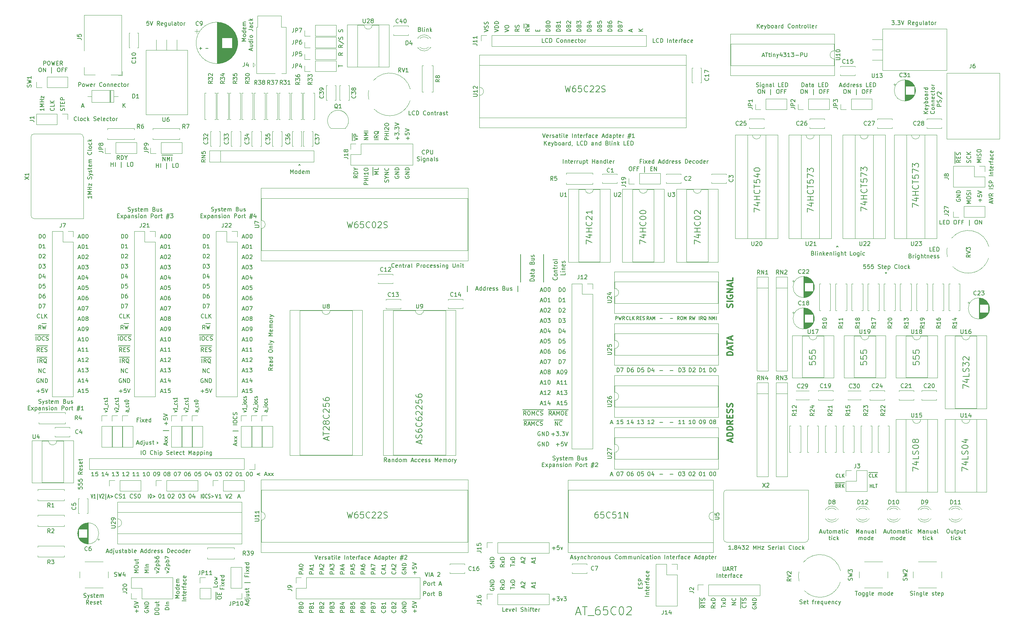
<source format=gto>
G04 #@! TF.GenerationSoftware,KiCad,Pcbnew,(5.1.9)-1*
G04 #@! TF.CreationDate,2022-12-05T11:23:28+00:00*
G04 #@! TF.ProjectId,AT_65C02_Computer_Rev002,41545f36-3543-4303-925f-436f6d707574,rev?*
G04 #@! TF.SameCoordinates,Original*
G04 #@! TF.FileFunction,Legend,Top*
G04 #@! TF.FilePolarity,Positive*
%FSLAX46Y46*%
G04 Gerber Fmt 4.6, Leading zero omitted, Abs format (unit mm)*
G04 Created by KiCad (PCBNEW (5.1.9)-1) date 2022-12-05 11:23:28*
%MOMM*%
%LPD*%
G01*
G04 APERTURE LIST*
%ADD10C,0.150000*%
%ADD11C,0.153000*%
%ADD12C,0.200000*%
%ADD13C,0.300000*%
%ADD14C,0.120000*%
G04 APERTURE END LIST*
D10*
X24484761Y-95432806D02*
X24437142Y-95480425D01*
X24294285Y-95528044D01*
X24199047Y-95528044D01*
X24056190Y-95480425D01*
X23960952Y-95385187D01*
X23913333Y-95289949D01*
X23865714Y-95099473D01*
X23865714Y-94956616D01*
X23913333Y-94766140D01*
X23960952Y-94670902D01*
X24056190Y-94575664D01*
X24199047Y-94528044D01*
X24294285Y-94528044D01*
X24437142Y-94575664D01*
X24484761Y-94623283D01*
X25389523Y-95528044D02*
X24913333Y-95528044D01*
X24913333Y-94528044D01*
X25722857Y-95528044D02*
X25722857Y-94528044D01*
X26294285Y-95528044D02*
X25865714Y-94956616D01*
X26294285Y-94528044D02*
X25722857Y-95099473D01*
X24341904Y-75837380D02*
X24341904Y-74837380D01*
X24580000Y-74837380D01*
X24722857Y-74885000D01*
X24818095Y-74980238D01*
X24865714Y-75075476D01*
X24913333Y-75265952D01*
X24913333Y-75408809D01*
X24865714Y-75599285D01*
X24818095Y-75694523D01*
X24722857Y-75789761D01*
X24580000Y-75837380D01*
X24341904Y-75837380D01*
X25532380Y-74837380D02*
X25627619Y-74837380D01*
X25722857Y-74885000D01*
X25770476Y-74932619D01*
X25818095Y-75027857D01*
X25865714Y-75218333D01*
X25865714Y-75456428D01*
X25818095Y-75646904D01*
X25770476Y-75742142D01*
X25722857Y-75789761D01*
X25627619Y-75837380D01*
X25532380Y-75837380D01*
X25437142Y-75789761D01*
X25389523Y-75742142D01*
X25341904Y-75646904D01*
X25294285Y-75456428D01*
X25294285Y-75218333D01*
X25341904Y-75027857D01*
X25389523Y-74932619D01*
X25437142Y-74885000D01*
X25532380Y-74837380D01*
X24341904Y-83221379D02*
X24341904Y-82221379D01*
X24580000Y-82221379D01*
X24722857Y-82268999D01*
X24818095Y-82364237D01*
X24865714Y-82459475D01*
X24913333Y-82649951D01*
X24913333Y-82792808D01*
X24865714Y-82983284D01*
X24818095Y-83078522D01*
X24722857Y-83173760D01*
X24580000Y-83221379D01*
X24341904Y-83221379D01*
X25246666Y-82221379D02*
X25865714Y-82221379D01*
X25532380Y-82602332D01*
X25675238Y-82602332D01*
X25770476Y-82649951D01*
X25818095Y-82697570D01*
X25865714Y-82792808D01*
X25865714Y-83030903D01*
X25818095Y-83126141D01*
X25770476Y-83173760D01*
X25675238Y-83221379D01*
X25389523Y-83221379D01*
X25294285Y-83173760D01*
X25246666Y-83126141D01*
X34049523Y-111111666D02*
X34525714Y-111111666D01*
X33954285Y-111397380D02*
X34287619Y-110397380D01*
X34620952Y-111397380D01*
X35478095Y-111397380D02*
X34906666Y-111397380D01*
X35192380Y-111397380D02*
X35192380Y-110397380D01*
X35097142Y-110540238D01*
X35001904Y-110635476D01*
X34906666Y-110683095D01*
X36335238Y-110730714D02*
X36335238Y-111397380D01*
X36097142Y-110349761D02*
X35859047Y-111064047D01*
X36478095Y-111064047D01*
X34049523Y-100951666D02*
X34525714Y-100951666D01*
X33954285Y-101237380D02*
X34287619Y-100237380D01*
X34620952Y-101237380D01*
X35478095Y-101237380D02*
X34906666Y-101237380D01*
X35192380Y-101237380D02*
X35192380Y-100237380D01*
X35097142Y-100380238D01*
X35001904Y-100475476D01*
X34906666Y-100523095D01*
X36097142Y-100237380D02*
X36192380Y-100237380D01*
X36287619Y-100285000D01*
X36335238Y-100332619D01*
X36382857Y-100427857D01*
X36430476Y-100618333D01*
X36430476Y-100856428D01*
X36382857Y-101046904D01*
X36335238Y-101142142D01*
X36287619Y-101189761D01*
X36192380Y-101237380D01*
X36097142Y-101237380D01*
X36001904Y-101189761D01*
X35954285Y-101142142D01*
X35906666Y-101046904D01*
X35859047Y-100856428D01*
X35859047Y-100618333D01*
X35906666Y-100427857D01*
X35954285Y-100332619D01*
X36001904Y-100285000D01*
X36097142Y-100237380D01*
X23818095Y-105185996D02*
X24294285Y-105185996D01*
X24056190Y-106553376D02*
X24056190Y-105553376D01*
X24294285Y-105185996D02*
X25294285Y-105185996D01*
X25103809Y-106553376D02*
X24770476Y-106077186D01*
X24532380Y-106553376D02*
X24532380Y-105553376D01*
X24913333Y-105553376D01*
X25008571Y-105600996D01*
X25056190Y-105648615D01*
X25103809Y-105743853D01*
X25103809Y-105886710D01*
X25056190Y-105981948D01*
X25008571Y-106029567D01*
X24913333Y-106077186D01*
X24532380Y-106077186D01*
X25294285Y-105185996D02*
X26341904Y-105185996D01*
X26199047Y-106648615D02*
X26103809Y-106600996D01*
X26008571Y-106505757D01*
X25865714Y-106362900D01*
X25770476Y-106315281D01*
X25675238Y-106315281D01*
X25722857Y-106553376D02*
X25627619Y-106505757D01*
X25532380Y-106410519D01*
X25484761Y-106220043D01*
X25484761Y-105886710D01*
X25532380Y-105696234D01*
X25627619Y-105600996D01*
X25722857Y-105553376D01*
X25913333Y-105553376D01*
X26008571Y-105600996D01*
X26103809Y-105696234D01*
X26151428Y-105886710D01*
X26151428Y-106220043D01*
X26103809Y-106410519D01*
X26008571Y-106505757D01*
X25913333Y-106553376D01*
X25722857Y-106553376D01*
X34049523Y-98411666D02*
X34525714Y-98411666D01*
X33954285Y-98697380D02*
X34287619Y-97697380D01*
X34620952Y-98697380D01*
X35144761Y-97697380D02*
X35240000Y-97697380D01*
X35335238Y-97745000D01*
X35382857Y-97792619D01*
X35430476Y-97887857D01*
X35478095Y-98078333D01*
X35478095Y-98316428D01*
X35430476Y-98506904D01*
X35382857Y-98602142D01*
X35335238Y-98649761D01*
X35240000Y-98697380D01*
X35144761Y-98697380D01*
X35049523Y-98649761D01*
X35001904Y-98602142D01*
X34954285Y-98506904D01*
X34906666Y-98316428D01*
X34906666Y-98078333D01*
X34954285Y-97887857D01*
X35001904Y-97792619D01*
X35049523Y-97745000D01*
X35144761Y-97697380D01*
X35954285Y-98697380D02*
X36144761Y-98697380D01*
X36240000Y-98649761D01*
X36287619Y-98602142D01*
X36382857Y-98459285D01*
X36430476Y-98268809D01*
X36430476Y-97887857D01*
X36382857Y-97792619D01*
X36335238Y-97745000D01*
X36240000Y-97697380D01*
X36049523Y-97697380D01*
X35954285Y-97745000D01*
X35906666Y-97792619D01*
X35859047Y-97887857D01*
X35859047Y-98125952D01*
X35906666Y-98221190D01*
X35954285Y-98268809D01*
X36049523Y-98316428D01*
X36240000Y-98316428D01*
X36335238Y-98268809D01*
X36382857Y-98221190D01*
X36430476Y-98125952D01*
X34049523Y-113651666D02*
X34525714Y-113651666D01*
X33954285Y-113937380D02*
X34287619Y-112937380D01*
X34620952Y-113937380D01*
X35478095Y-113937380D02*
X34906666Y-113937380D01*
X35192380Y-113937380D02*
X35192380Y-112937380D01*
X35097142Y-113080238D01*
X35001904Y-113175476D01*
X34906666Y-113223095D01*
X36382857Y-112937380D02*
X35906666Y-112937380D01*
X35859047Y-113413571D01*
X35906666Y-113365952D01*
X36001904Y-113318333D01*
X36240000Y-113318333D01*
X36335238Y-113365952D01*
X36382857Y-113413571D01*
X36430476Y-113508809D01*
X36430476Y-113746904D01*
X36382857Y-113842142D01*
X36335238Y-113889761D01*
X36240000Y-113937380D01*
X36001904Y-113937380D01*
X35906666Y-113889761D01*
X35859047Y-113842142D01*
X24341904Y-80760046D02*
X24341904Y-79760046D01*
X24580000Y-79760046D01*
X24722857Y-79807666D01*
X24818095Y-79902904D01*
X24865714Y-79998142D01*
X24913333Y-80188618D01*
X24913333Y-80331475D01*
X24865714Y-80521951D01*
X24818095Y-80617189D01*
X24722857Y-80712427D01*
X24580000Y-80760046D01*
X24341904Y-80760046D01*
X25294285Y-79855285D02*
X25341904Y-79807666D01*
X25437142Y-79760046D01*
X25675238Y-79760046D01*
X25770476Y-79807666D01*
X25818095Y-79855285D01*
X25865714Y-79950523D01*
X25865714Y-80045761D01*
X25818095Y-80188618D01*
X25246666Y-80760046D01*
X25865714Y-80760046D01*
X34049523Y-108571666D02*
X34525714Y-108571666D01*
X33954285Y-108857380D02*
X34287619Y-107857380D01*
X34620952Y-108857380D01*
X35478095Y-108857380D02*
X34906666Y-108857380D01*
X35192380Y-108857380D02*
X35192380Y-107857380D01*
X35097142Y-108000238D01*
X35001904Y-108095476D01*
X34906666Y-108143095D01*
X35811428Y-107857380D02*
X36430476Y-107857380D01*
X36097142Y-108238333D01*
X36240000Y-108238333D01*
X36335238Y-108285952D01*
X36382857Y-108333571D01*
X36430476Y-108428809D01*
X36430476Y-108666904D01*
X36382857Y-108762142D01*
X36335238Y-108809761D01*
X36240000Y-108857380D01*
X35954285Y-108857380D01*
X35859047Y-108809761D01*
X35811428Y-108762142D01*
X34049523Y-83171666D02*
X34525714Y-83171666D01*
X33954285Y-83457380D02*
X34287619Y-82457380D01*
X34620952Y-83457380D01*
X35144761Y-82457380D02*
X35240000Y-82457380D01*
X35335238Y-82505000D01*
X35382857Y-82552619D01*
X35430476Y-82647857D01*
X35478095Y-82838333D01*
X35478095Y-83076428D01*
X35430476Y-83266904D01*
X35382857Y-83362142D01*
X35335238Y-83409761D01*
X35240000Y-83457380D01*
X35144761Y-83457380D01*
X35049523Y-83409761D01*
X35001904Y-83362142D01*
X34954285Y-83266904D01*
X34906666Y-83076428D01*
X34906666Y-82838333D01*
X34954285Y-82647857D01*
X35001904Y-82552619D01*
X35049523Y-82505000D01*
X35144761Y-82457380D01*
X35811428Y-82457380D02*
X36430476Y-82457380D01*
X36097142Y-82838333D01*
X36240000Y-82838333D01*
X36335238Y-82885952D01*
X36382857Y-82933571D01*
X36430476Y-83028809D01*
X36430476Y-83266904D01*
X36382857Y-83362142D01*
X36335238Y-83409761D01*
X36240000Y-83457380D01*
X35954285Y-83457380D01*
X35859047Y-83409761D01*
X35811428Y-83362142D01*
X34049523Y-93331666D02*
X34525714Y-93331666D01*
X33954285Y-93617380D02*
X34287619Y-92617380D01*
X34620952Y-93617380D01*
X35144761Y-92617380D02*
X35240000Y-92617380D01*
X35335238Y-92665000D01*
X35382857Y-92712619D01*
X35430476Y-92807857D01*
X35478095Y-92998333D01*
X35478095Y-93236428D01*
X35430476Y-93426904D01*
X35382857Y-93522142D01*
X35335238Y-93569761D01*
X35240000Y-93617380D01*
X35144761Y-93617380D01*
X35049523Y-93569761D01*
X35001904Y-93522142D01*
X34954285Y-93426904D01*
X34906666Y-93236428D01*
X34906666Y-92998333D01*
X34954285Y-92807857D01*
X35001904Y-92712619D01*
X35049523Y-92665000D01*
X35144761Y-92617380D01*
X35811428Y-92617380D02*
X36478095Y-92617380D01*
X36049523Y-93617380D01*
X24294285Y-109014709D02*
X24294285Y-108014709D01*
X24865714Y-109014709D01*
X24865714Y-108014709D01*
X25913333Y-108919471D02*
X25865714Y-108967090D01*
X25722857Y-109014709D01*
X25627619Y-109014709D01*
X25484761Y-108967090D01*
X25389523Y-108871852D01*
X25341904Y-108776614D01*
X25294285Y-108586138D01*
X25294285Y-108443281D01*
X25341904Y-108252805D01*
X25389523Y-108157567D01*
X25484761Y-108062329D01*
X25627619Y-108014709D01*
X25722857Y-108014709D01*
X25865714Y-108062329D01*
X25913333Y-108109948D01*
X23794285Y-113556428D02*
X24556190Y-113556428D01*
X24175238Y-113937380D02*
X24175238Y-113175476D01*
X25508571Y-112937380D02*
X25032380Y-112937380D01*
X24984761Y-113413571D01*
X25032380Y-113365952D01*
X25127619Y-113318333D01*
X25365714Y-113318333D01*
X25460952Y-113365952D01*
X25508571Y-113413571D01*
X25556190Y-113508809D01*
X25556190Y-113746904D01*
X25508571Y-113842142D01*
X25460952Y-113889761D01*
X25365714Y-113937380D01*
X25127619Y-113937380D01*
X25032380Y-113889761D01*
X24984761Y-113842142D01*
X25841904Y-112937380D02*
X26175238Y-113937380D01*
X26508571Y-112937380D01*
X34049523Y-75551666D02*
X34525714Y-75551666D01*
X33954285Y-75837380D02*
X34287619Y-74837380D01*
X34620952Y-75837380D01*
X35144761Y-74837380D02*
X35240000Y-74837380D01*
X35335238Y-74885000D01*
X35382857Y-74932619D01*
X35430476Y-75027857D01*
X35478095Y-75218333D01*
X35478095Y-75456428D01*
X35430476Y-75646904D01*
X35382857Y-75742142D01*
X35335238Y-75789761D01*
X35240000Y-75837380D01*
X35144761Y-75837380D01*
X35049523Y-75789761D01*
X35001904Y-75742142D01*
X34954285Y-75646904D01*
X34906666Y-75456428D01*
X34906666Y-75218333D01*
X34954285Y-75027857D01*
X35001904Y-74932619D01*
X35049523Y-74885000D01*
X35144761Y-74837380D01*
X36097142Y-74837380D02*
X36192380Y-74837380D01*
X36287619Y-74885000D01*
X36335238Y-74932619D01*
X36382857Y-75027857D01*
X36430476Y-75218333D01*
X36430476Y-75456428D01*
X36382857Y-75646904D01*
X36335238Y-75742142D01*
X36287619Y-75789761D01*
X36192380Y-75837380D01*
X36097142Y-75837380D01*
X36001904Y-75789761D01*
X35954285Y-75742142D01*
X35906666Y-75646904D01*
X35859047Y-75456428D01*
X35859047Y-75218333D01*
X35906666Y-75027857D01*
X35954285Y-74932619D01*
X36001904Y-74885000D01*
X36097142Y-74837380D01*
X34049523Y-95871666D02*
X34525714Y-95871666D01*
X33954285Y-96157380D02*
X34287619Y-95157380D01*
X34620952Y-96157380D01*
X35144761Y-95157380D02*
X35240000Y-95157380D01*
X35335238Y-95205000D01*
X35382857Y-95252619D01*
X35430476Y-95347857D01*
X35478095Y-95538333D01*
X35478095Y-95776428D01*
X35430476Y-95966904D01*
X35382857Y-96062142D01*
X35335238Y-96109761D01*
X35240000Y-96157380D01*
X35144761Y-96157380D01*
X35049523Y-96109761D01*
X35001904Y-96062142D01*
X34954285Y-95966904D01*
X34906666Y-95776428D01*
X34906666Y-95538333D01*
X34954285Y-95347857D01*
X35001904Y-95252619D01*
X35049523Y-95205000D01*
X35144761Y-95157380D01*
X36049523Y-95585952D02*
X35954285Y-95538333D01*
X35906666Y-95490714D01*
X35859047Y-95395476D01*
X35859047Y-95347857D01*
X35906666Y-95252619D01*
X35954285Y-95205000D01*
X36049523Y-95157380D01*
X36240000Y-95157380D01*
X36335238Y-95205000D01*
X36382857Y-95252619D01*
X36430476Y-95347857D01*
X36430476Y-95395476D01*
X36382857Y-95490714D01*
X36335238Y-95538333D01*
X36240000Y-95585952D01*
X36049523Y-95585952D01*
X35954285Y-95633571D01*
X35906666Y-95681190D01*
X35859047Y-95776428D01*
X35859047Y-95966904D01*
X35906666Y-96062142D01*
X35954285Y-96109761D01*
X36049523Y-96157380D01*
X36240000Y-96157380D01*
X36335238Y-96109761D01*
X36382857Y-96062142D01*
X36430476Y-95966904D01*
X36430476Y-95776428D01*
X36382857Y-95681190D01*
X36335238Y-95633571D01*
X36240000Y-95585952D01*
X24318095Y-110523662D02*
X24222857Y-110476042D01*
X24080000Y-110476042D01*
X23937142Y-110523662D01*
X23841904Y-110618900D01*
X23794285Y-110714138D01*
X23746666Y-110904614D01*
X23746666Y-111047471D01*
X23794285Y-111237947D01*
X23841904Y-111333185D01*
X23937142Y-111428423D01*
X24080000Y-111476042D01*
X24175238Y-111476042D01*
X24318095Y-111428423D01*
X24365714Y-111380804D01*
X24365714Y-111047471D01*
X24175238Y-111047471D01*
X24794285Y-111476042D02*
X24794285Y-110476042D01*
X25365714Y-111476042D01*
X25365714Y-110476042D01*
X25841904Y-111476042D02*
X25841904Y-110476042D01*
X26080000Y-110476042D01*
X26222857Y-110523662D01*
X26318095Y-110618900D01*
X26365714Y-110714138D01*
X26413333Y-110904614D01*
X26413333Y-111047471D01*
X26365714Y-111237947D01*
X26318095Y-111333185D01*
X26222857Y-111428423D01*
X26080000Y-111476042D01*
X25841904Y-111476042D01*
X34049523Y-88251666D02*
X34525714Y-88251666D01*
X33954285Y-88537380D02*
X34287619Y-87537380D01*
X34620952Y-88537380D01*
X35144761Y-87537380D02*
X35240000Y-87537380D01*
X35335238Y-87585000D01*
X35382857Y-87632619D01*
X35430476Y-87727857D01*
X35478095Y-87918333D01*
X35478095Y-88156428D01*
X35430476Y-88346904D01*
X35382857Y-88442142D01*
X35335238Y-88489761D01*
X35240000Y-88537380D01*
X35144761Y-88537380D01*
X35049523Y-88489761D01*
X35001904Y-88442142D01*
X34954285Y-88346904D01*
X34906666Y-88156428D01*
X34906666Y-87918333D01*
X34954285Y-87727857D01*
X35001904Y-87632619D01*
X35049523Y-87585000D01*
X35144761Y-87537380D01*
X36382857Y-87537380D02*
X35906666Y-87537380D01*
X35859047Y-88013571D01*
X35906666Y-87965952D01*
X36001904Y-87918333D01*
X36240000Y-87918333D01*
X36335238Y-87965952D01*
X36382857Y-88013571D01*
X36430476Y-88108809D01*
X36430476Y-88346904D01*
X36382857Y-88442142D01*
X36335238Y-88489761D01*
X36240000Y-88537380D01*
X36001904Y-88537380D01*
X35906666Y-88489761D01*
X35859047Y-88442142D01*
X34049523Y-103491666D02*
X34525714Y-103491666D01*
X33954285Y-103777380D02*
X34287619Y-102777380D01*
X34620952Y-103777380D01*
X35478095Y-103777380D02*
X34906666Y-103777380D01*
X35192380Y-103777380D02*
X35192380Y-102777380D01*
X35097142Y-102920238D01*
X35001904Y-103015476D01*
X34906666Y-103063095D01*
X36430476Y-103777380D02*
X35859047Y-103777380D01*
X36144761Y-103777380D02*
X36144761Y-102777380D01*
X36049523Y-102920238D01*
X35954285Y-103015476D01*
X35859047Y-103063095D01*
X34049523Y-80631666D02*
X34525714Y-80631666D01*
X33954285Y-80917380D02*
X34287619Y-79917380D01*
X34620952Y-80917380D01*
X35144761Y-79917380D02*
X35240000Y-79917380D01*
X35335238Y-79965000D01*
X35382857Y-80012619D01*
X35430476Y-80107857D01*
X35478095Y-80298333D01*
X35478095Y-80536428D01*
X35430476Y-80726904D01*
X35382857Y-80822142D01*
X35335238Y-80869761D01*
X35240000Y-80917380D01*
X35144761Y-80917380D01*
X35049523Y-80869761D01*
X35001904Y-80822142D01*
X34954285Y-80726904D01*
X34906666Y-80536428D01*
X34906666Y-80298333D01*
X34954285Y-80107857D01*
X35001904Y-80012619D01*
X35049523Y-79965000D01*
X35144761Y-79917380D01*
X35859047Y-80012619D02*
X35906666Y-79965000D01*
X36001904Y-79917380D01*
X36240000Y-79917380D01*
X36335238Y-79965000D01*
X36382857Y-80012619D01*
X36430476Y-80107857D01*
X36430476Y-80203095D01*
X36382857Y-80345952D01*
X35811428Y-80917380D01*
X36430476Y-80917380D01*
X34049523Y-106031666D02*
X34525714Y-106031666D01*
X33954285Y-106317380D02*
X34287619Y-105317380D01*
X34620952Y-106317380D01*
X35478095Y-106317380D02*
X34906666Y-106317380D01*
X35192380Y-106317380D02*
X35192380Y-105317380D01*
X35097142Y-105460238D01*
X35001904Y-105555476D01*
X34906666Y-105603095D01*
X35859047Y-105412619D02*
X35906666Y-105365000D01*
X36001904Y-105317380D01*
X36240000Y-105317380D01*
X36335238Y-105365000D01*
X36382857Y-105412619D01*
X36430476Y-105507857D01*
X36430476Y-105603095D01*
X36382857Y-105745952D01*
X35811428Y-106317380D01*
X36430476Y-106317380D01*
X24341904Y-93066711D02*
X24341904Y-92066711D01*
X24580000Y-92066711D01*
X24722857Y-92114331D01*
X24818095Y-92209569D01*
X24865714Y-92304807D01*
X24913333Y-92495283D01*
X24913333Y-92638140D01*
X24865714Y-92828616D01*
X24818095Y-92923854D01*
X24722857Y-93019092D01*
X24580000Y-93066711D01*
X24341904Y-93066711D01*
X25246666Y-92066711D02*
X25913333Y-92066711D01*
X25484761Y-93066711D01*
X24341904Y-88144045D02*
X24341904Y-87144045D01*
X24580000Y-87144045D01*
X24722857Y-87191665D01*
X24818095Y-87286903D01*
X24865714Y-87382141D01*
X24913333Y-87572617D01*
X24913333Y-87715474D01*
X24865714Y-87905950D01*
X24818095Y-88001188D01*
X24722857Y-88096426D01*
X24580000Y-88144045D01*
X24341904Y-88144045D01*
X25818095Y-87144045D02*
X25341904Y-87144045D01*
X25294285Y-87620236D01*
X25341904Y-87572617D01*
X25437142Y-87524998D01*
X25675238Y-87524998D01*
X25770476Y-87572617D01*
X25818095Y-87620236D01*
X25865714Y-87715474D01*
X25865714Y-87953569D01*
X25818095Y-88048807D01*
X25770476Y-88096426D01*
X25675238Y-88144045D01*
X25437142Y-88144045D01*
X25341904Y-88096426D01*
X25294285Y-88048807D01*
X24818095Y-98284377D02*
X24484761Y-97808187D01*
X24246666Y-98284377D02*
X24246666Y-97284377D01*
X24627619Y-97284377D01*
X24722857Y-97331997D01*
X24770476Y-97379616D01*
X24818095Y-97474854D01*
X24818095Y-97617711D01*
X24770476Y-97712949D01*
X24722857Y-97760568D01*
X24627619Y-97808187D01*
X24246666Y-97808187D01*
X25008571Y-96916997D02*
X26151428Y-96916997D01*
X25151428Y-97284377D02*
X25389523Y-98284377D01*
X25580000Y-97570092D01*
X25770476Y-98284377D01*
X26008571Y-97284377D01*
X34049523Y-85711666D02*
X34525714Y-85711666D01*
X33954285Y-85997380D02*
X34287619Y-84997380D01*
X34620952Y-85997380D01*
X35144761Y-84997380D02*
X35240000Y-84997380D01*
X35335238Y-85045000D01*
X35382857Y-85092619D01*
X35430476Y-85187857D01*
X35478095Y-85378333D01*
X35478095Y-85616428D01*
X35430476Y-85806904D01*
X35382857Y-85902142D01*
X35335238Y-85949761D01*
X35240000Y-85997380D01*
X35144761Y-85997380D01*
X35049523Y-85949761D01*
X35001904Y-85902142D01*
X34954285Y-85806904D01*
X34906666Y-85616428D01*
X34906666Y-85378333D01*
X34954285Y-85187857D01*
X35001904Y-85092619D01*
X35049523Y-85045000D01*
X35144761Y-84997380D01*
X36335238Y-85330714D02*
X36335238Y-85997380D01*
X36097142Y-84949761D02*
X35859047Y-85664047D01*
X36478095Y-85664047D01*
X23651428Y-102429663D02*
X24651428Y-102429663D01*
X24460952Y-103797043D02*
X24127619Y-103320853D01*
X23889523Y-103797043D02*
X23889523Y-102797043D01*
X24270476Y-102797043D01*
X24365714Y-102844663D01*
X24413333Y-102892282D01*
X24460952Y-102987520D01*
X24460952Y-103130377D01*
X24413333Y-103225615D01*
X24365714Y-103273234D01*
X24270476Y-103320853D01*
X23889523Y-103320853D01*
X24651428Y-102429663D02*
X25556190Y-102429663D01*
X24889523Y-103273234D02*
X25222857Y-103273234D01*
X25365714Y-103797043D02*
X24889523Y-103797043D01*
X24889523Y-102797043D01*
X25365714Y-102797043D01*
X25556190Y-102429663D02*
X26508571Y-102429663D01*
X25746666Y-103749424D02*
X25889523Y-103797043D01*
X26127619Y-103797043D01*
X26222857Y-103749424D01*
X26270476Y-103701805D01*
X26318095Y-103606567D01*
X26318095Y-103511329D01*
X26270476Y-103416091D01*
X26222857Y-103368472D01*
X26127619Y-103320853D01*
X25937142Y-103273234D01*
X25841904Y-103225615D01*
X25794285Y-103177996D01*
X25746666Y-103082758D01*
X25746666Y-102987520D01*
X25794285Y-102892282D01*
X25841904Y-102844663D01*
X25937142Y-102797043D01*
X26175238Y-102797043D01*
X26318095Y-102844663D01*
X34049523Y-78091666D02*
X34525714Y-78091666D01*
X33954285Y-78377380D02*
X34287619Y-77377380D01*
X34620952Y-78377380D01*
X35144761Y-77377380D02*
X35240000Y-77377380D01*
X35335238Y-77425000D01*
X35382857Y-77472619D01*
X35430476Y-77567857D01*
X35478095Y-77758333D01*
X35478095Y-77996428D01*
X35430476Y-78186904D01*
X35382857Y-78282142D01*
X35335238Y-78329761D01*
X35240000Y-78377380D01*
X35144761Y-78377380D01*
X35049523Y-78329761D01*
X35001904Y-78282142D01*
X34954285Y-78186904D01*
X34906666Y-77996428D01*
X34906666Y-77758333D01*
X34954285Y-77567857D01*
X35001904Y-77472619D01*
X35049523Y-77425000D01*
X35144761Y-77377380D01*
X36430476Y-78377380D02*
X35859047Y-78377380D01*
X36144761Y-78377380D02*
X36144761Y-77377380D01*
X36049523Y-77520238D01*
X35954285Y-77615476D01*
X35859047Y-77663095D01*
X24341904Y-90605378D02*
X24341904Y-89605378D01*
X24580000Y-89605378D01*
X24722857Y-89652998D01*
X24818095Y-89748236D01*
X24865714Y-89843474D01*
X24913333Y-90033950D01*
X24913333Y-90176807D01*
X24865714Y-90367283D01*
X24818095Y-90462521D01*
X24722857Y-90557759D01*
X24580000Y-90605378D01*
X24341904Y-90605378D01*
X25770476Y-89605378D02*
X25580000Y-89605378D01*
X25484761Y-89652998D01*
X25437142Y-89700617D01*
X25341904Y-89843474D01*
X25294285Y-90033950D01*
X25294285Y-90414902D01*
X25341904Y-90510140D01*
X25389523Y-90557759D01*
X25484761Y-90605378D01*
X25675238Y-90605378D01*
X25770476Y-90557759D01*
X25818095Y-90510140D01*
X25865714Y-90414902D01*
X25865714Y-90176807D01*
X25818095Y-90081569D01*
X25770476Y-90033950D01*
X25675238Y-89986331D01*
X25484761Y-89986331D01*
X25389523Y-90033950D01*
X25341904Y-90081569D01*
X25294285Y-90176807D01*
X23341904Y-99673330D02*
X23818095Y-99673330D01*
X23580000Y-101040710D02*
X23580000Y-100040710D01*
X23818095Y-99673330D02*
X24865714Y-99673330D01*
X24246666Y-100040710D02*
X24437142Y-100040710D01*
X24532380Y-100088330D01*
X24627619Y-100183568D01*
X24675238Y-100374044D01*
X24675238Y-100707377D01*
X24627619Y-100897853D01*
X24532380Y-100993091D01*
X24437142Y-101040710D01*
X24246666Y-101040710D01*
X24151428Y-100993091D01*
X24056190Y-100897853D01*
X24008571Y-100707377D01*
X24008571Y-100374044D01*
X24056190Y-100183568D01*
X24151428Y-100088330D01*
X24246666Y-100040710D01*
X24865714Y-99673330D02*
X25865714Y-99673330D01*
X25675238Y-100945472D02*
X25627619Y-100993091D01*
X25484761Y-101040710D01*
X25389523Y-101040710D01*
X25246666Y-100993091D01*
X25151428Y-100897853D01*
X25103809Y-100802615D01*
X25056190Y-100612139D01*
X25056190Y-100469282D01*
X25103809Y-100278806D01*
X25151428Y-100183568D01*
X25246666Y-100088330D01*
X25389523Y-100040710D01*
X25484761Y-100040710D01*
X25627619Y-100088330D01*
X25675238Y-100135949D01*
X25865714Y-99673330D02*
X26818095Y-99673330D01*
X26056190Y-100993091D02*
X26199047Y-101040710D01*
X26437142Y-101040710D01*
X26532380Y-100993091D01*
X26580000Y-100945472D01*
X26627619Y-100850234D01*
X26627619Y-100754996D01*
X26580000Y-100659758D01*
X26532380Y-100612139D01*
X26437142Y-100564520D01*
X26246666Y-100516901D01*
X26151428Y-100469282D01*
X26103809Y-100421663D01*
X26056190Y-100326425D01*
X26056190Y-100231187D01*
X26103809Y-100135949D01*
X26151428Y-100088330D01*
X26246666Y-100040710D01*
X26484761Y-100040710D01*
X26627619Y-100088330D01*
X34049523Y-90791666D02*
X34525714Y-90791666D01*
X33954285Y-91077380D02*
X34287619Y-90077380D01*
X34620952Y-91077380D01*
X35144761Y-90077380D02*
X35240000Y-90077380D01*
X35335238Y-90125000D01*
X35382857Y-90172619D01*
X35430476Y-90267857D01*
X35478095Y-90458333D01*
X35478095Y-90696428D01*
X35430476Y-90886904D01*
X35382857Y-90982142D01*
X35335238Y-91029761D01*
X35240000Y-91077380D01*
X35144761Y-91077380D01*
X35049523Y-91029761D01*
X35001904Y-90982142D01*
X34954285Y-90886904D01*
X34906666Y-90696428D01*
X34906666Y-90458333D01*
X34954285Y-90267857D01*
X35001904Y-90172619D01*
X35049523Y-90125000D01*
X35144761Y-90077380D01*
X36335238Y-90077380D02*
X36144761Y-90077380D01*
X36049523Y-90125000D01*
X36001904Y-90172619D01*
X35906666Y-90315476D01*
X35859047Y-90505952D01*
X35859047Y-90886904D01*
X35906666Y-90982142D01*
X35954285Y-91029761D01*
X36049523Y-91077380D01*
X36240000Y-91077380D01*
X36335238Y-91029761D01*
X36382857Y-90982142D01*
X36430476Y-90886904D01*
X36430476Y-90648809D01*
X36382857Y-90553571D01*
X36335238Y-90505952D01*
X36240000Y-90458333D01*
X36049523Y-90458333D01*
X35954285Y-90505952D01*
X35906666Y-90553571D01*
X35859047Y-90648809D01*
X24341904Y-85682712D02*
X24341904Y-84682712D01*
X24580000Y-84682712D01*
X24722857Y-84730332D01*
X24818095Y-84825570D01*
X24865714Y-84920808D01*
X24913333Y-85111284D01*
X24913333Y-85254141D01*
X24865714Y-85444617D01*
X24818095Y-85539855D01*
X24722857Y-85635093D01*
X24580000Y-85682712D01*
X24341904Y-85682712D01*
X25770476Y-85016046D02*
X25770476Y-85682712D01*
X25532380Y-84635093D02*
X25294285Y-85349379D01*
X25913333Y-85349379D01*
X24341904Y-78298713D02*
X24341904Y-77298713D01*
X24580000Y-77298713D01*
X24722857Y-77346333D01*
X24818095Y-77441571D01*
X24865714Y-77536809D01*
X24913333Y-77727285D01*
X24913333Y-77870142D01*
X24865714Y-78060618D01*
X24818095Y-78155856D01*
X24722857Y-78251094D01*
X24580000Y-78298713D01*
X24341904Y-78298713D01*
X25865714Y-78298713D02*
X25294285Y-78298713D01*
X25580000Y-78298713D02*
X25580000Y-77298713D01*
X25484761Y-77441571D01*
X25389523Y-77536809D01*
X25294285Y-77584428D01*
X4191904Y-88144045D02*
X4191904Y-87144045D01*
X4430000Y-87144045D01*
X4572857Y-87191665D01*
X4668095Y-87286903D01*
X4715714Y-87382141D01*
X4763333Y-87572617D01*
X4763333Y-87715474D01*
X4715714Y-87905950D01*
X4668095Y-88001188D01*
X4572857Y-88096426D01*
X4430000Y-88144045D01*
X4191904Y-88144045D01*
X5668095Y-87144045D02*
X5191904Y-87144045D01*
X5144285Y-87620236D01*
X5191904Y-87572617D01*
X5287142Y-87524998D01*
X5525238Y-87524998D01*
X5620476Y-87572617D01*
X5668095Y-87620236D01*
X5715714Y-87715474D01*
X5715714Y-87953569D01*
X5668095Y-88048807D01*
X5620476Y-88096426D01*
X5525238Y-88144045D01*
X5287142Y-88144045D01*
X5191904Y-88096426D01*
X5144285Y-88048807D01*
X13899523Y-93331666D02*
X14375714Y-93331666D01*
X13804285Y-93617380D02*
X14137619Y-92617380D01*
X14470952Y-93617380D01*
X14994761Y-92617380D02*
X15090000Y-92617380D01*
X15185238Y-92665000D01*
X15232857Y-92712619D01*
X15280476Y-92807857D01*
X15328095Y-92998333D01*
X15328095Y-93236428D01*
X15280476Y-93426904D01*
X15232857Y-93522142D01*
X15185238Y-93569761D01*
X15090000Y-93617380D01*
X14994761Y-93617380D01*
X14899523Y-93569761D01*
X14851904Y-93522142D01*
X14804285Y-93426904D01*
X14756666Y-93236428D01*
X14756666Y-92998333D01*
X14804285Y-92807857D01*
X14851904Y-92712619D01*
X14899523Y-92665000D01*
X14994761Y-92617380D01*
X15661428Y-92617380D02*
X16328095Y-92617380D01*
X15899523Y-93617380D01*
X4191904Y-78298713D02*
X4191904Y-77298713D01*
X4430000Y-77298713D01*
X4572857Y-77346333D01*
X4668095Y-77441571D01*
X4715714Y-77536809D01*
X4763333Y-77727285D01*
X4763333Y-77870142D01*
X4715714Y-78060618D01*
X4668095Y-78155856D01*
X4572857Y-78251094D01*
X4430000Y-78298713D01*
X4191904Y-78298713D01*
X5715714Y-78298713D02*
X5144285Y-78298713D01*
X5430000Y-78298713D02*
X5430000Y-77298713D01*
X5334761Y-77441571D01*
X5239523Y-77536809D01*
X5144285Y-77584428D01*
X4668095Y-98284377D02*
X4334761Y-97808187D01*
X4096666Y-98284377D02*
X4096666Y-97284377D01*
X4477619Y-97284377D01*
X4572857Y-97331997D01*
X4620476Y-97379616D01*
X4668095Y-97474854D01*
X4668095Y-97617711D01*
X4620476Y-97712949D01*
X4572857Y-97760568D01*
X4477619Y-97808187D01*
X4096666Y-97808187D01*
X4858571Y-96916997D02*
X6001428Y-96916997D01*
X5001428Y-97284377D02*
X5239523Y-98284377D01*
X5430000Y-97570092D01*
X5620476Y-98284377D01*
X5858571Y-97284377D01*
X4144285Y-109014709D02*
X4144285Y-108014709D01*
X4715714Y-109014709D01*
X4715714Y-108014709D01*
X5763333Y-108919471D02*
X5715714Y-108967090D01*
X5572857Y-109014709D01*
X5477619Y-109014709D01*
X5334761Y-108967090D01*
X5239523Y-108871852D01*
X5191904Y-108776614D01*
X5144285Y-108586138D01*
X5144285Y-108443281D01*
X5191904Y-108252805D01*
X5239523Y-108157567D01*
X5334761Y-108062329D01*
X5477619Y-108014709D01*
X5572857Y-108014709D01*
X5715714Y-108062329D01*
X5763333Y-108109948D01*
X3501428Y-102429663D02*
X4501428Y-102429663D01*
X4310952Y-103797043D02*
X3977619Y-103320853D01*
X3739523Y-103797043D02*
X3739523Y-102797043D01*
X4120476Y-102797043D01*
X4215714Y-102844663D01*
X4263333Y-102892282D01*
X4310952Y-102987520D01*
X4310952Y-103130377D01*
X4263333Y-103225615D01*
X4215714Y-103273234D01*
X4120476Y-103320853D01*
X3739523Y-103320853D01*
X4501428Y-102429663D02*
X5406190Y-102429663D01*
X4739523Y-103273234D02*
X5072857Y-103273234D01*
X5215714Y-103797043D02*
X4739523Y-103797043D01*
X4739523Y-102797043D01*
X5215714Y-102797043D01*
X5406190Y-102429663D02*
X6358571Y-102429663D01*
X5596666Y-103749424D02*
X5739523Y-103797043D01*
X5977619Y-103797043D01*
X6072857Y-103749424D01*
X6120476Y-103701805D01*
X6168095Y-103606567D01*
X6168095Y-103511329D01*
X6120476Y-103416091D01*
X6072857Y-103368472D01*
X5977619Y-103320853D01*
X5787142Y-103273234D01*
X5691904Y-103225615D01*
X5644285Y-103177996D01*
X5596666Y-103082758D01*
X5596666Y-102987520D01*
X5644285Y-102892282D01*
X5691904Y-102844663D01*
X5787142Y-102797043D01*
X6025238Y-102797043D01*
X6168095Y-102844663D01*
X13899523Y-83171666D02*
X14375714Y-83171666D01*
X13804285Y-83457380D02*
X14137619Y-82457380D01*
X14470952Y-83457380D01*
X14994761Y-82457380D02*
X15090000Y-82457380D01*
X15185238Y-82505000D01*
X15232857Y-82552619D01*
X15280476Y-82647857D01*
X15328095Y-82838333D01*
X15328095Y-83076428D01*
X15280476Y-83266904D01*
X15232857Y-83362142D01*
X15185238Y-83409761D01*
X15090000Y-83457380D01*
X14994761Y-83457380D01*
X14899523Y-83409761D01*
X14851904Y-83362142D01*
X14804285Y-83266904D01*
X14756666Y-83076428D01*
X14756666Y-82838333D01*
X14804285Y-82647857D01*
X14851904Y-82552619D01*
X14899523Y-82505000D01*
X14994761Y-82457380D01*
X15661428Y-82457380D02*
X16280476Y-82457380D01*
X15947142Y-82838333D01*
X16090000Y-82838333D01*
X16185238Y-82885952D01*
X16232857Y-82933571D01*
X16280476Y-83028809D01*
X16280476Y-83266904D01*
X16232857Y-83362142D01*
X16185238Y-83409761D01*
X16090000Y-83457380D01*
X15804285Y-83457380D01*
X15709047Y-83409761D01*
X15661428Y-83362142D01*
X3644285Y-113556428D02*
X4406190Y-113556428D01*
X4025238Y-113937380D02*
X4025238Y-113175476D01*
X5358571Y-112937380D02*
X4882380Y-112937380D01*
X4834761Y-113413571D01*
X4882380Y-113365952D01*
X4977619Y-113318333D01*
X5215714Y-113318333D01*
X5310952Y-113365952D01*
X5358571Y-113413571D01*
X5406190Y-113508809D01*
X5406190Y-113746904D01*
X5358571Y-113842142D01*
X5310952Y-113889761D01*
X5215714Y-113937380D01*
X4977619Y-113937380D01*
X4882380Y-113889761D01*
X4834761Y-113842142D01*
X5691904Y-112937380D02*
X6025238Y-113937380D01*
X6358571Y-112937380D01*
X13899523Y-108571666D02*
X14375714Y-108571666D01*
X13804285Y-108857380D02*
X14137619Y-107857380D01*
X14470952Y-108857380D01*
X15328095Y-108857380D02*
X14756666Y-108857380D01*
X15042380Y-108857380D02*
X15042380Y-107857380D01*
X14947142Y-108000238D01*
X14851904Y-108095476D01*
X14756666Y-108143095D01*
X15661428Y-107857380D02*
X16280476Y-107857380D01*
X15947142Y-108238333D01*
X16090000Y-108238333D01*
X16185238Y-108285952D01*
X16232857Y-108333571D01*
X16280476Y-108428809D01*
X16280476Y-108666904D01*
X16232857Y-108762142D01*
X16185238Y-108809761D01*
X16090000Y-108857380D01*
X15804285Y-108857380D01*
X15709047Y-108809761D01*
X15661428Y-108762142D01*
X4334761Y-95432806D02*
X4287142Y-95480425D01*
X4144285Y-95528044D01*
X4049047Y-95528044D01*
X3906190Y-95480425D01*
X3810952Y-95385187D01*
X3763333Y-95289949D01*
X3715714Y-95099473D01*
X3715714Y-94956616D01*
X3763333Y-94766140D01*
X3810952Y-94670902D01*
X3906190Y-94575664D01*
X4049047Y-94528044D01*
X4144285Y-94528044D01*
X4287142Y-94575664D01*
X4334761Y-94623283D01*
X5239523Y-95528044D02*
X4763333Y-95528044D01*
X4763333Y-94528044D01*
X5572857Y-95528044D02*
X5572857Y-94528044D01*
X6144285Y-95528044D02*
X5715714Y-94956616D01*
X6144285Y-94528044D02*
X5572857Y-95099473D01*
X13899523Y-80631666D02*
X14375714Y-80631666D01*
X13804285Y-80917380D02*
X14137619Y-79917380D01*
X14470952Y-80917380D01*
X14994761Y-79917380D02*
X15090000Y-79917380D01*
X15185238Y-79965000D01*
X15232857Y-80012619D01*
X15280476Y-80107857D01*
X15328095Y-80298333D01*
X15328095Y-80536428D01*
X15280476Y-80726904D01*
X15232857Y-80822142D01*
X15185238Y-80869761D01*
X15090000Y-80917380D01*
X14994761Y-80917380D01*
X14899523Y-80869761D01*
X14851904Y-80822142D01*
X14804285Y-80726904D01*
X14756666Y-80536428D01*
X14756666Y-80298333D01*
X14804285Y-80107857D01*
X14851904Y-80012619D01*
X14899523Y-79965000D01*
X14994761Y-79917380D01*
X15709047Y-80012619D02*
X15756666Y-79965000D01*
X15851904Y-79917380D01*
X16090000Y-79917380D01*
X16185238Y-79965000D01*
X16232857Y-80012619D01*
X16280476Y-80107857D01*
X16280476Y-80203095D01*
X16232857Y-80345952D01*
X15661428Y-80917380D01*
X16280476Y-80917380D01*
X13899523Y-98411666D02*
X14375714Y-98411666D01*
X13804285Y-98697380D02*
X14137619Y-97697380D01*
X14470952Y-98697380D01*
X14994761Y-97697380D02*
X15090000Y-97697380D01*
X15185238Y-97745000D01*
X15232857Y-97792619D01*
X15280476Y-97887857D01*
X15328095Y-98078333D01*
X15328095Y-98316428D01*
X15280476Y-98506904D01*
X15232857Y-98602142D01*
X15185238Y-98649761D01*
X15090000Y-98697380D01*
X14994761Y-98697380D01*
X14899523Y-98649761D01*
X14851904Y-98602142D01*
X14804285Y-98506904D01*
X14756666Y-98316428D01*
X14756666Y-98078333D01*
X14804285Y-97887857D01*
X14851904Y-97792619D01*
X14899523Y-97745000D01*
X14994761Y-97697380D01*
X15804285Y-98697380D02*
X15994761Y-98697380D01*
X16090000Y-98649761D01*
X16137619Y-98602142D01*
X16232857Y-98459285D01*
X16280476Y-98268809D01*
X16280476Y-97887857D01*
X16232857Y-97792619D01*
X16185238Y-97745000D01*
X16090000Y-97697380D01*
X15899523Y-97697380D01*
X15804285Y-97745000D01*
X15756666Y-97792619D01*
X15709047Y-97887857D01*
X15709047Y-98125952D01*
X15756666Y-98221190D01*
X15804285Y-98268809D01*
X15899523Y-98316428D01*
X16090000Y-98316428D01*
X16185238Y-98268809D01*
X16232857Y-98221190D01*
X16280476Y-98125952D01*
X4191904Y-75837380D02*
X4191904Y-74837380D01*
X4430000Y-74837380D01*
X4572857Y-74885000D01*
X4668095Y-74980238D01*
X4715714Y-75075476D01*
X4763333Y-75265952D01*
X4763333Y-75408809D01*
X4715714Y-75599285D01*
X4668095Y-75694523D01*
X4572857Y-75789761D01*
X4430000Y-75837380D01*
X4191904Y-75837380D01*
X5382380Y-74837380D02*
X5477619Y-74837380D01*
X5572857Y-74885000D01*
X5620476Y-74932619D01*
X5668095Y-75027857D01*
X5715714Y-75218333D01*
X5715714Y-75456428D01*
X5668095Y-75646904D01*
X5620476Y-75742142D01*
X5572857Y-75789761D01*
X5477619Y-75837380D01*
X5382380Y-75837380D01*
X5287142Y-75789761D01*
X5239523Y-75742142D01*
X5191904Y-75646904D01*
X5144285Y-75456428D01*
X5144285Y-75218333D01*
X5191904Y-75027857D01*
X5239523Y-74932619D01*
X5287142Y-74885000D01*
X5382380Y-74837380D01*
X4191904Y-93066711D02*
X4191904Y-92066711D01*
X4430000Y-92066711D01*
X4572857Y-92114331D01*
X4668095Y-92209569D01*
X4715714Y-92304807D01*
X4763333Y-92495283D01*
X4763333Y-92638140D01*
X4715714Y-92828616D01*
X4668095Y-92923854D01*
X4572857Y-93019092D01*
X4430000Y-93066711D01*
X4191904Y-93066711D01*
X5096666Y-92066711D02*
X5763333Y-92066711D01*
X5334761Y-93066711D01*
X13899523Y-85711666D02*
X14375714Y-85711666D01*
X13804285Y-85997380D02*
X14137619Y-84997380D01*
X14470952Y-85997380D01*
X14994761Y-84997380D02*
X15090000Y-84997380D01*
X15185238Y-85045000D01*
X15232857Y-85092619D01*
X15280476Y-85187857D01*
X15328095Y-85378333D01*
X15328095Y-85616428D01*
X15280476Y-85806904D01*
X15232857Y-85902142D01*
X15185238Y-85949761D01*
X15090000Y-85997380D01*
X14994761Y-85997380D01*
X14899523Y-85949761D01*
X14851904Y-85902142D01*
X14804285Y-85806904D01*
X14756666Y-85616428D01*
X14756666Y-85378333D01*
X14804285Y-85187857D01*
X14851904Y-85092619D01*
X14899523Y-85045000D01*
X14994761Y-84997380D01*
X16185238Y-85330714D02*
X16185238Y-85997380D01*
X15947142Y-84949761D02*
X15709047Y-85664047D01*
X16328095Y-85664047D01*
X13899523Y-113651666D02*
X14375714Y-113651666D01*
X13804285Y-113937380D02*
X14137619Y-112937380D01*
X14470952Y-113937380D01*
X15328095Y-113937380D02*
X14756666Y-113937380D01*
X15042380Y-113937380D02*
X15042380Y-112937380D01*
X14947142Y-113080238D01*
X14851904Y-113175476D01*
X14756666Y-113223095D01*
X16232857Y-112937380D02*
X15756666Y-112937380D01*
X15709047Y-113413571D01*
X15756666Y-113365952D01*
X15851904Y-113318333D01*
X16090000Y-113318333D01*
X16185238Y-113365952D01*
X16232857Y-113413571D01*
X16280476Y-113508809D01*
X16280476Y-113746904D01*
X16232857Y-113842142D01*
X16185238Y-113889761D01*
X16090000Y-113937380D01*
X15851904Y-113937380D01*
X15756666Y-113889761D01*
X15709047Y-113842142D01*
X4168095Y-110523662D02*
X4072857Y-110476042D01*
X3930000Y-110476042D01*
X3787142Y-110523662D01*
X3691904Y-110618900D01*
X3644285Y-110714138D01*
X3596666Y-110904614D01*
X3596666Y-111047471D01*
X3644285Y-111237947D01*
X3691904Y-111333185D01*
X3787142Y-111428423D01*
X3930000Y-111476042D01*
X4025238Y-111476042D01*
X4168095Y-111428423D01*
X4215714Y-111380804D01*
X4215714Y-111047471D01*
X4025238Y-111047471D01*
X4644285Y-111476042D02*
X4644285Y-110476042D01*
X5215714Y-111476042D01*
X5215714Y-110476042D01*
X5691904Y-111476042D02*
X5691904Y-110476042D01*
X5930000Y-110476042D01*
X6072857Y-110523662D01*
X6168095Y-110618900D01*
X6215714Y-110714138D01*
X6263333Y-110904614D01*
X6263333Y-111047471D01*
X6215714Y-111237947D01*
X6168095Y-111333185D01*
X6072857Y-111428423D01*
X5930000Y-111476042D01*
X5691904Y-111476042D01*
X4191904Y-80760046D02*
X4191904Y-79760046D01*
X4430000Y-79760046D01*
X4572857Y-79807666D01*
X4668095Y-79902904D01*
X4715714Y-79998142D01*
X4763333Y-80188618D01*
X4763333Y-80331475D01*
X4715714Y-80521951D01*
X4668095Y-80617189D01*
X4572857Y-80712427D01*
X4430000Y-80760046D01*
X4191904Y-80760046D01*
X5144285Y-79855285D02*
X5191904Y-79807666D01*
X5287142Y-79760046D01*
X5525238Y-79760046D01*
X5620476Y-79807666D01*
X5668095Y-79855285D01*
X5715714Y-79950523D01*
X5715714Y-80045761D01*
X5668095Y-80188618D01*
X5096666Y-80760046D01*
X5715714Y-80760046D01*
X13899523Y-111111666D02*
X14375714Y-111111666D01*
X13804285Y-111397380D02*
X14137619Y-110397380D01*
X14470952Y-111397380D01*
X15328095Y-111397380D02*
X14756666Y-111397380D01*
X15042380Y-111397380D02*
X15042380Y-110397380D01*
X14947142Y-110540238D01*
X14851904Y-110635476D01*
X14756666Y-110683095D01*
X16185238Y-110730714D02*
X16185238Y-111397380D01*
X15947142Y-110349761D02*
X15709047Y-111064047D01*
X16328095Y-111064047D01*
X13899523Y-78091666D02*
X14375714Y-78091666D01*
X13804285Y-78377380D02*
X14137619Y-77377380D01*
X14470952Y-78377380D01*
X14994761Y-77377380D02*
X15090000Y-77377380D01*
X15185238Y-77425000D01*
X15232857Y-77472619D01*
X15280476Y-77567857D01*
X15328095Y-77758333D01*
X15328095Y-77996428D01*
X15280476Y-78186904D01*
X15232857Y-78282142D01*
X15185238Y-78329761D01*
X15090000Y-78377380D01*
X14994761Y-78377380D01*
X14899523Y-78329761D01*
X14851904Y-78282142D01*
X14804285Y-78186904D01*
X14756666Y-77996428D01*
X14756666Y-77758333D01*
X14804285Y-77567857D01*
X14851904Y-77472619D01*
X14899523Y-77425000D01*
X14994761Y-77377380D01*
X16280476Y-78377380D02*
X15709047Y-78377380D01*
X15994761Y-78377380D02*
X15994761Y-77377380D01*
X15899523Y-77520238D01*
X15804285Y-77615476D01*
X15709047Y-77663095D01*
X13899523Y-75551666D02*
X14375714Y-75551666D01*
X13804285Y-75837380D02*
X14137619Y-74837380D01*
X14470952Y-75837380D01*
X14994761Y-74837380D02*
X15090000Y-74837380D01*
X15185238Y-74885000D01*
X15232857Y-74932619D01*
X15280476Y-75027857D01*
X15328095Y-75218333D01*
X15328095Y-75456428D01*
X15280476Y-75646904D01*
X15232857Y-75742142D01*
X15185238Y-75789761D01*
X15090000Y-75837380D01*
X14994761Y-75837380D01*
X14899523Y-75789761D01*
X14851904Y-75742142D01*
X14804285Y-75646904D01*
X14756666Y-75456428D01*
X14756666Y-75218333D01*
X14804285Y-75027857D01*
X14851904Y-74932619D01*
X14899523Y-74885000D01*
X14994761Y-74837380D01*
X15947142Y-74837380D02*
X16042380Y-74837380D01*
X16137619Y-74885000D01*
X16185238Y-74932619D01*
X16232857Y-75027857D01*
X16280476Y-75218333D01*
X16280476Y-75456428D01*
X16232857Y-75646904D01*
X16185238Y-75742142D01*
X16137619Y-75789761D01*
X16042380Y-75837380D01*
X15947142Y-75837380D01*
X15851904Y-75789761D01*
X15804285Y-75742142D01*
X15756666Y-75646904D01*
X15709047Y-75456428D01*
X15709047Y-75218333D01*
X15756666Y-75027857D01*
X15804285Y-74932619D01*
X15851904Y-74885000D01*
X15947142Y-74837380D01*
X4191904Y-90605378D02*
X4191904Y-89605378D01*
X4430000Y-89605378D01*
X4572857Y-89652998D01*
X4668095Y-89748236D01*
X4715714Y-89843474D01*
X4763333Y-90033950D01*
X4763333Y-90176807D01*
X4715714Y-90367283D01*
X4668095Y-90462521D01*
X4572857Y-90557759D01*
X4430000Y-90605378D01*
X4191904Y-90605378D01*
X5620476Y-89605378D02*
X5430000Y-89605378D01*
X5334761Y-89652998D01*
X5287142Y-89700617D01*
X5191904Y-89843474D01*
X5144285Y-90033950D01*
X5144285Y-90414902D01*
X5191904Y-90510140D01*
X5239523Y-90557759D01*
X5334761Y-90605378D01*
X5525238Y-90605378D01*
X5620476Y-90557759D01*
X5668095Y-90510140D01*
X5715714Y-90414902D01*
X5715714Y-90176807D01*
X5668095Y-90081569D01*
X5620476Y-90033950D01*
X5525238Y-89986331D01*
X5334761Y-89986331D01*
X5239523Y-90033950D01*
X5191904Y-90081569D01*
X5144285Y-90176807D01*
X4191904Y-85682712D02*
X4191904Y-84682712D01*
X4430000Y-84682712D01*
X4572857Y-84730332D01*
X4668095Y-84825570D01*
X4715714Y-84920808D01*
X4763333Y-85111284D01*
X4763333Y-85254141D01*
X4715714Y-85444617D01*
X4668095Y-85539855D01*
X4572857Y-85635093D01*
X4430000Y-85682712D01*
X4191904Y-85682712D01*
X5620476Y-85016046D02*
X5620476Y-85682712D01*
X5382380Y-84635093D02*
X5144285Y-85349379D01*
X5763333Y-85349379D01*
X3668095Y-105185996D02*
X4144285Y-105185996D01*
X3906190Y-106553376D02*
X3906190Y-105553376D01*
X4144285Y-105185996D02*
X5144285Y-105185996D01*
X4953809Y-106553376D02*
X4620476Y-106077186D01*
X4382380Y-106553376D02*
X4382380Y-105553376D01*
X4763333Y-105553376D01*
X4858571Y-105600996D01*
X4906190Y-105648615D01*
X4953809Y-105743853D01*
X4953809Y-105886710D01*
X4906190Y-105981948D01*
X4858571Y-106029567D01*
X4763333Y-106077186D01*
X4382380Y-106077186D01*
X5144285Y-105185996D02*
X6191904Y-105185996D01*
X6049047Y-106648615D02*
X5953809Y-106600996D01*
X5858571Y-106505757D01*
X5715714Y-106362900D01*
X5620476Y-106315281D01*
X5525238Y-106315281D01*
X5572857Y-106553376D02*
X5477619Y-106505757D01*
X5382380Y-106410519D01*
X5334761Y-106220043D01*
X5334761Y-105886710D01*
X5382380Y-105696234D01*
X5477619Y-105600996D01*
X5572857Y-105553376D01*
X5763333Y-105553376D01*
X5858571Y-105600996D01*
X5953809Y-105696234D01*
X6001428Y-105886710D01*
X6001428Y-106220043D01*
X5953809Y-106410519D01*
X5858571Y-106505757D01*
X5763333Y-106553376D01*
X5572857Y-106553376D01*
X13899523Y-95871666D02*
X14375714Y-95871666D01*
X13804285Y-96157380D02*
X14137619Y-95157380D01*
X14470952Y-96157380D01*
X14994761Y-95157380D02*
X15090000Y-95157380D01*
X15185238Y-95205000D01*
X15232857Y-95252619D01*
X15280476Y-95347857D01*
X15328095Y-95538333D01*
X15328095Y-95776428D01*
X15280476Y-95966904D01*
X15232857Y-96062142D01*
X15185238Y-96109761D01*
X15090000Y-96157380D01*
X14994761Y-96157380D01*
X14899523Y-96109761D01*
X14851904Y-96062142D01*
X14804285Y-95966904D01*
X14756666Y-95776428D01*
X14756666Y-95538333D01*
X14804285Y-95347857D01*
X14851904Y-95252619D01*
X14899523Y-95205000D01*
X14994761Y-95157380D01*
X15899523Y-95585952D02*
X15804285Y-95538333D01*
X15756666Y-95490714D01*
X15709047Y-95395476D01*
X15709047Y-95347857D01*
X15756666Y-95252619D01*
X15804285Y-95205000D01*
X15899523Y-95157380D01*
X16090000Y-95157380D01*
X16185238Y-95205000D01*
X16232857Y-95252619D01*
X16280476Y-95347857D01*
X16280476Y-95395476D01*
X16232857Y-95490714D01*
X16185238Y-95538333D01*
X16090000Y-95585952D01*
X15899523Y-95585952D01*
X15804285Y-95633571D01*
X15756666Y-95681190D01*
X15709047Y-95776428D01*
X15709047Y-95966904D01*
X15756666Y-96062142D01*
X15804285Y-96109761D01*
X15899523Y-96157380D01*
X16090000Y-96157380D01*
X16185238Y-96109761D01*
X16232857Y-96062142D01*
X16280476Y-95966904D01*
X16280476Y-95776428D01*
X16232857Y-95681190D01*
X16185238Y-95633571D01*
X16090000Y-95585952D01*
X3191904Y-99673330D02*
X3668095Y-99673330D01*
X3430000Y-101040710D02*
X3430000Y-100040710D01*
X3668095Y-99673330D02*
X4715714Y-99673330D01*
X4096666Y-100040710D02*
X4287142Y-100040710D01*
X4382380Y-100088330D01*
X4477619Y-100183568D01*
X4525238Y-100374044D01*
X4525238Y-100707377D01*
X4477619Y-100897853D01*
X4382380Y-100993091D01*
X4287142Y-101040710D01*
X4096666Y-101040710D01*
X4001428Y-100993091D01*
X3906190Y-100897853D01*
X3858571Y-100707377D01*
X3858571Y-100374044D01*
X3906190Y-100183568D01*
X4001428Y-100088330D01*
X4096666Y-100040710D01*
X4715714Y-99673330D02*
X5715714Y-99673330D01*
X5525238Y-100945472D02*
X5477619Y-100993091D01*
X5334761Y-101040710D01*
X5239523Y-101040710D01*
X5096666Y-100993091D01*
X5001428Y-100897853D01*
X4953809Y-100802615D01*
X4906190Y-100612139D01*
X4906190Y-100469282D01*
X4953809Y-100278806D01*
X5001428Y-100183568D01*
X5096666Y-100088330D01*
X5239523Y-100040710D01*
X5334761Y-100040710D01*
X5477619Y-100088330D01*
X5525238Y-100135949D01*
X5715714Y-99673330D02*
X6668095Y-99673330D01*
X5906190Y-100993091D02*
X6049047Y-101040710D01*
X6287142Y-101040710D01*
X6382380Y-100993091D01*
X6430000Y-100945472D01*
X6477619Y-100850234D01*
X6477619Y-100754996D01*
X6430000Y-100659758D01*
X6382380Y-100612139D01*
X6287142Y-100564520D01*
X6096666Y-100516901D01*
X6001428Y-100469282D01*
X5953809Y-100421663D01*
X5906190Y-100326425D01*
X5906190Y-100231187D01*
X5953809Y-100135949D01*
X6001428Y-100088330D01*
X6096666Y-100040710D01*
X6334761Y-100040710D01*
X6477619Y-100088330D01*
X13899523Y-88251666D02*
X14375714Y-88251666D01*
X13804285Y-88537380D02*
X14137619Y-87537380D01*
X14470952Y-88537380D01*
X14994761Y-87537380D02*
X15090000Y-87537380D01*
X15185238Y-87585000D01*
X15232857Y-87632619D01*
X15280476Y-87727857D01*
X15328095Y-87918333D01*
X15328095Y-88156428D01*
X15280476Y-88346904D01*
X15232857Y-88442142D01*
X15185238Y-88489761D01*
X15090000Y-88537380D01*
X14994761Y-88537380D01*
X14899523Y-88489761D01*
X14851904Y-88442142D01*
X14804285Y-88346904D01*
X14756666Y-88156428D01*
X14756666Y-87918333D01*
X14804285Y-87727857D01*
X14851904Y-87632619D01*
X14899523Y-87585000D01*
X14994761Y-87537380D01*
X16232857Y-87537380D02*
X15756666Y-87537380D01*
X15709047Y-88013571D01*
X15756666Y-87965952D01*
X15851904Y-87918333D01*
X16090000Y-87918333D01*
X16185238Y-87965952D01*
X16232857Y-88013571D01*
X16280476Y-88108809D01*
X16280476Y-88346904D01*
X16232857Y-88442142D01*
X16185238Y-88489761D01*
X16090000Y-88537380D01*
X15851904Y-88537380D01*
X15756666Y-88489761D01*
X15709047Y-88442142D01*
X13899523Y-106031666D02*
X14375714Y-106031666D01*
X13804285Y-106317380D02*
X14137619Y-105317380D01*
X14470952Y-106317380D01*
X15328095Y-106317380D02*
X14756666Y-106317380D01*
X15042380Y-106317380D02*
X15042380Y-105317380D01*
X14947142Y-105460238D01*
X14851904Y-105555476D01*
X14756666Y-105603095D01*
X15709047Y-105412619D02*
X15756666Y-105365000D01*
X15851904Y-105317380D01*
X16090000Y-105317380D01*
X16185238Y-105365000D01*
X16232857Y-105412619D01*
X16280476Y-105507857D01*
X16280476Y-105603095D01*
X16232857Y-105745952D01*
X15661428Y-106317380D01*
X16280476Y-106317380D01*
X13899523Y-90791666D02*
X14375714Y-90791666D01*
X13804285Y-91077380D02*
X14137619Y-90077380D01*
X14470952Y-91077380D01*
X14994761Y-90077380D02*
X15090000Y-90077380D01*
X15185238Y-90125000D01*
X15232857Y-90172619D01*
X15280476Y-90267857D01*
X15328095Y-90458333D01*
X15328095Y-90696428D01*
X15280476Y-90886904D01*
X15232857Y-90982142D01*
X15185238Y-91029761D01*
X15090000Y-91077380D01*
X14994761Y-91077380D01*
X14899523Y-91029761D01*
X14851904Y-90982142D01*
X14804285Y-90886904D01*
X14756666Y-90696428D01*
X14756666Y-90458333D01*
X14804285Y-90267857D01*
X14851904Y-90172619D01*
X14899523Y-90125000D01*
X14994761Y-90077380D01*
X16185238Y-90077380D02*
X15994761Y-90077380D01*
X15899523Y-90125000D01*
X15851904Y-90172619D01*
X15756666Y-90315476D01*
X15709047Y-90505952D01*
X15709047Y-90886904D01*
X15756666Y-90982142D01*
X15804285Y-91029761D01*
X15899523Y-91077380D01*
X16090000Y-91077380D01*
X16185238Y-91029761D01*
X16232857Y-90982142D01*
X16280476Y-90886904D01*
X16280476Y-90648809D01*
X16232857Y-90553571D01*
X16185238Y-90505952D01*
X16090000Y-90458333D01*
X15899523Y-90458333D01*
X15804285Y-90505952D01*
X15756666Y-90553571D01*
X15709047Y-90648809D01*
X13899523Y-100951666D02*
X14375714Y-100951666D01*
X13804285Y-101237380D02*
X14137619Y-100237380D01*
X14470952Y-101237380D01*
X15328095Y-101237380D02*
X14756666Y-101237380D01*
X15042380Y-101237380D02*
X15042380Y-100237380D01*
X14947142Y-100380238D01*
X14851904Y-100475476D01*
X14756666Y-100523095D01*
X15947142Y-100237380D02*
X16042380Y-100237380D01*
X16137619Y-100285000D01*
X16185238Y-100332619D01*
X16232857Y-100427857D01*
X16280476Y-100618333D01*
X16280476Y-100856428D01*
X16232857Y-101046904D01*
X16185238Y-101142142D01*
X16137619Y-101189761D01*
X16042380Y-101237380D01*
X15947142Y-101237380D01*
X15851904Y-101189761D01*
X15804285Y-101142142D01*
X15756666Y-101046904D01*
X15709047Y-100856428D01*
X15709047Y-100618333D01*
X15756666Y-100427857D01*
X15804285Y-100332619D01*
X15851904Y-100285000D01*
X15947142Y-100237380D01*
X4191904Y-83221379D02*
X4191904Y-82221379D01*
X4430000Y-82221379D01*
X4572857Y-82268999D01*
X4668095Y-82364237D01*
X4715714Y-82459475D01*
X4763333Y-82649951D01*
X4763333Y-82792808D01*
X4715714Y-82983284D01*
X4668095Y-83078522D01*
X4572857Y-83173760D01*
X4430000Y-83221379D01*
X4191904Y-83221379D01*
X5096666Y-82221379D02*
X5715714Y-82221379D01*
X5382380Y-82602332D01*
X5525238Y-82602332D01*
X5620476Y-82649951D01*
X5668095Y-82697570D01*
X5715714Y-82792808D01*
X5715714Y-83030903D01*
X5668095Y-83126141D01*
X5620476Y-83173760D01*
X5525238Y-83221379D01*
X5239523Y-83221379D01*
X5144285Y-83173760D01*
X5096666Y-83126141D01*
X13899523Y-103491666D02*
X14375714Y-103491666D01*
X13804285Y-103777380D02*
X14137619Y-102777380D01*
X14470952Y-103777380D01*
X15328095Y-103777380D02*
X14756666Y-103777380D01*
X15042380Y-103777380D02*
X15042380Y-102777380D01*
X14947142Y-102920238D01*
X14851904Y-103015476D01*
X14756666Y-103063095D01*
X16280476Y-103777380D02*
X15709047Y-103777380D01*
X15994761Y-103777380D02*
X15994761Y-102777380D01*
X15899523Y-102920238D01*
X15804285Y-103015476D01*
X15709047Y-103063095D01*
X-3345714Y-138952380D02*
X-3095714Y-139952380D01*
X-2845714Y-138952380D01*
X-2202857Y-139952380D02*
X-2631428Y-139952380D01*
X-2417142Y-139952380D02*
X-2417142Y-138952380D01*
X-2488571Y-139095238D01*
X-2560000Y-139190476D01*
X-2631428Y-139238095D01*
X-1702857Y-140285714D02*
X-1702857Y-138857142D01*
X-1274285Y-138952380D02*
X-1024285Y-139952380D01*
X-774285Y-138952380D01*
X-560000Y-139047619D02*
X-524285Y-139000000D01*
X-452857Y-138952380D01*
X-274285Y-138952380D01*
X-202857Y-139000000D01*
X-167142Y-139047619D01*
X-131428Y-139142857D01*
X-131428Y-139238095D01*
X-167142Y-139380952D01*
X-595714Y-139952380D01*
X-131428Y-139952380D01*
X368571Y-140285714D02*
X368571Y-138857142D01*
X868571Y-139666666D02*
X1225714Y-139666666D01*
X797142Y-139952380D02*
X1047142Y-138952380D01*
X1297142Y-139952380D01*
X1547142Y-139285714D02*
X2118571Y-139571428D01*
X1547142Y-139857142D01*
X23836428Y-139952380D02*
X23836428Y-138952380D01*
X24336428Y-138952380D02*
X24407857Y-138952380D01*
X24479285Y-139000000D01*
X24515000Y-139047619D01*
X24550714Y-139142857D01*
X24586428Y-139333333D01*
X24586428Y-139571428D01*
X24550714Y-139761904D01*
X24515000Y-139857142D01*
X24479285Y-139904761D01*
X24407857Y-139952380D01*
X24336428Y-139952380D01*
X24265000Y-139904761D01*
X24229285Y-139857142D01*
X24193571Y-139761904D01*
X24157857Y-139571428D01*
X24157857Y-139333333D01*
X24193571Y-139142857D01*
X24229285Y-139047619D01*
X24265000Y-139000000D01*
X24336428Y-138952380D01*
X25336428Y-139857142D02*
X25300714Y-139904761D01*
X25193571Y-139952380D01*
X25122142Y-139952380D01*
X25015000Y-139904761D01*
X24943571Y-139809523D01*
X24907857Y-139714285D01*
X24872142Y-139523809D01*
X24872142Y-139380952D01*
X24907857Y-139190476D01*
X24943571Y-139095238D01*
X25015000Y-139000000D01*
X25122142Y-138952380D01*
X25193571Y-138952380D01*
X25300714Y-139000000D01*
X25336428Y-139047619D01*
X25622142Y-139904761D02*
X25729285Y-139952380D01*
X25907857Y-139952380D01*
X25979285Y-139904761D01*
X26015000Y-139857142D01*
X26050714Y-139761904D01*
X26050714Y-139666666D01*
X26015000Y-139571428D01*
X25979285Y-139523809D01*
X25907857Y-139476190D01*
X25765000Y-139428571D01*
X25693571Y-139380952D01*
X25657857Y-139333333D01*
X25622142Y-139238095D01*
X25622142Y-139142857D01*
X25657857Y-139047619D01*
X25693571Y-139000000D01*
X25765000Y-138952380D01*
X25943571Y-138952380D01*
X26050714Y-139000000D01*
X26372142Y-139285714D02*
X26943571Y-139571428D01*
X26372142Y-139857142D01*
X32976904Y-139666666D02*
X33453095Y-139666666D01*
X32881666Y-139952380D02*
X33215000Y-138952380D01*
X33548333Y-139952380D01*
X29855476Y-138952380D02*
X30188809Y-139952380D01*
X30522142Y-138952380D01*
X30807857Y-139047619D02*
X30855476Y-139000000D01*
X30950714Y-138952380D01*
X31188809Y-138952380D01*
X31284047Y-139000000D01*
X31331666Y-139047619D01*
X31379285Y-139142857D01*
X31379285Y-139238095D01*
X31331666Y-139380952D01*
X30760238Y-139952380D01*
X31379285Y-139952380D01*
X27305476Y-138952380D02*
X27638809Y-139952380D01*
X27972142Y-138952380D01*
X28829285Y-139952380D02*
X28257857Y-139952380D01*
X28543571Y-139952380D02*
X28543571Y-138952380D01*
X28448333Y-139095238D01*
X28353095Y-139190476D01*
X28257857Y-139238095D01*
X6947142Y-139857142D02*
X6899523Y-139904761D01*
X6756666Y-139952380D01*
X6661428Y-139952380D01*
X6518571Y-139904761D01*
X6423333Y-139809523D01*
X6375714Y-139714285D01*
X6328095Y-139523809D01*
X6328095Y-139380952D01*
X6375714Y-139190476D01*
X6423333Y-139095238D01*
X6518571Y-139000000D01*
X6661428Y-138952380D01*
X6756666Y-138952380D01*
X6899523Y-139000000D01*
X6947142Y-139047619D01*
X7328095Y-139904761D02*
X7470952Y-139952380D01*
X7709047Y-139952380D01*
X7804285Y-139904761D01*
X7851904Y-139857142D01*
X7899523Y-139761904D01*
X7899523Y-139666666D01*
X7851904Y-139571428D01*
X7804285Y-139523809D01*
X7709047Y-139476190D01*
X7518571Y-139428571D01*
X7423333Y-139380952D01*
X7375714Y-139333333D01*
X7328095Y-139238095D01*
X7328095Y-139142857D01*
X7375714Y-139047619D01*
X7423333Y-139000000D01*
X7518571Y-138952380D01*
X7756666Y-138952380D01*
X7899523Y-139000000D01*
X8518571Y-138952380D02*
X8613809Y-138952380D01*
X8709047Y-139000000D01*
X8756666Y-139047619D01*
X8804285Y-139142857D01*
X8851904Y-139333333D01*
X8851904Y-139571428D01*
X8804285Y-139761904D01*
X8756666Y-139857142D01*
X8709047Y-139904761D01*
X8613809Y-139952380D01*
X8518571Y-139952380D01*
X8423333Y-139904761D01*
X8375714Y-139857142D01*
X8328095Y-139761904D01*
X8280476Y-139571428D01*
X8280476Y-139333333D01*
X8328095Y-139142857D01*
X8375714Y-139047619D01*
X8423333Y-139000000D01*
X8518571Y-138952380D01*
X3247142Y-139857142D02*
X3199523Y-139904761D01*
X3056666Y-139952380D01*
X2961428Y-139952380D01*
X2818571Y-139904761D01*
X2723333Y-139809523D01*
X2675714Y-139714285D01*
X2628095Y-139523809D01*
X2628095Y-139380952D01*
X2675714Y-139190476D01*
X2723333Y-139095238D01*
X2818571Y-139000000D01*
X2961428Y-138952380D01*
X3056666Y-138952380D01*
X3199523Y-139000000D01*
X3247142Y-139047619D01*
X3628095Y-139904761D02*
X3770952Y-139952380D01*
X4009047Y-139952380D01*
X4104285Y-139904761D01*
X4151904Y-139857142D01*
X4199523Y-139761904D01*
X4199523Y-139666666D01*
X4151904Y-139571428D01*
X4104285Y-139523809D01*
X4009047Y-139476190D01*
X3818571Y-139428571D01*
X3723333Y-139380952D01*
X3675714Y-139333333D01*
X3628095Y-139238095D01*
X3628095Y-139142857D01*
X3675714Y-139047619D01*
X3723333Y-139000000D01*
X3818571Y-138952380D01*
X4056666Y-138952380D01*
X4199523Y-139000000D01*
X5151904Y-139952380D02*
X4580476Y-139952380D01*
X4866190Y-139952380D02*
X4866190Y-138952380D01*
X4770952Y-139095238D01*
X4675714Y-139190476D01*
X4580476Y-139238095D01*
D11*
X206474523Y-72377380D02*
X205998333Y-72377380D01*
X205998333Y-71377380D01*
X206807857Y-71853571D02*
X207141190Y-71853571D01*
X207284047Y-72377380D02*
X206807857Y-72377380D01*
X206807857Y-71377380D01*
X207284047Y-71377380D01*
X207712619Y-72377380D02*
X207712619Y-71377380D01*
X207950714Y-71377380D01*
X208093571Y-71425000D01*
X208188809Y-71520238D01*
X208236428Y-71615476D01*
X208284047Y-71805952D01*
X208284047Y-71948809D01*
X208236428Y-72139285D01*
X208188809Y-72234523D01*
X208093571Y-72329761D01*
X207950714Y-72377380D01*
X207712619Y-72377380D01*
X209665000Y-71377380D02*
X209855476Y-71377380D01*
X209950714Y-71425000D01*
X210045952Y-71520238D01*
X210093571Y-71710714D01*
X210093571Y-72044047D01*
X210045952Y-72234523D01*
X209950714Y-72329761D01*
X209855476Y-72377380D01*
X209665000Y-72377380D01*
X209569761Y-72329761D01*
X209474523Y-72234523D01*
X209426904Y-72044047D01*
X209426904Y-71710714D01*
X209474523Y-71520238D01*
X209569761Y-71425000D01*
X209665000Y-71377380D01*
X210855476Y-71853571D02*
X210522142Y-71853571D01*
X210522142Y-72377380D02*
X210522142Y-71377380D01*
X210998333Y-71377380D01*
X211712619Y-71853571D02*
X211379285Y-71853571D01*
X211379285Y-72377380D02*
X211379285Y-71377380D01*
X211855476Y-71377380D01*
X213236428Y-72710714D02*
X213236428Y-71282142D01*
X214903095Y-71377380D02*
X215093571Y-71377380D01*
X215188809Y-71425000D01*
X215284047Y-71520238D01*
X215331666Y-71710714D01*
X215331666Y-72044047D01*
X215284047Y-72234523D01*
X215188809Y-72329761D01*
X215093571Y-72377380D01*
X214903095Y-72377380D01*
X214807857Y-72329761D01*
X214712619Y-72234523D01*
X214665000Y-72044047D01*
X214665000Y-71710714D01*
X214712619Y-71520238D01*
X214807857Y-71425000D01*
X214903095Y-71377380D01*
X215760238Y-72377380D02*
X215760238Y-71377380D01*
X216331666Y-72377380D01*
X216331666Y-71377380D01*
D10*
X21076190Y-138952380D02*
X21171428Y-138952380D01*
X21266666Y-139000000D01*
X21314285Y-139047619D01*
X21361904Y-139142857D01*
X21409523Y-139333333D01*
X21409523Y-139571428D01*
X21361904Y-139761904D01*
X21314285Y-139857142D01*
X21266666Y-139904761D01*
X21171428Y-139952380D01*
X21076190Y-139952380D01*
X20980952Y-139904761D01*
X20933333Y-139857142D01*
X20885714Y-139761904D01*
X20838095Y-139571428D01*
X20838095Y-139333333D01*
X20885714Y-139142857D01*
X20933333Y-139047619D01*
X20980952Y-139000000D01*
X21076190Y-138952380D01*
X22266666Y-139285714D02*
X22266666Y-139952380D01*
X22028571Y-138904761D02*
X21790476Y-139619047D01*
X22409523Y-139619047D01*
X18526190Y-138952380D02*
X18621428Y-138952380D01*
X18716666Y-139000000D01*
X18764285Y-139047619D01*
X18811904Y-139142857D01*
X18859523Y-139333333D01*
X18859523Y-139571428D01*
X18811904Y-139761904D01*
X18764285Y-139857142D01*
X18716666Y-139904761D01*
X18621428Y-139952380D01*
X18526190Y-139952380D01*
X18430952Y-139904761D01*
X18383333Y-139857142D01*
X18335714Y-139761904D01*
X18288095Y-139571428D01*
X18288095Y-139333333D01*
X18335714Y-139142857D01*
X18383333Y-139047619D01*
X18430952Y-139000000D01*
X18526190Y-138952380D01*
X19192857Y-138952380D02*
X19811904Y-138952380D01*
X19478571Y-139333333D01*
X19621428Y-139333333D01*
X19716666Y-139380952D01*
X19764285Y-139428571D01*
X19811904Y-139523809D01*
X19811904Y-139761904D01*
X19764285Y-139857142D01*
X19716666Y-139904761D01*
X19621428Y-139952380D01*
X19335714Y-139952380D01*
X19240476Y-139904761D01*
X19192857Y-139857142D01*
X15926190Y-138952380D02*
X16021428Y-138952380D01*
X16116666Y-139000000D01*
X16164285Y-139047619D01*
X16211904Y-139142857D01*
X16259523Y-139333333D01*
X16259523Y-139571428D01*
X16211904Y-139761904D01*
X16164285Y-139857142D01*
X16116666Y-139904761D01*
X16021428Y-139952380D01*
X15926190Y-139952380D01*
X15830952Y-139904761D01*
X15783333Y-139857142D01*
X15735714Y-139761904D01*
X15688095Y-139571428D01*
X15688095Y-139333333D01*
X15735714Y-139142857D01*
X15783333Y-139047619D01*
X15830952Y-139000000D01*
X15926190Y-138952380D01*
X16640476Y-139047619D02*
X16688095Y-139000000D01*
X16783333Y-138952380D01*
X17021428Y-138952380D01*
X17116666Y-139000000D01*
X17164285Y-139047619D01*
X17211904Y-139142857D01*
X17211904Y-139238095D01*
X17164285Y-139380952D01*
X16592857Y-139952380D01*
X17211904Y-139952380D01*
X9069523Y-129192380D02*
X9069523Y-128192380D01*
X9736190Y-128192380D02*
X9926666Y-128192380D01*
X10021904Y-128240000D01*
X10117142Y-128335238D01*
X10164761Y-128525714D01*
X10164761Y-128859047D01*
X10117142Y-129049523D01*
X10021904Y-129144761D01*
X9926666Y-129192380D01*
X9736190Y-129192380D01*
X9640952Y-129144761D01*
X9545714Y-129049523D01*
X9498095Y-128859047D01*
X9498095Y-128525714D01*
X9545714Y-128335238D01*
X9640952Y-128240000D01*
X9736190Y-128192380D01*
X11926666Y-129097142D02*
X11879047Y-129144761D01*
X11736190Y-129192380D01*
X11640952Y-129192380D01*
X11498095Y-129144761D01*
X11402857Y-129049523D01*
X11355238Y-128954285D01*
X11307619Y-128763809D01*
X11307619Y-128620952D01*
X11355238Y-128430476D01*
X11402857Y-128335238D01*
X11498095Y-128240000D01*
X11640952Y-128192380D01*
X11736190Y-128192380D01*
X11879047Y-128240000D01*
X11926666Y-128287619D01*
X12355238Y-129192380D02*
X12355238Y-128192380D01*
X12783809Y-129192380D02*
X12783809Y-128668571D01*
X12736190Y-128573333D01*
X12640952Y-128525714D01*
X12498095Y-128525714D01*
X12402857Y-128573333D01*
X12355238Y-128620952D01*
X13260000Y-129192380D02*
X13260000Y-128525714D01*
X13260000Y-128192380D02*
X13212380Y-128240000D01*
X13260000Y-128287619D01*
X13307619Y-128240000D01*
X13260000Y-128192380D01*
X13260000Y-128287619D01*
X13736190Y-128525714D02*
X13736190Y-129525714D01*
X13736190Y-128573333D02*
X13831428Y-128525714D01*
X14021904Y-128525714D01*
X14117142Y-128573333D01*
X14164761Y-128620952D01*
X14212380Y-128716190D01*
X14212380Y-129001904D01*
X14164761Y-129097142D01*
X14117142Y-129144761D01*
X14021904Y-129192380D01*
X13831428Y-129192380D01*
X13736190Y-129144761D01*
X15355238Y-129144761D02*
X15498095Y-129192380D01*
X15736190Y-129192380D01*
X15831428Y-129144761D01*
X15879047Y-129097142D01*
X15926666Y-129001904D01*
X15926666Y-128906666D01*
X15879047Y-128811428D01*
X15831428Y-128763809D01*
X15736190Y-128716190D01*
X15545714Y-128668571D01*
X15450476Y-128620952D01*
X15402857Y-128573333D01*
X15355238Y-128478095D01*
X15355238Y-128382857D01*
X15402857Y-128287619D01*
X15450476Y-128240000D01*
X15545714Y-128192380D01*
X15783809Y-128192380D01*
X15926666Y-128240000D01*
X16736190Y-129144761D02*
X16640952Y-129192380D01*
X16450476Y-129192380D01*
X16355238Y-129144761D01*
X16307619Y-129049523D01*
X16307619Y-128668571D01*
X16355238Y-128573333D01*
X16450476Y-128525714D01*
X16640952Y-128525714D01*
X16736190Y-128573333D01*
X16783809Y-128668571D01*
X16783809Y-128763809D01*
X16307619Y-128859047D01*
X17355238Y-129192380D02*
X17260000Y-129144761D01*
X17212380Y-129049523D01*
X17212380Y-128192380D01*
X18117142Y-129144761D02*
X18021904Y-129192380D01*
X17831428Y-129192380D01*
X17736190Y-129144761D01*
X17688571Y-129049523D01*
X17688571Y-128668571D01*
X17736190Y-128573333D01*
X17831428Y-128525714D01*
X18021904Y-128525714D01*
X18117142Y-128573333D01*
X18164761Y-128668571D01*
X18164761Y-128763809D01*
X17688571Y-128859047D01*
X19021904Y-129144761D02*
X18926666Y-129192380D01*
X18736190Y-129192380D01*
X18640952Y-129144761D01*
X18593333Y-129097142D01*
X18545714Y-129001904D01*
X18545714Y-128716190D01*
X18593333Y-128620952D01*
X18640952Y-128573333D01*
X18736190Y-128525714D01*
X18926666Y-128525714D01*
X19021904Y-128573333D01*
X19307619Y-128525714D02*
X19688571Y-128525714D01*
X19450476Y-128192380D02*
X19450476Y-129049523D01*
X19498095Y-129144761D01*
X19593333Y-129192380D01*
X19688571Y-129192380D01*
X20783809Y-129192380D02*
X20783809Y-128192380D01*
X21117142Y-128906666D01*
X21450476Y-128192380D01*
X21450476Y-129192380D01*
X22355238Y-129192380D02*
X22355238Y-128668571D01*
X22307619Y-128573333D01*
X22212380Y-128525714D01*
X22021904Y-128525714D01*
X21926666Y-128573333D01*
X22355238Y-129144761D02*
X22259999Y-129192380D01*
X22021904Y-129192380D01*
X21926666Y-129144761D01*
X21879047Y-129049523D01*
X21879047Y-128954285D01*
X21926666Y-128859047D01*
X22021904Y-128811428D01*
X22259999Y-128811428D01*
X22355238Y-128763809D01*
X22831428Y-128525714D02*
X22831428Y-129525714D01*
X22831428Y-128573333D02*
X22926666Y-128525714D01*
X23117142Y-128525714D01*
X23212380Y-128573333D01*
X23259999Y-128620952D01*
X23307619Y-128716190D01*
X23307619Y-129001904D01*
X23259999Y-129097142D01*
X23212380Y-129144761D01*
X23117142Y-129192380D01*
X22926666Y-129192380D01*
X22831428Y-129144761D01*
X23736190Y-128525714D02*
X23736190Y-129525714D01*
X23736190Y-128573333D02*
X23831428Y-128525714D01*
X24021904Y-128525714D01*
X24117142Y-128573333D01*
X24164761Y-128620952D01*
X24212380Y-128716190D01*
X24212380Y-129001904D01*
X24164761Y-129097142D01*
X24117142Y-129144761D01*
X24021904Y-129192380D01*
X23831428Y-129192380D01*
X23736190Y-129144761D01*
X24640952Y-129192380D02*
X24640952Y-128525714D01*
X24640952Y-128192380D02*
X24593333Y-128240000D01*
X24640952Y-128287619D01*
X24688571Y-128240000D01*
X24640952Y-128192380D01*
X24640952Y-128287619D01*
X25117142Y-128525714D02*
X25117142Y-129192380D01*
X25117142Y-128620952D02*
X25164761Y-128573333D01*
X25259999Y-128525714D01*
X25402857Y-128525714D01*
X25498095Y-128573333D01*
X25545714Y-128668571D01*
X25545714Y-129192380D01*
X26450476Y-128525714D02*
X26450476Y-129335238D01*
X26402857Y-129430476D01*
X26355238Y-129478095D01*
X26259999Y-129525714D01*
X26117142Y-129525714D01*
X26021904Y-129478095D01*
X26450476Y-129144761D02*
X26355238Y-129192380D01*
X26164761Y-129192380D01*
X26069523Y-129144761D01*
X26021904Y-129097142D01*
X25974285Y-129001904D01*
X25974285Y-128716190D01*
X26021904Y-128620952D01*
X26069523Y-128573333D01*
X26164761Y-128525714D01*
X26355238Y-128525714D01*
X26450476Y-128573333D01*
X10868571Y-139952380D02*
X10868571Y-138952380D01*
X11368571Y-138952380D02*
X11440000Y-138952380D01*
X11511428Y-139000000D01*
X11547142Y-139047619D01*
X11582857Y-139142857D01*
X11618571Y-139333333D01*
X11618571Y-139571428D01*
X11582857Y-139761904D01*
X11547142Y-139857142D01*
X11511428Y-139904761D01*
X11440000Y-139952380D01*
X11368571Y-139952380D01*
X11297142Y-139904761D01*
X11261428Y-139857142D01*
X11225714Y-139761904D01*
X11190000Y-139571428D01*
X11190000Y-139333333D01*
X11225714Y-139142857D01*
X11261428Y-139047619D01*
X11297142Y-139000000D01*
X11368571Y-138952380D01*
X11940000Y-139285714D02*
X12511428Y-139571428D01*
X11940000Y-139857142D01*
X13626190Y-138952380D02*
X13721428Y-138952380D01*
X13816666Y-139000000D01*
X13864285Y-139047619D01*
X13911904Y-139142857D01*
X13959523Y-139333333D01*
X13959523Y-139571428D01*
X13911904Y-139761904D01*
X13864285Y-139857142D01*
X13816666Y-139904761D01*
X13721428Y-139952380D01*
X13626190Y-139952380D01*
X13530952Y-139904761D01*
X13483333Y-139857142D01*
X13435714Y-139761904D01*
X13388095Y-139571428D01*
X13388095Y-139333333D01*
X13435714Y-139142857D01*
X13483333Y-139047619D01*
X13530952Y-139000000D01*
X13626190Y-138952380D01*
X14911904Y-139952380D02*
X14340476Y-139952380D01*
X14626190Y-139952380D02*
X14626190Y-138952380D01*
X14530952Y-139095238D01*
X14435714Y-139190476D01*
X14340476Y-139238095D01*
X2825714Y-118745357D02*
X3492380Y-118566785D01*
X2825714Y-118388214D01*
X2587619Y-118138214D02*
X2540000Y-118102500D01*
X2492380Y-118031071D01*
X2492380Y-117852500D01*
X2540000Y-117781071D01*
X2587619Y-117745357D01*
X2682857Y-117709642D01*
X2778095Y-117709642D01*
X2920952Y-117745357D01*
X3492380Y-118173928D01*
X3492380Y-117709642D01*
X3587619Y-117566785D02*
X3587619Y-116995357D01*
X3444761Y-116495357D02*
X3492380Y-116566785D01*
X3492380Y-116709642D01*
X3444761Y-116781071D01*
X3397142Y-116816785D01*
X3301904Y-116852500D01*
X3016190Y-116852500D01*
X2920952Y-116816785D01*
X2873333Y-116781071D01*
X2825714Y-116709642D01*
X2825714Y-116566785D01*
X2873333Y-116495357D01*
X3444761Y-116209642D02*
X3492380Y-116138214D01*
X3492380Y-115995357D01*
X3444761Y-115923928D01*
X3349523Y-115888214D01*
X3301904Y-115888214D01*
X3206666Y-115923928D01*
X3159047Y-115995357D01*
X3159047Y-116102500D01*
X3111428Y-116173928D01*
X3016190Y-116209642D01*
X2968571Y-116209642D01*
X2873333Y-116173928D01*
X2825714Y-116102500D01*
X2825714Y-115995357D01*
X2873333Y-115923928D01*
X3492380Y-115173928D02*
X3492380Y-115602500D01*
X3492380Y-115388214D02*
X2492380Y-115388214D01*
X2635238Y-115459642D01*
X2730476Y-115531071D01*
X2778095Y-115602500D01*
X5972380Y-118352500D02*
X5448571Y-118352500D01*
X5353333Y-118388214D01*
X5305714Y-118459642D01*
X5305714Y-118602500D01*
X5353333Y-118673928D01*
X5924761Y-118352500D02*
X5972380Y-118423928D01*
X5972380Y-118602500D01*
X5924761Y-118673928D01*
X5829523Y-118709642D01*
X5734285Y-118709642D01*
X5639047Y-118673928D01*
X5591428Y-118602500D01*
X5591428Y-118423928D01*
X5543809Y-118352500D01*
X6067619Y-118173928D02*
X6067619Y-117602500D01*
X5924761Y-117102500D02*
X5972380Y-117173928D01*
X5972380Y-117316785D01*
X5924761Y-117388214D01*
X5877142Y-117423928D01*
X5781904Y-117459642D01*
X5496190Y-117459642D01*
X5400952Y-117423928D01*
X5353333Y-117388214D01*
X5305714Y-117316785D01*
X5305714Y-117173928D01*
X5353333Y-117102500D01*
X5924761Y-116816785D02*
X5972380Y-116745357D01*
X5972380Y-116602500D01*
X5924761Y-116531071D01*
X5829523Y-116495357D01*
X5781904Y-116495357D01*
X5686666Y-116531071D01*
X5639047Y-116602500D01*
X5639047Y-116709642D01*
X5591428Y-116781071D01*
X5496190Y-116816785D01*
X5448571Y-116816785D01*
X5353333Y-116781071D01*
X5305714Y-116709642D01*
X5305714Y-116602500D01*
X5353333Y-116531071D01*
X4972380Y-116031071D02*
X4972380Y-115959642D01*
X5020000Y-115888214D01*
X5067619Y-115852500D01*
X5162857Y-115816785D01*
X5353333Y-115781071D01*
X5591428Y-115781071D01*
X5781904Y-115816785D01*
X5877142Y-115852500D01*
X5924761Y-115888214D01*
X5972380Y-115959642D01*
X5972380Y-116031071D01*
X5924761Y-116102500D01*
X5877142Y-116138214D01*
X5781904Y-116173928D01*
X5591428Y-116209642D01*
X5353333Y-116209642D01*
X5162857Y-116173928D01*
X5067619Y-116138214D01*
X5020000Y-116102500D01*
X4972380Y-116031071D01*
X125714Y-118745357D02*
X792380Y-118566785D01*
X125714Y-118388214D01*
X792380Y-117709642D02*
X792380Y-118138214D01*
X792380Y-117923928D02*
X-207619Y-117923928D01*
X-64761Y-117995357D01*
X30476Y-118066785D01*
X78095Y-118138214D01*
X887619Y-117566785D02*
X887619Y-116995357D01*
X744761Y-116495357D02*
X792380Y-116566785D01*
X792380Y-116709642D01*
X744761Y-116781071D01*
X697142Y-116816785D01*
X601904Y-116852500D01*
X316190Y-116852500D01*
X220952Y-116816785D01*
X173333Y-116781071D01*
X125714Y-116709642D01*
X125714Y-116566785D01*
X173333Y-116495357D01*
X744761Y-116209642D02*
X792380Y-116138214D01*
X792380Y-115995357D01*
X744761Y-115923928D01*
X649523Y-115888214D01*
X601904Y-115888214D01*
X506666Y-115923928D01*
X459047Y-115995357D01*
X459047Y-116102500D01*
X411428Y-116173928D01*
X316190Y-116209642D01*
X268571Y-116209642D01*
X173333Y-116173928D01*
X125714Y-116102500D01*
X125714Y-115995357D01*
X173333Y-115923928D01*
X792380Y-115173928D02*
X792380Y-115602500D01*
X792380Y-115388214D02*
X-207619Y-115388214D01*
X-64761Y-115459642D01*
X30476Y-115531071D01*
X78095Y-115602500D01*
X8359523Y-120638571D02*
X8026190Y-120638571D01*
X8026190Y-121162380D02*
X8026190Y-120162380D01*
X8502380Y-120162380D01*
X8883333Y-121162380D02*
X8883333Y-120495714D01*
X8883333Y-120162380D02*
X8835714Y-120210000D01*
X8883333Y-120257619D01*
X8930952Y-120210000D01*
X8883333Y-120162380D01*
X8883333Y-120257619D01*
X9264285Y-121162380D02*
X9788095Y-120495714D01*
X9264285Y-120495714D02*
X9788095Y-121162380D01*
X10549999Y-121114761D02*
X10454761Y-121162380D01*
X10264285Y-121162380D01*
X10169047Y-121114761D01*
X10121428Y-121019523D01*
X10121428Y-120638571D01*
X10169047Y-120543333D01*
X10264285Y-120495714D01*
X10454761Y-120495714D01*
X10549999Y-120543333D01*
X10597618Y-120638571D01*
X10597618Y-120733809D01*
X10121428Y-120829047D01*
X11454761Y-121162380D02*
X11454761Y-120162380D01*
X11454761Y-121114761D02*
X11359523Y-121162380D01*
X11169047Y-121162380D01*
X11073809Y-121114761D01*
X11026190Y-121067142D01*
X10978571Y-120971904D01*
X10978571Y-120686190D01*
X11026190Y-120590952D01*
X11073809Y-120543333D01*
X11169047Y-120495714D01*
X11359523Y-120495714D01*
X11454761Y-120543333D01*
X7978571Y-126406666D02*
X8454761Y-126406666D01*
X7883333Y-126692380D02*
X8216666Y-125692380D01*
X8550000Y-126692380D01*
X9311904Y-126692380D02*
X9311904Y-125692380D01*
X9311904Y-126644761D02*
X9216666Y-126692380D01*
X9026190Y-126692380D01*
X8930952Y-126644761D01*
X8883333Y-126597142D01*
X8835714Y-126501904D01*
X8835714Y-126216190D01*
X8883333Y-126120952D01*
X8930952Y-126073333D01*
X9026190Y-126025714D01*
X9216666Y-126025714D01*
X9311904Y-126073333D01*
X9788095Y-126025714D02*
X9788095Y-126882857D01*
X9740476Y-126978095D01*
X9645238Y-127025714D01*
X9597619Y-127025714D01*
X9788095Y-125692380D02*
X9740476Y-125740000D01*
X9788095Y-125787619D01*
X9835714Y-125740000D01*
X9788095Y-125692380D01*
X9788095Y-125787619D01*
X10692857Y-126025714D02*
X10692857Y-126692380D01*
X10264285Y-126025714D02*
X10264285Y-126549523D01*
X10311904Y-126644761D01*
X10407142Y-126692380D01*
X10550000Y-126692380D01*
X10645238Y-126644761D01*
X10692857Y-126597142D01*
X11121428Y-126644761D02*
X11216666Y-126692380D01*
X11407142Y-126692380D01*
X11502380Y-126644761D01*
X11550000Y-126549523D01*
X11550000Y-126501904D01*
X11502380Y-126406666D01*
X11407142Y-126359047D01*
X11264285Y-126359047D01*
X11169047Y-126311428D01*
X11121428Y-126216190D01*
X11121428Y-126168571D01*
X11169047Y-126073333D01*
X11264285Y-126025714D01*
X11407142Y-126025714D01*
X11502380Y-126073333D01*
X11835714Y-126025714D02*
X12216666Y-126025714D01*
X11978571Y-125692380D02*
X11978571Y-126549523D01*
X12026190Y-126644761D01*
X12121428Y-126692380D01*
X12216666Y-126692380D01*
X38341904Y-133765714D02*
X37580000Y-134051428D01*
X38341904Y-134337142D01*
X39532380Y-134146666D02*
X40008571Y-134146666D01*
X39437142Y-134432380D02*
X39770476Y-133432380D01*
X40103809Y-134432380D01*
X40341904Y-134432380D02*
X40865714Y-133765714D01*
X40341904Y-133765714D02*
X40865714Y-134432380D01*
X41151428Y-134432380D02*
X41675238Y-133765714D01*
X41151428Y-133765714D02*
X41675238Y-134432380D01*
X37045714Y-118745357D02*
X37712380Y-118566785D01*
X37045714Y-118388214D01*
X36807619Y-118138214D02*
X36760000Y-118102500D01*
X36712380Y-118031071D01*
X36712380Y-117852500D01*
X36760000Y-117781071D01*
X36807619Y-117745357D01*
X36902857Y-117709642D01*
X36998095Y-117709642D01*
X37140952Y-117745357D01*
X37712380Y-118173928D01*
X37712380Y-117709642D01*
X37807619Y-117566785D02*
X37807619Y-116995357D01*
X37712380Y-116816785D02*
X37045714Y-116816785D01*
X36712380Y-116816785D02*
X36760000Y-116852500D01*
X36807619Y-116816785D01*
X36760000Y-116781071D01*
X36712380Y-116816785D01*
X36807619Y-116816785D01*
X37712380Y-116352500D02*
X37664761Y-116423928D01*
X37617142Y-116459642D01*
X37521904Y-116495357D01*
X37236190Y-116495357D01*
X37140952Y-116459642D01*
X37093333Y-116423928D01*
X37045714Y-116352500D01*
X37045714Y-116245357D01*
X37093333Y-116173928D01*
X37140952Y-116138214D01*
X37236190Y-116102500D01*
X37521904Y-116102500D01*
X37617142Y-116138214D01*
X37664761Y-116173928D01*
X37712380Y-116245357D01*
X37712380Y-116352500D01*
X37664761Y-115459642D02*
X37712380Y-115531071D01*
X37712380Y-115673928D01*
X37664761Y-115745357D01*
X37617142Y-115781071D01*
X37521904Y-115816785D01*
X37236190Y-115816785D01*
X37140952Y-115781071D01*
X37093333Y-115745357D01*
X37045714Y-115673928D01*
X37045714Y-115531071D01*
X37093333Y-115459642D01*
X37664761Y-115173928D02*
X37712380Y-115102500D01*
X37712380Y-114959642D01*
X37664761Y-114888214D01*
X37569523Y-114852500D01*
X37521904Y-114852500D01*
X37426666Y-114888214D01*
X37379047Y-114959642D01*
X37379047Y-115066785D01*
X37331428Y-115138214D01*
X37236190Y-115173928D01*
X37188571Y-115173928D01*
X37093333Y-115138214D01*
X37045714Y-115066785D01*
X37045714Y-114959642D01*
X37093333Y-114888214D01*
X40192380Y-118352500D02*
X39668571Y-118352500D01*
X39573333Y-118388214D01*
X39525714Y-118459642D01*
X39525714Y-118602500D01*
X39573333Y-118673928D01*
X40144761Y-118352500D02*
X40192380Y-118423928D01*
X40192380Y-118602500D01*
X40144761Y-118673928D01*
X40049523Y-118709642D01*
X39954285Y-118709642D01*
X39859047Y-118673928D01*
X39811428Y-118602500D01*
X39811428Y-118423928D01*
X39763809Y-118352500D01*
X40287619Y-118173928D02*
X40287619Y-117602500D01*
X40192380Y-117423928D02*
X39525714Y-117423928D01*
X39192380Y-117423928D02*
X39240000Y-117459642D01*
X39287619Y-117423928D01*
X39240000Y-117388214D01*
X39192380Y-117423928D01*
X39287619Y-117423928D01*
X40192380Y-116959642D02*
X40144761Y-117031071D01*
X40097142Y-117066785D01*
X40001904Y-117102500D01*
X39716190Y-117102500D01*
X39620952Y-117066785D01*
X39573333Y-117031071D01*
X39525714Y-116959642D01*
X39525714Y-116852500D01*
X39573333Y-116781071D01*
X39620952Y-116745357D01*
X39716190Y-116709642D01*
X40001904Y-116709642D01*
X40097142Y-116745357D01*
X40144761Y-116781071D01*
X40192380Y-116852500D01*
X40192380Y-116959642D01*
X40144761Y-116066785D02*
X40192380Y-116138214D01*
X40192380Y-116281071D01*
X40144761Y-116352500D01*
X40097142Y-116388214D01*
X40001904Y-116423928D01*
X39716190Y-116423928D01*
X39620952Y-116388214D01*
X39573333Y-116352500D01*
X39525714Y-116281071D01*
X39525714Y-116138214D01*
X39573333Y-116066785D01*
X40144761Y-115781071D02*
X40192380Y-115709642D01*
X40192380Y-115566785D01*
X40144761Y-115495357D01*
X40049523Y-115459642D01*
X40001904Y-115459642D01*
X39906666Y-115495357D01*
X39859047Y-115566785D01*
X39859047Y-115673928D01*
X39811428Y-115745357D01*
X39716190Y-115781071D01*
X39668571Y-115781071D01*
X39573333Y-115745357D01*
X39525714Y-115673928D01*
X39525714Y-115566785D01*
X39573333Y-115495357D01*
X34345714Y-118745357D02*
X35012380Y-118566785D01*
X34345714Y-118388214D01*
X35012380Y-117709642D02*
X35012380Y-118138214D01*
X35012380Y-117923928D02*
X34012380Y-117923928D01*
X34155238Y-117995357D01*
X34250476Y-118066785D01*
X34298095Y-118138214D01*
X35107619Y-117566785D02*
X35107619Y-116995357D01*
X35012380Y-116816785D02*
X34345714Y-116816785D01*
X34012380Y-116816785D02*
X34060000Y-116852500D01*
X34107619Y-116816785D01*
X34060000Y-116781071D01*
X34012380Y-116816785D01*
X34107619Y-116816785D01*
X35012380Y-116352500D02*
X34964761Y-116423928D01*
X34917142Y-116459642D01*
X34821904Y-116495357D01*
X34536190Y-116495357D01*
X34440952Y-116459642D01*
X34393333Y-116423928D01*
X34345714Y-116352500D01*
X34345714Y-116245357D01*
X34393333Y-116173928D01*
X34440952Y-116138214D01*
X34536190Y-116102500D01*
X34821904Y-116102500D01*
X34917142Y-116138214D01*
X34964761Y-116173928D01*
X35012380Y-116245357D01*
X35012380Y-116352500D01*
X34964761Y-115459642D02*
X35012380Y-115531071D01*
X35012380Y-115673928D01*
X34964761Y-115745357D01*
X34917142Y-115781071D01*
X34821904Y-115816785D01*
X34536190Y-115816785D01*
X34440952Y-115781071D01*
X34393333Y-115745357D01*
X34345714Y-115673928D01*
X34345714Y-115531071D01*
X34393333Y-115459642D01*
X34964761Y-115173928D02*
X35012380Y-115102500D01*
X35012380Y-114959642D01*
X34964761Y-114888214D01*
X34869523Y-114852500D01*
X34821904Y-114852500D01*
X34726666Y-114888214D01*
X34679047Y-114959642D01*
X34679047Y-115066785D01*
X34631428Y-115138214D01*
X34536190Y-115173928D01*
X34488571Y-115173928D01*
X34393333Y-115138214D01*
X34345714Y-115066785D01*
X34345714Y-114959642D01*
X34393333Y-114888214D01*
X23142380Y-118352500D02*
X22618571Y-118352500D01*
X22523333Y-118388214D01*
X22475714Y-118459642D01*
X22475714Y-118602500D01*
X22523333Y-118673928D01*
X23094761Y-118352500D02*
X23142380Y-118423928D01*
X23142380Y-118602500D01*
X23094761Y-118673928D01*
X22999523Y-118709642D01*
X22904285Y-118709642D01*
X22809047Y-118673928D01*
X22761428Y-118602500D01*
X22761428Y-118423928D01*
X22713809Y-118352500D01*
X23237619Y-118173928D02*
X23237619Y-117602500D01*
X23094761Y-117102500D02*
X23142380Y-117173928D01*
X23142380Y-117316785D01*
X23094761Y-117388214D01*
X23047142Y-117423928D01*
X22951904Y-117459642D01*
X22666190Y-117459642D01*
X22570952Y-117423928D01*
X22523333Y-117388214D01*
X22475714Y-117316785D01*
X22475714Y-117173928D01*
X22523333Y-117102500D01*
X23094761Y-116816785D02*
X23142380Y-116745357D01*
X23142380Y-116602500D01*
X23094761Y-116531071D01*
X22999523Y-116495357D01*
X22951904Y-116495357D01*
X22856666Y-116531071D01*
X22809047Y-116602500D01*
X22809047Y-116709642D01*
X22761428Y-116781071D01*
X22666190Y-116816785D01*
X22618571Y-116816785D01*
X22523333Y-116781071D01*
X22475714Y-116709642D01*
X22475714Y-116602500D01*
X22523333Y-116531071D01*
X22142380Y-116031071D02*
X22142380Y-115959642D01*
X22190000Y-115888214D01*
X22237619Y-115852500D01*
X22332857Y-115816785D01*
X22523333Y-115781071D01*
X22761428Y-115781071D01*
X22951904Y-115816785D01*
X23047142Y-115852500D01*
X23094761Y-115888214D01*
X23142380Y-115959642D01*
X23142380Y-116031071D01*
X23094761Y-116102500D01*
X23047142Y-116138214D01*
X22951904Y-116173928D01*
X22761428Y-116209642D01*
X22523333Y-116209642D01*
X22332857Y-116173928D01*
X22237619Y-116138214D01*
X22190000Y-116102500D01*
X22142380Y-116031071D01*
X19995714Y-118745357D02*
X20662380Y-118566785D01*
X19995714Y-118388214D01*
X19757619Y-118138214D02*
X19710000Y-118102500D01*
X19662380Y-118031071D01*
X19662380Y-117852500D01*
X19710000Y-117781071D01*
X19757619Y-117745357D01*
X19852857Y-117709642D01*
X19948095Y-117709642D01*
X20090952Y-117745357D01*
X20662380Y-118173928D01*
X20662380Y-117709642D01*
X20757619Y-117566785D02*
X20757619Y-116995357D01*
X20614761Y-116495357D02*
X20662380Y-116566785D01*
X20662380Y-116709642D01*
X20614761Y-116781071D01*
X20567142Y-116816785D01*
X20471904Y-116852500D01*
X20186190Y-116852500D01*
X20090952Y-116816785D01*
X20043333Y-116781071D01*
X19995714Y-116709642D01*
X19995714Y-116566785D01*
X20043333Y-116495357D01*
X20614761Y-116209642D02*
X20662380Y-116138214D01*
X20662380Y-115995357D01*
X20614761Y-115923928D01*
X20519523Y-115888214D01*
X20471904Y-115888214D01*
X20376666Y-115923928D01*
X20329047Y-115995357D01*
X20329047Y-116102500D01*
X20281428Y-116173928D01*
X20186190Y-116209642D01*
X20138571Y-116209642D01*
X20043333Y-116173928D01*
X19995714Y-116102500D01*
X19995714Y-115995357D01*
X20043333Y-115923928D01*
X20662380Y-115173928D02*
X20662380Y-115602500D01*
X20662380Y-115388214D02*
X19662380Y-115388214D01*
X19805238Y-115459642D01*
X19900476Y-115531071D01*
X19948095Y-115602500D01*
X17295714Y-118745357D02*
X17962380Y-118566785D01*
X17295714Y-118388214D01*
X17962380Y-117709642D02*
X17962380Y-118138214D01*
X17962380Y-117923928D02*
X16962380Y-117923928D01*
X17105238Y-117995357D01*
X17200476Y-118066785D01*
X17248095Y-118138214D01*
X18057619Y-117566785D02*
X18057619Y-116995357D01*
X17914761Y-116495357D02*
X17962380Y-116566785D01*
X17962380Y-116709642D01*
X17914761Y-116781071D01*
X17867142Y-116816785D01*
X17771904Y-116852500D01*
X17486190Y-116852500D01*
X17390952Y-116816785D01*
X17343333Y-116781071D01*
X17295714Y-116709642D01*
X17295714Y-116566785D01*
X17343333Y-116495357D01*
X17914761Y-116209642D02*
X17962380Y-116138214D01*
X17962380Y-115995357D01*
X17914761Y-115923928D01*
X17819523Y-115888214D01*
X17771904Y-115888214D01*
X17676666Y-115923928D01*
X17629047Y-115995357D01*
X17629047Y-116102500D01*
X17581428Y-116173928D01*
X17486190Y-116209642D01*
X17438571Y-116209642D01*
X17343333Y-116173928D01*
X17295714Y-116102500D01*
X17295714Y-115995357D01*
X17343333Y-115923928D01*
X17962380Y-115173928D02*
X17962380Y-115602500D01*
X17962380Y-115388214D02*
X16962380Y-115388214D01*
X17105238Y-115459642D01*
X17200476Y-115531071D01*
X17248095Y-115602500D01*
X27586190Y-133512380D02*
X27681428Y-133512380D01*
X27776666Y-133560000D01*
X27824285Y-133607619D01*
X27871904Y-133702857D01*
X27919523Y-133893333D01*
X27919523Y-134131428D01*
X27871904Y-134321904D01*
X27824285Y-134417142D01*
X27776666Y-134464761D01*
X27681428Y-134512380D01*
X27586190Y-134512380D01*
X27490952Y-134464761D01*
X27443333Y-134417142D01*
X27395714Y-134321904D01*
X27348095Y-134131428D01*
X27348095Y-133893333D01*
X27395714Y-133702857D01*
X27443333Y-133607619D01*
X27490952Y-133560000D01*
X27586190Y-133512380D01*
X28252857Y-133512380D02*
X28871904Y-133512380D01*
X28538571Y-133893333D01*
X28681428Y-133893333D01*
X28776666Y-133940952D01*
X28824285Y-133988571D01*
X28871904Y-134083809D01*
X28871904Y-134321904D01*
X28824285Y-134417142D01*
X28776666Y-134464761D01*
X28681428Y-134512380D01*
X28395714Y-134512380D01*
X28300476Y-134464761D01*
X28252857Y-134417142D01*
X25046190Y-133512380D02*
X25141428Y-133512380D01*
X25236666Y-133560000D01*
X25284285Y-133607619D01*
X25331904Y-133702857D01*
X25379523Y-133893333D01*
X25379523Y-134131428D01*
X25331904Y-134321904D01*
X25284285Y-134417142D01*
X25236666Y-134464761D01*
X25141428Y-134512380D01*
X25046190Y-134512380D01*
X24950952Y-134464761D01*
X24903333Y-134417142D01*
X24855714Y-134321904D01*
X24808095Y-134131428D01*
X24808095Y-133893333D01*
X24855714Y-133702857D01*
X24903333Y-133607619D01*
X24950952Y-133560000D01*
X25046190Y-133512380D01*
X26236666Y-133845714D02*
X26236666Y-134512380D01*
X25998571Y-133464761D02*
X25760476Y-134179047D01*
X26379523Y-134179047D01*
X22506190Y-133512380D02*
X22601428Y-133512380D01*
X22696666Y-133560000D01*
X22744285Y-133607619D01*
X22791904Y-133702857D01*
X22839523Y-133893333D01*
X22839523Y-134131428D01*
X22791904Y-134321904D01*
X22744285Y-134417142D01*
X22696666Y-134464761D01*
X22601428Y-134512380D01*
X22506190Y-134512380D01*
X22410952Y-134464761D01*
X22363333Y-134417142D01*
X22315714Y-134321904D01*
X22268095Y-134131428D01*
X22268095Y-133893333D01*
X22315714Y-133702857D01*
X22363333Y-133607619D01*
X22410952Y-133560000D01*
X22506190Y-133512380D01*
X23744285Y-133512380D02*
X23268095Y-133512380D01*
X23220476Y-133988571D01*
X23268095Y-133940952D01*
X23363333Y-133893333D01*
X23601428Y-133893333D01*
X23696666Y-133940952D01*
X23744285Y-133988571D01*
X23791904Y-134083809D01*
X23791904Y-134321904D01*
X23744285Y-134417142D01*
X23696666Y-134464761D01*
X23601428Y-134512380D01*
X23363333Y-134512380D01*
X23268095Y-134464761D01*
X23220476Y-134417142D01*
X19966190Y-133512380D02*
X20061428Y-133512380D01*
X20156666Y-133560000D01*
X20204285Y-133607619D01*
X20251904Y-133702857D01*
X20299523Y-133893333D01*
X20299523Y-134131428D01*
X20251904Y-134321904D01*
X20204285Y-134417142D01*
X20156666Y-134464761D01*
X20061428Y-134512380D01*
X19966190Y-134512380D01*
X19870952Y-134464761D01*
X19823333Y-134417142D01*
X19775714Y-134321904D01*
X19728095Y-134131428D01*
X19728095Y-133893333D01*
X19775714Y-133702857D01*
X19823333Y-133607619D01*
X19870952Y-133560000D01*
X19966190Y-133512380D01*
X21156666Y-133512380D02*
X20966190Y-133512380D01*
X20870952Y-133560000D01*
X20823333Y-133607619D01*
X20728095Y-133750476D01*
X20680476Y-133940952D01*
X20680476Y-134321904D01*
X20728095Y-134417142D01*
X20775714Y-134464761D01*
X20870952Y-134512380D01*
X21061428Y-134512380D01*
X21156666Y-134464761D01*
X21204285Y-134417142D01*
X21251904Y-134321904D01*
X21251904Y-134083809D01*
X21204285Y-133988571D01*
X21156666Y-133940952D01*
X21061428Y-133893333D01*
X20870952Y-133893333D01*
X20775714Y-133940952D01*
X20728095Y-133988571D01*
X20680476Y-134083809D01*
X17426190Y-133512380D02*
X17521428Y-133512380D01*
X17616666Y-133560000D01*
X17664285Y-133607619D01*
X17711904Y-133702857D01*
X17759523Y-133893333D01*
X17759523Y-134131428D01*
X17711904Y-134321904D01*
X17664285Y-134417142D01*
X17616666Y-134464761D01*
X17521428Y-134512380D01*
X17426190Y-134512380D01*
X17330952Y-134464761D01*
X17283333Y-134417142D01*
X17235714Y-134321904D01*
X17188095Y-134131428D01*
X17188095Y-133893333D01*
X17235714Y-133702857D01*
X17283333Y-133607619D01*
X17330952Y-133560000D01*
X17426190Y-133512380D01*
X18092857Y-133512380D02*
X18759523Y-133512380D01*
X18330952Y-134512380D01*
X14886190Y-133512380D02*
X14981428Y-133512380D01*
X15076666Y-133560000D01*
X15124285Y-133607619D01*
X15171904Y-133702857D01*
X15219523Y-133893333D01*
X15219523Y-134131428D01*
X15171904Y-134321904D01*
X15124285Y-134417142D01*
X15076666Y-134464761D01*
X14981428Y-134512380D01*
X14886190Y-134512380D01*
X14790952Y-134464761D01*
X14743333Y-134417142D01*
X14695714Y-134321904D01*
X14648095Y-134131428D01*
X14648095Y-133893333D01*
X14695714Y-133702857D01*
X14743333Y-133607619D01*
X14790952Y-133560000D01*
X14886190Y-133512380D01*
X15790952Y-133940952D02*
X15695714Y-133893333D01*
X15648095Y-133845714D01*
X15600476Y-133750476D01*
X15600476Y-133702857D01*
X15648095Y-133607619D01*
X15695714Y-133560000D01*
X15790952Y-133512380D01*
X15981428Y-133512380D01*
X16076666Y-133560000D01*
X16124285Y-133607619D01*
X16171904Y-133702857D01*
X16171904Y-133750476D01*
X16124285Y-133845714D01*
X16076666Y-133893333D01*
X15981428Y-133940952D01*
X15790952Y-133940952D01*
X15695714Y-133988571D01*
X15648095Y-134036190D01*
X15600476Y-134131428D01*
X15600476Y-134321904D01*
X15648095Y-134417142D01*
X15695714Y-134464761D01*
X15790952Y-134512380D01*
X15981428Y-134512380D01*
X16076666Y-134464761D01*
X16124285Y-134417142D01*
X16171904Y-134321904D01*
X16171904Y-134131428D01*
X16124285Y-134036190D01*
X16076666Y-133988571D01*
X15981428Y-133940952D01*
X12346190Y-133512380D02*
X12441428Y-133512380D01*
X12536666Y-133560000D01*
X12584285Y-133607619D01*
X12631904Y-133702857D01*
X12679523Y-133893333D01*
X12679523Y-134131428D01*
X12631904Y-134321904D01*
X12584285Y-134417142D01*
X12536666Y-134464761D01*
X12441428Y-134512380D01*
X12346190Y-134512380D01*
X12250952Y-134464761D01*
X12203333Y-134417142D01*
X12155714Y-134321904D01*
X12108095Y-134131428D01*
X12108095Y-133893333D01*
X12155714Y-133702857D01*
X12203333Y-133607619D01*
X12250952Y-133560000D01*
X12346190Y-133512380D01*
X13155714Y-134512380D02*
X13346190Y-134512380D01*
X13441428Y-134464761D01*
X13489047Y-134417142D01*
X13584285Y-134274285D01*
X13631904Y-134083809D01*
X13631904Y-133702857D01*
X13584285Y-133607619D01*
X13536666Y-133560000D01*
X13441428Y-133512380D01*
X13250952Y-133512380D01*
X13155714Y-133560000D01*
X13108095Y-133607619D01*
X13060476Y-133702857D01*
X13060476Y-133940952D01*
X13108095Y-134036190D01*
X13155714Y-134083809D01*
X13250952Y-134131428D01*
X13441428Y-134131428D01*
X13536666Y-134083809D01*
X13584285Y-134036190D01*
X13631904Y-133940952D01*
X10139523Y-134512380D02*
X9568095Y-134512380D01*
X9853809Y-134512380D02*
X9853809Y-133512380D01*
X9758571Y-133655238D01*
X9663333Y-133750476D01*
X9568095Y-133798095D01*
X10758571Y-133512380D02*
X10853809Y-133512380D01*
X10949047Y-133560000D01*
X10996666Y-133607619D01*
X11044285Y-133702857D01*
X11091904Y-133893333D01*
X11091904Y-134131428D01*
X11044285Y-134321904D01*
X10996666Y-134417142D01*
X10949047Y-134464761D01*
X10853809Y-134512380D01*
X10758571Y-134512380D01*
X10663333Y-134464761D01*
X10615714Y-134417142D01*
X10568095Y-134321904D01*
X10520476Y-134131428D01*
X10520476Y-133893333D01*
X10568095Y-133702857D01*
X10615714Y-133607619D01*
X10663333Y-133560000D01*
X10758571Y-133512380D01*
X7599523Y-134512380D02*
X7028095Y-134512380D01*
X7313809Y-134512380D02*
X7313809Y-133512380D01*
X7218571Y-133655238D01*
X7123333Y-133750476D01*
X7028095Y-133798095D01*
X8551904Y-134512380D02*
X7980476Y-134512380D01*
X8266190Y-134512380D02*
X8266190Y-133512380D01*
X8170952Y-133655238D01*
X8075714Y-133750476D01*
X7980476Y-133798095D01*
X5059523Y-134512380D02*
X4488095Y-134512380D01*
X4773809Y-134512380D02*
X4773809Y-133512380D01*
X4678571Y-133655238D01*
X4583333Y-133750476D01*
X4488095Y-133798095D01*
X5440476Y-133607619D02*
X5488095Y-133560000D01*
X5583333Y-133512380D01*
X5821428Y-133512380D01*
X5916666Y-133560000D01*
X5964285Y-133607619D01*
X6011904Y-133702857D01*
X6011904Y-133798095D01*
X5964285Y-133940952D01*
X5392857Y-134512380D01*
X6011904Y-134512380D01*
X2519523Y-134512380D02*
X1948095Y-134512380D01*
X2233809Y-134512380D02*
X2233809Y-133512380D01*
X2138571Y-133655238D01*
X2043333Y-133750476D01*
X1948095Y-133798095D01*
X2852857Y-133512380D02*
X3471904Y-133512380D01*
X3138571Y-133893333D01*
X3281428Y-133893333D01*
X3376666Y-133940952D01*
X3424285Y-133988571D01*
X3471904Y-134083809D01*
X3471904Y-134321904D01*
X3424285Y-134417142D01*
X3376666Y-134464761D01*
X3281428Y-134512380D01*
X2995714Y-134512380D01*
X2900476Y-134464761D01*
X2852857Y-134417142D01*
X-20476Y-134512380D02*
X-591904Y-134512380D01*
X-306190Y-134512380D02*
X-306190Y-133512380D01*
X-401428Y-133655238D01*
X-496666Y-133750476D01*
X-591904Y-133798095D01*
X836666Y-133845714D02*
X836666Y-134512380D01*
X598571Y-133464761D02*
X360476Y-134179047D01*
X979523Y-134179047D01*
X30126190Y-133512380D02*
X30221428Y-133512380D01*
X30316666Y-133560000D01*
X30364285Y-133607619D01*
X30411904Y-133702857D01*
X30459523Y-133893333D01*
X30459523Y-134131428D01*
X30411904Y-134321904D01*
X30364285Y-134417142D01*
X30316666Y-134464761D01*
X30221428Y-134512380D01*
X30126190Y-134512380D01*
X30030952Y-134464761D01*
X29983333Y-134417142D01*
X29935714Y-134321904D01*
X29888095Y-134131428D01*
X29888095Y-133893333D01*
X29935714Y-133702857D01*
X29983333Y-133607619D01*
X30030952Y-133560000D01*
X30126190Y-133512380D01*
X30840476Y-133607619D02*
X30888095Y-133560000D01*
X30983333Y-133512380D01*
X31221428Y-133512380D01*
X31316666Y-133560000D01*
X31364285Y-133607619D01*
X31411904Y-133702857D01*
X31411904Y-133798095D01*
X31364285Y-133940952D01*
X30792857Y-134512380D01*
X31411904Y-134512380D01*
X32666190Y-133512380D02*
X32761428Y-133512380D01*
X32856666Y-133560000D01*
X32904285Y-133607619D01*
X32951904Y-133702857D01*
X32999523Y-133893333D01*
X32999523Y-134131428D01*
X32951904Y-134321904D01*
X32904285Y-134417142D01*
X32856666Y-134464761D01*
X32761428Y-134512380D01*
X32666190Y-134512380D01*
X32570952Y-134464761D01*
X32523333Y-134417142D01*
X32475714Y-134321904D01*
X32428095Y-134131428D01*
X32428095Y-133893333D01*
X32475714Y-133702857D01*
X32523333Y-133607619D01*
X32570952Y-133560000D01*
X32666190Y-133512380D01*
X33951904Y-134512380D02*
X33380476Y-134512380D01*
X33666190Y-134512380D02*
X33666190Y-133512380D01*
X33570952Y-133655238D01*
X33475714Y-133750476D01*
X33380476Y-133798095D01*
X-2560476Y-134512380D02*
X-3131904Y-134512380D01*
X-2846190Y-134512380D02*
X-2846190Y-133512380D01*
X-2941428Y-133655238D01*
X-3036666Y-133750476D01*
X-3131904Y-133798095D01*
X-1655714Y-133512380D02*
X-2131904Y-133512380D01*
X-2179523Y-133988571D01*
X-2131904Y-133940952D01*
X-2036666Y-133893333D01*
X-1798571Y-133893333D01*
X-1703333Y-133940952D01*
X-1655714Y-133988571D01*
X-1608095Y-134083809D01*
X-1608095Y-134321904D01*
X-1655714Y-134417142D01*
X-1703333Y-134464761D01*
X-1798571Y-134512380D01*
X-2036666Y-134512380D01*
X-2131904Y-134464761D01*
X-2179523Y-134417142D01*
X35206190Y-133512380D02*
X35301428Y-133512380D01*
X35396666Y-133560000D01*
X35444285Y-133607619D01*
X35491904Y-133702857D01*
X35539523Y-133893333D01*
X35539523Y-134131428D01*
X35491904Y-134321904D01*
X35444285Y-134417142D01*
X35396666Y-134464761D01*
X35301428Y-134512380D01*
X35206190Y-134512380D01*
X35110952Y-134464761D01*
X35063333Y-134417142D01*
X35015714Y-134321904D01*
X34968095Y-134131428D01*
X34968095Y-133893333D01*
X35015714Y-133702857D01*
X35063333Y-133607619D01*
X35110952Y-133560000D01*
X35206190Y-133512380D01*
X36158571Y-133512380D02*
X36253809Y-133512380D01*
X36349047Y-133560000D01*
X36396666Y-133607619D01*
X36444285Y-133702857D01*
X36491904Y-133893333D01*
X36491904Y-134131428D01*
X36444285Y-134321904D01*
X36396666Y-134417142D01*
X36349047Y-134464761D01*
X36253809Y-134512380D01*
X36158571Y-134512380D01*
X36063333Y-134464761D01*
X36015714Y-134417142D01*
X35968095Y-134321904D01*
X35920476Y-134131428D01*
X35920476Y-133893333D01*
X35968095Y-133702857D01*
X36015714Y-133607619D01*
X36063333Y-133560000D01*
X36158571Y-133512380D01*
X32426666Y-126902023D02*
X32426666Y-126425833D01*
X32712380Y-126997261D02*
X31712380Y-126663928D01*
X32712380Y-126330595D01*
X32712380Y-126092500D02*
X32045714Y-125568690D01*
X32045714Y-126092500D02*
X32712380Y-125568690D01*
X32712380Y-125282976D02*
X32045714Y-124759166D01*
X32045714Y-125282976D02*
X32712380Y-124759166D01*
X33045714Y-123378214D02*
X31617142Y-123378214D01*
X32712380Y-121902023D02*
X31712380Y-121902023D01*
X31712380Y-121235357D02*
X31712380Y-121044880D01*
X31760000Y-120949642D01*
X31855238Y-120854404D01*
X32045714Y-120806785D01*
X32379047Y-120806785D01*
X32569523Y-120854404D01*
X32664761Y-120949642D01*
X32712380Y-121044880D01*
X32712380Y-121235357D01*
X32664761Y-121330595D01*
X32569523Y-121425833D01*
X32379047Y-121473452D01*
X32045714Y-121473452D01*
X31855238Y-121425833D01*
X31760000Y-121330595D01*
X31712380Y-121235357D01*
X32617142Y-119806785D02*
X32664761Y-119854404D01*
X32712380Y-119997261D01*
X32712380Y-120092500D01*
X32664761Y-120235357D01*
X32569523Y-120330595D01*
X32474285Y-120378214D01*
X32283809Y-120425833D01*
X32140952Y-120425833D01*
X31950476Y-120378214D01*
X31855238Y-120330595D01*
X31760000Y-120235357D01*
X31712380Y-120092500D01*
X31712380Y-119997261D01*
X31760000Y-119854404D01*
X31807619Y-119806785D01*
X32664761Y-119425833D02*
X32712380Y-119282976D01*
X32712380Y-119044880D01*
X32664761Y-118949642D01*
X32617142Y-118902023D01*
X32521904Y-118854404D01*
X32426666Y-118854404D01*
X32331428Y-118902023D01*
X32283809Y-118949642D01*
X32236190Y-119044880D01*
X32188571Y-119235357D01*
X32140952Y-119330595D01*
X32093333Y-119378214D01*
X31998095Y-119425833D01*
X31902857Y-119425833D01*
X31807619Y-119378214D01*
X31760000Y-119330595D01*
X31712380Y-119235357D01*
X31712380Y-118997261D01*
X31760000Y-118854404D01*
X15306666Y-126872023D02*
X15306666Y-126395833D01*
X15592380Y-126967261D02*
X14592380Y-126633928D01*
X15592380Y-126300595D01*
X15592380Y-126062500D02*
X14925714Y-125538690D01*
X14925714Y-126062500D02*
X15592380Y-125538690D01*
X15592380Y-125252976D02*
X14925714Y-124729166D01*
X14925714Y-125252976D02*
X15592380Y-124729166D01*
X15925714Y-123348214D02*
X14497142Y-123348214D01*
X15211428Y-121872023D02*
X15211428Y-121110119D01*
X15592380Y-121491071D02*
X14830476Y-121491071D01*
X14592380Y-120157738D02*
X14592380Y-120633928D01*
X15068571Y-120681547D01*
X15020952Y-120633928D01*
X14973333Y-120538690D01*
X14973333Y-120300595D01*
X15020952Y-120205357D01*
X15068571Y-120157738D01*
X15163809Y-120110119D01*
X15401904Y-120110119D01*
X15497142Y-120157738D01*
X15544761Y-120205357D01*
X15592380Y-120300595D01*
X15592380Y-120538690D01*
X15544761Y-120633928D01*
X15497142Y-120681547D01*
X14592380Y-119824404D02*
X15592380Y-119491071D01*
X14592380Y-119157738D01*
D11*
X27866130Y-161406666D02*
X27866130Y-161882857D01*
X26866130Y-161882857D01*
X27866130Y-160930476D02*
X27818511Y-161025714D01*
X27770892Y-161073333D01*
X27675654Y-161120952D01*
X27389940Y-161120952D01*
X27294702Y-161073333D01*
X27247083Y-161025714D01*
X27199464Y-160930476D01*
X27199464Y-160787619D01*
X27247083Y-160692380D01*
X27294702Y-160644761D01*
X27389940Y-160597142D01*
X27675654Y-160597142D01*
X27770892Y-160644761D01*
X27818511Y-160692380D01*
X27866130Y-160787619D01*
X27866130Y-160930476D01*
X27199464Y-160263809D02*
X27866130Y-160073333D01*
X27389940Y-159882857D01*
X27866130Y-159692380D01*
X27199464Y-159501904D01*
X28995321Y-162120952D02*
X28995321Y-162454285D01*
X29519130Y-162454285D02*
X28519130Y-162454285D01*
X28519130Y-161978095D01*
X29519130Y-161597142D02*
X28852464Y-161597142D01*
X28519130Y-161597142D02*
X28566750Y-161644761D01*
X28614369Y-161597142D01*
X28566750Y-161549523D01*
X28519130Y-161597142D01*
X28614369Y-161597142D01*
X29519130Y-161216190D02*
X28852464Y-160692380D01*
X28852464Y-161216190D02*
X29519130Y-160692380D01*
X29471511Y-159930476D02*
X29519130Y-160025714D01*
X29519130Y-160216190D01*
X29471511Y-160311428D01*
X29376273Y-160359047D01*
X28995321Y-160359047D01*
X28900083Y-160311428D01*
X28852464Y-160216190D01*
X28852464Y-160025714D01*
X28900083Y-159930476D01*
X28995321Y-159882857D01*
X29090559Y-159882857D01*
X29185797Y-160359047D01*
X29519130Y-159025714D02*
X28519130Y-159025714D01*
X29471511Y-159025714D02*
X29519130Y-159120952D01*
X29519130Y-159311428D01*
X29471511Y-159406666D01*
X29423892Y-159454285D01*
X29328654Y-159501904D01*
X29042940Y-159501904D01*
X28947702Y-159454285D01*
X28900083Y-159406666D01*
X28852464Y-159311428D01*
X28852464Y-159120952D01*
X28900083Y-159025714D01*
X27471100Y-165036190D02*
X27471100Y-163988571D01*
X27842380Y-164607619D02*
X27842380Y-164417142D01*
X27890000Y-164321904D01*
X27985238Y-164226666D01*
X28175714Y-164179047D01*
X28509047Y-164179047D01*
X28699523Y-164226666D01*
X28794761Y-164321904D01*
X28842380Y-164417142D01*
X28842380Y-164607619D01*
X28794761Y-164702857D01*
X28699523Y-164798095D01*
X28509047Y-164845714D01*
X28175714Y-164845714D01*
X27985238Y-164798095D01*
X27890000Y-164702857D01*
X27842380Y-164607619D01*
X27471100Y-163988571D02*
X27471100Y-163083809D01*
X28318571Y-163750476D02*
X28318571Y-163417142D01*
X28842380Y-163274285D02*
X28842380Y-163750476D01*
X27842380Y-163750476D01*
X27842380Y-163274285D01*
D10*
X26379523Y-69109761D02*
X26522380Y-69157380D01*
X26760476Y-69157380D01*
X26855714Y-69109761D01*
X26903333Y-69062142D01*
X26950952Y-68966904D01*
X26950952Y-68871666D01*
X26903333Y-68776428D01*
X26855714Y-68728809D01*
X26760476Y-68681190D01*
X26570000Y-68633571D01*
X26474761Y-68585952D01*
X26427142Y-68538333D01*
X26379523Y-68443095D01*
X26379523Y-68347857D01*
X26427142Y-68252619D01*
X26474761Y-68205000D01*
X26570000Y-68157380D01*
X26808095Y-68157380D01*
X26950952Y-68205000D01*
X27284285Y-68490714D02*
X27522380Y-69157380D01*
X27760476Y-68490714D02*
X27522380Y-69157380D01*
X27427142Y-69395476D01*
X27379523Y-69443095D01*
X27284285Y-69490714D01*
X28093809Y-69109761D02*
X28189047Y-69157380D01*
X28379523Y-69157380D01*
X28474761Y-69109761D01*
X28522380Y-69014523D01*
X28522380Y-68966904D01*
X28474761Y-68871666D01*
X28379523Y-68824047D01*
X28236666Y-68824047D01*
X28141428Y-68776428D01*
X28093809Y-68681190D01*
X28093809Y-68633571D01*
X28141428Y-68538333D01*
X28236666Y-68490714D01*
X28379523Y-68490714D01*
X28474761Y-68538333D01*
X28808095Y-68490714D02*
X29189047Y-68490714D01*
X28950952Y-68157380D02*
X28950952Y-69014523D01*
X28998571Y-69109761D01*
X29093809Y-69157380D01*
X29189047Y-69157380D01*
X29903333Y-69109761D02*
X29808095Y-69157380D01*
X29617619Y-69157380D01*
X29522380Y-69109761D01*
X29474761Y-69014523D01*
X29474761Y-68633571D01*
X29522380Y-68538333D01*
X29617619Y-68490714D01*
X29808095Y-68490714D01*
X29903333Y-68538333D01*
X29950952Y-68633571D01*
X29950952Y-68728809D01*
X29474761Y-68824047D01*
X30379523Y-69157380D02*
X30379523Y-68490714D01*
X30379523Y-68585952D02*
X30427142Y-68538333D01*
X30522380Y-68490714D01*
X30665238Y-68490714D01*
X30760476Y-68538333D01*
X30808095Y-68633571D01*
X30808095Y-69157380D01*
X30808095Y-68633571D02*
X30855714Y-68538333D01*
X30950952Y-68490714D01*
X31093809Y-68490714D01*
X31189047Y-68538333D01*
X31236666Y-68633571D01*
X31236666Y-69157380D01*
X32808095Y-68633571D02*
X32950952Y-68681190D01*
X32998571Y-68728809D01*
X33046190Y-68824047D01*
X33046190Y-68966904D01*
X32998571Y-69062142D01*
X32950952Y-69109761D01*
X32855714Y-69157380D01*
X32474761Y-69157380D01*
X32474761Y-68157380D01*
X32808095Y-68157380D01*
X32903333Y-68205000D01*
X32950952Y-68252619D01*
X32998571Y-68347857D01*
X32998571Y-68443095D01*
X32950952Y-68538333D01*
X32903333Y-68585952D01*
X32808095Y-68633571D01*
X32474761Y-68633571D01*
X33903333Y-68490714D02*
X33903333Y-69157380D01*
X33474761Y-68490714D02*
X33474761Y-69014523D01*
X33522380Y-69109761D01*
X33617619Y-69157380D01*
X33760476Y-69157380D01*
X33855714Y-69109761D01*
X33903333Y-69062142D01*
X34331904Y-69109761D02*
X34427142Y-69157380D01*
X34617619Y-69157380D01*
X34712857Y-69109761D01*
X34760476Y-69014523D01*
X34760476Y-68966904D01*
X34712857Y-68871666D01*
X34617619Y-68824047D01*
X34474761Y-68824047D01*
X34379523Y-68776428D01*
X34331904Y-68681190D01*
X34331904Y-68633571D01*
X34379523Y-68538333D01*
X34474761Y-68490714D01*
X34617619Y-68490714D01*
X34712857Y-68538333D01*
X23760476Y-70283571D02*
X24093809Y-70283571D01*
X24236666Y-70807380D02*
X23760476Y-70807380D01*
X23760476Y-69807380D01*
X24236666Y-69807380D01*
X24570000Y-70807380D02*
X25093809Y-70140714D01*
X24570000Y-70140714D02*
X25093809Y-70807380D01*
X25474761Y-70140714D02*
X25474761Y-71140714D01*
X25474761Y-70188333D02*
X25570000Y-70140714D01*
X25760476Y-70140714D01*
X25855714Y-70188333D01*
X25903333Y-70235952D01*
X25950952Y-70331190D01*
X25950952Y-70616904D01*
X25903333Y-70712142D01*
X25855714Y-70759761D01*
X25760476Y-70807380D01*
X25570000Y-70807380D01*
X25474761Y-70759761D01*
X26808095Y-70807380D02*
X26808095Y-70283571D01*
X26760476Y-70188333D01*
X26665238Y-70140714D01*
X26474761Y-70140714D01*
X26379523Y-70188333D01*
X26808095Y-70759761D02*
X26712857Y-70807380D01*
X26474761Y-70807380D01*
X26379523Y-70759761D01*
X26331904Y-70664523D01*
X26331904Y-70569285D01*
X26379523Y-70474047D01*
X26474761Y-70426428D01*
X26712857Y-70426428D01*
X26808095Y-70378809D01*
X27284285Y-70140714D02*
X27284285Y-70807380D01*
X27284285Y-70235952D02*
X27331904Y-70188333D01*
X27427142Y-70140714D01*
X27570000Y-70140714D01*
X27665238Y-70188333D01*
X27712857Y-70283571D01*
X27712857Y-70807380D01*
X28141428Y-70759761D02*
X28236666Y-70807380D01*
X28427142Y-70807380D01*
X28522380Y-70759761D01*
X28570000Y-70664523D01*
X28570000Y-70616904D01*
X28522380Y-70521666D01*
X28427142Y-70474047D01*
X28284285Y-70474047D01*
X28189047Y-70426428D01*
X28141428Y-70331190D01*
X28141428Y-70283571D01*
X28189047Y-70188333D01*
X28284285Y-70140714D01*
X28427142Y-70140714D01*
X28522380Y-70188333D01*
X28998571Y-70807380D02*
X28998571Y-70140714D01*
X28998571Y-69807380D02*
X28950952Y-69855000D01*
X28998571Y-69902619D01*
X29046190Y-69855000D01*
X28998571Y-69807380D01*
X28998571Y-69902619D01*
X29617619Y-70807380D02*
X29522380Y-70759761D01*
X29474761Y-70712142D01*
X29427142Y-70616904D01*
X29427142Y-70331190D01*
X29474761Y-70235952D01*
X29522380Y-70188333D01*
X29617619Y-70140714D01*
X29760476Y-70140714D01*
X29855714Y-70188333D01*
X29903333Y-70235952D01*
X29950952Y-70331190D01*
X29950952Y-70616904D01*
X29903333Y-70712142D01*
X29855714Y-70759761D01*
X29760476Y-70807380D01*
X29617619Y-70807380D01*
X30379523Y-70140714D02*
X30379523Y-70807380D01*
X30379523Y-70235952D02*
X30427142Y-70188333D01*
X30522380Y-70140714D01*
X30665238Y-70140714D01*
X30760476Y-70188333D01*
X30808095Y-70283571D01*
X30808095Y-70807380D01*
X32046190Y-70807380D02*
X32046190Y-69807380D01*
X32427142Y-69807380D01*
X32522380Y-69855000D01*
X32570000Y-69902619D01*
X32617619Y-69997857D01*
X32617619Y-70140714D01*
X32570000Y-70235952D01*
X32522380Y-70283571D01*
X32427142Y-70331190D01*
X32046190Y-70331190D01*
X33189047Y-70807380D02*
X33093809Y-70759761D01*
X33046190Y-70712142D01*
X32998571Y-70616904D01*
X32998571Y-70331190D01*
X33046190Y-70235952D01*
X33093809Y-70188333D01*
X33189047Y-70140714D01*
X33331904Y-70140714D01*
X33427142Y-70188333D01*
X33474761Y-70235952D01*
X33522380Y-70331190D01*
X33522380Y-70616904D01*
X33474761Y-70712142D01*
X33427142Y-70759761D01*
X33331904Y-70807380D01*
X33189047Y-70807380D01*
X33950952Y-70807380D02*
X33950952Y-70140714D01*
X33950952Y-70331190D02*
X33998571Y-70235952D01*
X34046190Y-70188333D01*
X34141428Y-70140714D01*
X34236666Y-70140714D01*
X34427142Y-70140714D02*
X34808095Y-70140714D01*
X34570000Y-69807380D02*
X34570000Y-70664523D01*
X34617619Y-70759761D01*
X34712857Y-70807380D01*
X34808095Y-70807380D01*
X35855714Y-70140714D02*
X36570000Y-70140714D01*
X36141428Y-69712142D02*
X35855714Y-70997857D01*
X36474761Y-70569285D02*
X35760476Y-70569285D01*
X36189047Y-70997857D02*
X36474761Y-69712142D01*
X37331904Y-70140714D02*
X37331904Y-70807380D01*
X37093809Y-69759761D02*
X36855714Y-70474047D01*
X37474761Y-70474047D01*
X5839523Y-69139761D02*
X5982380Y-69187380D01*
X6220476Y-69187380D01*
X6315714Y-69139761D01*
X6363333Y-69092142D01*
X6410952Y-68996904D01*
X6410952Y-68901666D01*
X6363333Y-68806428D01*
X6315714Y-68758809D01*
X6220476Y-68711190D01*
X6029999Y-68663571D01*
X5934761Y-68615952D01*
X5887142Y-68568333D01*
X5839523Y-68473095D01*
X5839523Y-68377857D01*
X5887142Y-68282619D01*
X5934761Y-68235000D01*
X6029999Y-68187380D01*
X6268095Y-68187380D01*
X6410952Y-68235000D01*
X6744285Y-68520714D02*
X6982380Y-69187380D01*
X7220476Y-68520714D02*
X6982380Y-69187380D01*
X6887142Y-69425476D01*
X6839523Y-69473095D01*
X6744285Y-69520714D01*
X7553809Y-69139761D02*
X7649047Y-69187380D01*
X7839523Y-69187380D01*
X7934761Y-69139761D01*
X7982380Y-69044523D01*
X7982380Y-68996904D01*
X7934761Y-68901666D01*
X7839523Y-68854047D01*
X7696666Y-68854047D01*
X7601428Y-68806428D01*
X7553809Y-68711190D01*
X7553809Y-68663571D01*
X7601428Y-68568333D01*
X7696666Y-68520714D01*
X7839523Y-68520714D01*
X7934761Y-68568333D01*
X8268095Y-68520714D02*
X8649047Y-68520714D01*
X8410952Y-68187380D02*
X8410952Y-69044523D01*
X8458571Y-69139761D01*
X8553809Y-69187380D01*
X8649047Y-69187380D01*
X9363333Y-69139761D02*
X9268095Y-69187380D01*
X9077619Y-69187380D01*
X8982380Y-69139761D01*
X8934761Y-69044523D01*
X8934761Y-68663571D01*
X8982380Y-68568333D01*
X9077619Y-68520714D01*
X9268095Y-68520714D01*
X9363333Y-68568333D01*
X9410952Y-68663571D01*
X9410952Y-68758809D01*
X8934761Y-68854047D01*
X9839523Y-69187380D02*
X9839523Y-68520714D01*
X9839523Y-68615952D02*
X9887142Y-68568333D01*
X9982380Y-68520714D01*
X10125238Y-68520714D01*
X10220476Y-68568333D01*
X10268095Y-68663571D01*
X10268095Y-69187380D01*
X10268095Y-68663571D02*
X10315714Y-68568333D01*
X10410952Y-68520714D01*
X10553809Y-68520714D01*
X10649047Y-68568333D01*
X10696666Y-68663571D01*
X10696666Y-69187380D01*
X12268095Y-68663571D02*
X12410952Y-68711190D01*
X12458571Y-68758809D01*
X12506190Y-68854047D01*
X12506190Y-68996904D01*
X12458571Y-69092142D01*
X12410952Y-69139761D01*
X12315714Y-69187380D01*
X11934761Y-69187380D01*
X11934761Y-68187380D01*
X12268095Y-68187380D01*
X12363333Y-68235000D01*
X12410952Y-68282619D01*
X12458571Y-68377857D01*
X12458571Y-68473095D01*
X12410952Y-68568333D01*
X12363333Y-68615952D01*
X12268095Y-68663571D01*
X11934761Y-68663571D01*
X13363333Y-68520714D02*
X13363333Y-69187380D01*
X12934761Y-68520714D02*
X12934761Y-69044523D01*
X12982380Y-69139761D01*
X13077619Y-69187380D01*
X13220476Y-69187380D01*
X13315714Y-69139761D01*
X13363333Y-69092142D01*
X13791904Y-69139761D02*
X13887142Y-69187380D01*
X14077619Y-69187380D01*
X14172857Y-69139761D01*
X14220476Y-69044523D01*
X14220476Y-68996904D01*
X14172857Y-68901666D01*
X14077619Y-68854047D01*
X13934761Y-68854047D01*
X13839523Y-68806428D01*
X13791904Y-68711190D01*
X13791904Y-68663571D01*
X13839523Y-68568333D01*
X13934761Y-68520714D01*
X14077619Y-68520714D01*
X14172857Y-68568333D01*
X3220476Y-70313571D02*
X3553809Y-70313571D01*
X3696666Y-70837380D02*
X3220476Y-70837380D01*
X3220476Y-69837380D01*
X3696666Y-69837380D01*
X4030000Y-70837380D02*
X4553809Y-70170714D01*
X4030000Y-70170714D02*
X4553809Y-70837380D01*
X4934761Y-70170714D02*
X4934761Y-71170714D01*
X4934761Y-70218333D02*
X5030000Y-70170714D01*
X5220476Y-70170714D01*
X5315714Y-70218333D01*
X5363333Y-70265952D01*
X5410952Y-70361190D01*
X5410952Y-70646904D01*
X5363333Y-70742142D01*
X5315714Y-70789761D01*
X5220476Y-70837380D01*
X5030000Y-70837380D01*
X4934761Y-70789761D01*
X6268095Y-70837380D02*
X6268095Y-70313571D01*
X6220476Y-70218333D01*
X6125238Y-70170714D01*
X5934761Y-70170714D01*
X5839523Y-70218333D01*
X6268095Y-70789761D02*
X6172857Y-70837380D01*
X5934761Y-70837380D01*
X5839523Y-70789761D01*
X5791904Y-70694523D01*
X5791904Y-70599285D01*
X5839523Y-70504047D01*
X5934761Y-70456428D01*
X6172857Y-70456428D01*
X6268095Y-70408809D01*
X6744285Y-70170714D02*
X6744285Y-70837380D01*
X6744285Y-70265952D02*
X6791904Y-70218333D01*
X6887142Y-70170714D01*
X7030000Y-70170714D01*
X7125238Y-70218333D01*
X7172857Y-70313571D01*
X7172857Y-70837380D01*
X7601428Y-70789761D02*
X7696666Y-70837380D01*
X7887142Y-70837380D01*
X7982380Y-70789761D01*
X8030000Y-70694523D01*
X8030000Y-70646904D01*
X7982380Y-70551666D01*
X7887142Y-70504047D01*
X7744285Y-70504047D01*
X7649047Y-70456428D01*
X7601428Y-70361190D01*
X7601428Y-70313571D01*
X7649047Y-70218333D01*
X7744285Y-70170714D01*
X7887142Y-70170714D01*
X7982380Y-70218333D01*
X8458571Y-70837380D02*
X8458571Y-70170714D01*
X8458571Y-69837380D02*
X8410952Y-69885000D01*
X8458571Y-69932619D01*
X8506190Y-69885000D01*
X8458571Y-69837380D01*
X8458571Y-69932619D01*
X9077619Y-70837380D02*
X8982380Y-70789761D01*
X8934761Y-70742142D01*
X8887142Y-70646904D01*
X8887142Y-70361190D01*
X8934761Y-70265952D01*
X8982380Y-70218333D01*
X9077619Y-70170714D01*
X9220476Y-70170714D01*
X9315714Y-70218333D01*
X9363333Y-70265952D01*
X9410952Y-70361190D01*
X9410952Y-70646904D01*
X9363333Y-70742142D01*
X9315714Y-70789761D01*
X9220476Y-70837380D01*
X9077619Y-70837380D01*
X9839523Y-70170714D02*
X9839523Y-70837380D01*
X9839523Y-70265952D02*
X9887142Y-70218333D01*
X9982380Y-70170714D01*
X10125238Y-70170714D01*
X10220476Y-70218333D01*
X10268095Y-70313571D01*
X10268095Y-70837380D01*
X11506190Y-70837380D02*
X11506190Y-69837380D01*
X11887142Y-69837380D01*
X11982380Y-69885000D01*
X12030000Y-69932619D01*
X12077619Y-70027857D01*
X12077619Y-70170714D01*
X12030000Y-70265952D01*
X11982380Y-70313571D01*
X11887142Y-70361190D01*
X11506190Y-70361190D01*
X12649047Y-70837380D02*
X12553809Y-70789761D01*
X12506190Y-70742142D01*
X12458571Y-70646904D01*
X12458571Y-70361190D01*
X12506190Y-70265952D01*
X12553809Y-70218333D01*
X12649047Y-70170714D01*
X12791904Y-70170714D01*
X12887142Y-70218333D01*
X12934761Y-70265952D01*
X12982380Y-70361190D01*
X12982380Y-70646904D01*
X12934761Y-70742142D01*
X12887142Y-70789761D01*
X12791904Y-70837380D01*
X12649047Y-70837380D01*
X13410952Y-70837380D02*
X13410952Y-70170714D01*
X13410952Y-70361190D02*
X13458571Y-70265952D01*
X13506190Y-70218333D01*
X13601428Y-70170714D01*
X13696666Y-70170714D01*
X13887142Y-70170714D02*
X14268095Y-70170714D01*
X14030000Y-69837380D02*
X14030000Y-70694523D01*
X14077619Y-70789761D01*
X14172857Y-70837380D01*
X14268095Y-70837380D01*
X15315714Y-70170714D02*
X16030000Y-70170714D01*
X15601428Y-69742142D02*
X15315714Y-71027857D01*
X15934761Y-70599285D02*
X15220476Y-70599285D01*
X15649047Y-71027857D02*
X15934761Y-69742142D01*
X16268095Y-69837380D02*
X16887142Y-69837380D01*
X16553809Y-70218333D01*
X16696666Y-70218333D01*
X16791904Y-70265952D01*
X16839523Y-70313571D01*
X16887142Y-70408809D01*
X16887142Y-70646904D01*
X16839523Y-70742142D01*
X16791904Y-70789761D01*
X16696666Y-70837380D01*
X16410952Y-70837380D01*
X16315714Y-70789761D01*
X16268095Y-70742142D01*
D11*
X3698952Y-56422380D02*
X3365619Y-55946190D01*
X3127523Y-56422380D02*
X3127523Y-55422380D01*
X3508476Y-55422380D01*
X3603714Y-55470000D01*
X3651333Y-55517619D01*
X3698952Y-55612857D01*
X3698952Y-55755714D01*
X3651333Y-55850952D01*
X3603714Y-55898571D01*
X3508476Y-55946190D01*
X3127523Y-55946190D01*
X4127523Y-56422380D02*
X4127523Y-55422380D01*
X4365619Y-55422380D01*
X4508476Y-55470000D01*
X4603714Y-55565238D01*
X4651333Y-55660476D01*
X4698952Y-55850952D01*
X4698952Y-55993809D01*
X4651333Y-56184285D01*
X4603714Y-56279523D01*
X4508476Y-56374761D01*
X4365619Y-56422380D01*
X4127523Y-56422380D01*
X5318000Y-55946190D02*
X5318000Y-56422380D01*
X4984666Y-55422380D02*
X5318000Y-55946190D01*
X5651333Y-55422380D01*
X1627523Y-58075380D02*
X1627523Y-57075380D01*
X1627523Y-57551571D02*
X2198952Y-57551571D01*
X2198952Y-58075380D02*
X2198952Y-57075380D01*
X2675142Y-58075380D02*
X2675142Y-57075380D01*
X4151333Y-58408714D02*
X4151333Y-56980142D01*
X6103714Y-58075380D02*
X5627523Y-58075380D01*
X5627523Y-57075380D01*
X6627523Y-57075380D02*
X6818000Y-57075380D01*
X6913238Y-57123000D01*
X7008476Y-57218238D01*
X7056095Y-57408714D01*
X7056095Y-57742047D01*
X7008476Y-57932523D01*
X6913238Y-58027761D01*
X6818000Y-58075380D01*
X6627523Y-58075380D01*
X6532285Y-58027761D01*
X6437047Y-57932523D01*
X6389428Y-57742047D01*
X6389428Y-57408714D01*
X6437047Y-57218238D01*
X6532285Y-57123000D01*
X6627523Y-57075380D01*
X14160666Y-55350600D02*
X15208285Y-55350600D01*
X14398761Y-56721880D02*
X14398761Y-55721880D01*
X14970190Y-56721880D01*
X14970190Y-55721880D01*
X15208285Y-55350600D02*
X16351142Y-55350600D01*
X15446380Y-56721880D02*
X15446380Y-55721880D01*
X15779714Y-56436166D01*
X16113047Y-55721880D01*
X16113047Y-56721880D01*
X16351142Y-55350600D02*
X16827333Y-55350600D01*
X16589238Y-56721880D02*
X16589238Y-55721880D01*
X12803523Y-58374880D02*
X12803523Y-57374880D01*
X12803523Y-57851071D02*
X13374952Y-57851071D01*
X13374952Y-58374880D02*
X13374952Y-57374880D01*
X13851142Y-58374880D02*
X13851142Y-57374880D01*
X15327333Y-58708214D02*
X15327333Y-57279642D01*
X17279714Y-58374880D02*
X16803523Y-58374880D01*
X16803523Y-57374880D01*
X17803523Y-57374880D02*
X17994000Y-57374880D01*
X18089238Y-57422500D01*
X18184476Y-57517738D01*
X18232095Y-57708214D01*
X18232095Y-58041547D01*
X18184476Y-58232023D01*
X18089238Y-58327261D01*
X17994000Y-58374880D01*
X17803523Y-58374880D01*
X17708285Y-58327261D01*
X17613047Y-58232023D01*
X17565428Y-58041547D01*
X17565428Y-57708214D01*
X17613047Y-57517738D01*
X17708285Y-57422500D01*
X17803523Y-57374880D01*
X35336666Y-166421904D02*
X35336666Y-165945714D01*
X35622380Y-166517142D02*
X34622380Y-166183809D01*
X35622380Y-165850476D01*
X35622380Y-165088571D02*
X34622380Y-165088571D01*
X35574761Y-165088571D02*
X35622380Y-165183809D01*
X35622380Y-165374285D01*
X35574761Y-165469523D01*
X35527142Y-165517142D01*
X35431904Y-165564761D01*
X35146190Y-165564761D01*
X35050952Y-165517142D01*
X35003333Y-165469523D01*
X34955714Y-165374285D01*
X34955714Y-165183809D01*
X35003333Y-165088571D01*
X34955714Y-164612380D02*
X35812857Y-164612380D01*
X35908095Y-164660000D01*
X35955714Y-164755238D01*
X35955714Y-164802857D01*
X34622380Y-164612380D02*
X34670000Y-164660000D01*
X34717619Y-164612380D01*
X34670000Y-164564761D01*
X34622380Y-164612380D01*
X34717619Y-164612380D01*
X34955714Y-163707619D02*
X35622380Y-163707619D01*
X34955714Y-164136190D02*
X35479523Y-164136190D01*
X35574761Y-164088571D01*
X35622380Y-163993333D01*
X35622380Y-163850476D01*
X35574761Y-163755238D01*
X35527142Y-163707619D01*
X35574761Y-163279047D02*
X35622380Y-163183809D01*
X35622380Y-162993333D01*
X35574761Y-162898095D01*
X35479523Y-162850476D01*
X35431904Y-162850476D01*
X35336666Y-162898095D01*
X35289047Y-162993333D01*
X35289047Y-163136190D01*
X35241428Y-163231428D01*
X35146190Y-163279047D01*
X35098571Y-163279047D01*
X35003333Y-163231428D01*
X34955714Y-163136190D01*
X34955714Y-162993333D01*
X35003333Y-162898095D01*
X34955714Y-162564761D02*
X34955714Y-162183809D01*
X34622380Y-162421904D02*
X35479523Y-162421904D01*
X35574761Y-162374285D01*
X35622380Y-162279047D01*
X35622380Y-162183809D01*
X35955714Y-160850476D02*
X34527142Y-160850476D01*
X35098571Y-159040952D02*
X35098571Y-159374285D01*
X35622380Y-159374285D02*
X34622380Y-159374285D01*
X34622380Y-158898095D01*
X35622380Y-158517142D02*
X34955714Y-158517142D01*
X34622380Y-158517142D02*
X34670000Y-158564761D01*
X34717619Y-158517142D01*
X34670000Y-158469523D01*
X34622380Y-158517142D01*
X34717619Y-158517142D01*
X35622380Y-158136190D02*
X34955714Y-157612380D01*
X34955714Y-158136190D02*
X35622380Y-157612380D01*
X35574761Y-156850476D02*
X35622380Y-156945714D01*
X35622380Y-157136190D01*
X35574761Y-157231428D01*
X35479523Y-157279047D01*
X35098571Y-157279047D01*
X35003333Y-157231428D01*
X34955714Y-157136190D01*
X34955714Y-156945714D01*
X35003333Y-156850476D01*
X35098571Y-156802857D01*
X35193809Y-156802857D01*
X35289047Y-157279047D01*
X35622380Y-155945714D02*
X34622380Y-155945714D01*
X35574761Y-155945714D02*
X35622380Y-156040952D01*
X35622380Y-156231428D01*
X35574761Y-156326666D01*
X35527142Y-156374285D01*
X35431904Y-156421904D01*
X35146190Y-156421904D01*
X35050952Y-156374285D01*
X35003333Y-156326666D01*
X34955714Y-156231428D01*
X34955714Y-156040952D01*
X35003333Y-155945714D01*
D10*
X510476Y-153156666D02*
X986666Y-153156666D01*
X415238Y-153442380D02*
X748571Y-152442380D01*
X1081904Y-153442380D01*
X1843809Y-153442380D02*
X1843809Y-152442380D01*
X1843809Y-153394761D02*
X1748571Y-153442380D01*
X1558095Y-153442380D01*
X1462857Y-153394761D01*
X1415238Y-153347142D01*
X1367619Y-153251904D01*
X1367619Y-152966190D01*
X1415238Y-152870952D01*
X1462857Y-152823333D01*
X1558095Y-152775714D01*
X1748571Y-152775714D01*
X1843809Y-152823333D01*
X2319999Y-152775714D02*
X2319999Y-153632857D01*
X2272380Y-153728095D01*
X2177142Y-153775714D01*
X2129523Y-153775714D01*
X2319999Y-152442380D02*
X2272380Y-152490000D01*
X2319999Y-152537619D01*
X2367619Y-152490000D01*
X2319999Y-152442380D01*
X2319999Y-152537619D01*
X3224761Y-152775714D02*
X3224761Y-153442380D01*
X2796190Y-152775714D02*
X2796190Y-153299523D01*
X2843809Y-153394761D01*
X2939047Y-153442380D01*
X3081904Y-153442380D01*
X3177142Y-153394761D01*
X3224761Y-153347142D01*
X3653333Y-153394761D02*
X3748571Y-153442380D01*
X3939047Y-153442380D01*
X4034285Y-153394761D01*
X4081904Y-153299523D01*
X4081904Y-153251904D01*
X4034285Y-153156666D01*
X3939047Y-153109047D01*
X3796190Y-153109047D01*
X3700952Y-153061428D01*
X3653333Y-152966190D01*
X3653333Y-152918571D01*
X3700952Y-152823333D01*
X3796190Y-152775714D01*
X3939047Y-152775714D01*
X4034285Y-152823333D01*
X4367619Y-152775714D02*
X4748571Y-152775714D01*
X4510476Y-152442380D02*
X4510476Y-153299523D01*
X4558095Y-153394761D01*
X4653333Y-153442380D01*
X4748571Y-153442380D01*
X5510476Y-153442380D02*
X5510476Y-152918571D01*
X5462857Y-152823333D01*
X5367619Y-152775714D01*
X5177142Y-152775714D01*
X5081904Y-152823333D01*
X5510476Y-153394761D02*
X5415238Y-153442380D01*
X5177142Y-153442380D01*
X5081904Y-153394761D01*
X5034285Y-153299523D01*
X5034285Y-153204285D01*
X5081904Y-153109047D01*
X5177142Y-153061428D01*
X5415238Y-153061428D01*
X5510476Y-153013809D01*
X5986666Y-153442380D02*
X5986666Y-152442380D01*
X5986666Y-152823333D02*
X6081904Y-152775714D01*
X6272380Y-152775714D01*
X6367619Y-152823333D01*
X6415238Y-152870952D01*
X6462857Y-152966190D01*
X6462857Y-153251904D01*
X6415238Y-153347142D01*
X6367619Y-153394761D01*
X6272380Y-153442380D01*
X6081904Y-153442380D01*
X5986666Y-153394761D01*
X7034285Y-153442380D02*
X6939047Y-153394761D01*
X6891428Y-153299523D01*
X6891428Y-152442380D01*
X7796190Y-153394761D02*
X7700952Y-153442380D01*
X7510476Y-153442380D01*
X7415238Y-153394761D01*
X7367619Y-153299523D01*
X7367619Y-152918571D01*
X7415238Y-152823333D01*
X7510476Y-152775714D01*
X7700952Y-152775714D01*
X7796190Y-152823333D01*
X7843809Y-152918571D01*
X7843809Y-153013809D01*
X7367619Y-153109047D01*
X8986666Y-153156666D02*
X9462857Y-153156666D01*
X8891428Y-153442380D02*
X9224761Y-152442380D01*
X9558095Y-153442380D01*
X10319999Y-153442380D02*
X10319999Y-152442380D01*
X10319999Y-153394761D02*
X10224761Y-153442380D01*
X10034285Y-153442380D01*
X9939047Y-153394761D01*
X9891428Y-153347142D01*
X9843809Y-153251904D01*
X9843809Y-152966190D01*
X9891428Y-152870952D01*
X9939047Y-152823333D01*
X10034285Y-152775714D01*
X10224761Y-152775714D01*
X10319999Y-152823333D01*
X11224761Y-153442380D02*
X11224761Y-152442380D01*
X11224761Y-153394761D02*
X11129523Y-153442380D01*
X10939047Y-153442380D01*
X10843809Y-153394761D01*
X10796190Y-153347142D01*
X10748571Y-153251904D01*
X10748571Y-152966190D01*
X10796190Y-152870952D01*
X10843809Y-152823333D01*
X10939047Y-152775714D01*
X11129523Y-152775714D01*
X11224761Y-152823333D01*
X11700952Y-153442380D02*
X11700952Y-152775714D01*
X11700952Y-152966190D02*
X11748571Y-152870952D01*
X11796190Y-152823333D01*
X11891428Y-152775714D01*
X11986666Y-152775714D01*
X12700952Y-153394761D02*
X12605714Y-153442380D01*
X12415238Y-153442380D01*
X12319999Y-153394761D01*
X12272380Y-153299523D01*
X12272380Y-152918571D01*
X12319999Y-152823333D01*
X12415238Y-152775714D01*
X12605714Y-152775714D01*
X12700952Y-152823333D01*
X12748571Y-152918571D01*
X12748571Y-153013809D01*
X12272380Y-153109047D01*
X13129523Y-153394761D02*
X13224761Y-153442380D01*
X13415238Y-153442380D01*
X13510476Y-153394761D01*
X13558095Y-153299523D01*
X13558095Y-153251904D01*
X13510476Y-153156666D01*
X13415238Y-153109047D01*
X13272380Y-153109047D01*
X13177142Y-153061428D01*
X13129523Y-152966190D01*
X13129523Y-152918571D01*
X13177142Y-152823333D01*
X13272380Y-152775714D01*
X13415238Y-152775714D01*
X13510476Y-152823333D01*
X13939047Y-153394761D02*
X14034285Y-153442380D01*
X14224761Y-153442380D01*
X14319999Y-153394761D01*
X14367619Y-153299523D01*
X14367619Y-153251904D01*
X14319999Y-153156666D01*
X14224761Y-153109047D01*
X14081904Y-153109047D01*
X13986666Y-153061428D01*
X13939047Y-152966190D01*
X13939047Y-152918571D01*
X13986666Y-152823333D01*
X14081904Y-152775714D01*
X14224761Y-152775714D01*
X14319999Y-152823333D01*
X15558095Y-153442380D02*
X15558095Y-152442380D01*
X15796190Y-152442380D01*
X15939047Y-152490000D01*
X16034285Y-152585238D01*
X16081904Y-152680476D01*
X16129523Y-152870952D01*
X16129523Y-153013809D01*
X16081904Y-153204285D01*
X16034285Y-153299523D01*
X15939047Y-153394761D01*
X15796190Y-153442380D01*
X15558095Y-153442380D01*
X16939047Y-153394761D02*
X16843809Y-153442380D01*
X16653333Y-153442380D01*
X16558095Y-153394761D01*
X16510476Y-153299523D01*
X16510476Y-152918571D01*
X16558095Y-152823333D01*
X16653333Y-152775714D01*
X16843809Y-152775714D01*
X16939047Y-152823333D01*
X16986666Y-152918571D01*
X16986666Y-153013809D01*
X16510476Y-153109047D01*
X17843809Y-153394761D02*
X17748571Y-153442380D01*
X17558095Y-153442380D01*
X17462857Y-153394761D01*
X17415238Y-153347142D01*
X17367619Y-153251904D01*
X17367619Y-152966190D01*
X17415238Y-152870952D01*
X17462857Y-152823333D01*
X17558095Y-152775714D01*
X17748571Y-152775714D01*
X17843809Y-152823333D01*
X18415238Y-153442380D02*
X18319999Y-153394761D01*
X18272380Y-153347142D01*
X18224761Y-153251904D01*
X18224761Y-152966190D01*
X18272380Y-152870952D01*
X18319999Y-152823333D01*
X18415238Y-152775714D01*
X18558095Y-152775714D01*
X18653333Y-152823333D01*
X18700952Y-152870952D01*
X18748571Y-152966190D01*
X18748571Y-153251904D01*
X18700952Y-153347142D01*
X18653333Y-153394761D01*
X18558095Y-153442380D01*
X18415238Y-153442380D01*
X19605714Y-153442380D02*
X19605714Y-152442380D01*
X19605714Y-153394761D02*
X19510476Y-153442380D01*
X19319999Y-153442380D01*
X19224761Y-153394761D01*
X19177142Y-153347142D01*
X19129523Y-153251904D01*
X19129523Y-152966190D01*
X19177142Y-152870952D01*
X19224761Y-152823333D01*
X19319999Y-152775714D01*
X19510476Y-152775714D01*
X19605714Y-152823333D01*
X20462857Y-153394761D02*
X20367619Y-153442380D01*
X20177142Y-153442380D01*
X20081904Y-153394761D01*
X20034285Y-153299523D01*
X20034285Y-152918571D01*
X20081904Y-152823333D01*
X20177142Y-152775714D01*
X20367619Y-152775714D01*
X20462857Y-152823333D01*
X20510476Y-152918571D01*
X20510476Y-153013809D01*
X20034285Y-153109047D01*
X20939047Y-153442380D02*
X20939047Y-152775714D01*
X20939047Y-152966190D02*
X20986666Y-152870952D01*
X21034285Y-152823333D01*
X21129523Y-152775714D01*
X21224761Y-152775714D01*
X15279714Y-158452975D02*
X15946380Y-158214880D01*
X15279714Y-157976785D01*
X15041619Y-157643452D02*
X14994000Y-157595833D01*
X14946380Y-157500594D01*
X14946380Y-157262499D01*
X14994000Y-157167261D01*
X15041619Y-157119642D01*
X15136857Y-157072023D01*
X15232095Y-157072023D01*
X15374952Y-157119642D01*
X15946380Y-157691071D01*
X15946380Y-157072023D01*
X15279714Y-156643452D02*
X16279714Y-156643452D01*
X15327333Y-156643452D02*
X15279714Y-156548213D01*
X15279714Y-156357737D01*
X15327333Y-156262499D01*
X15374952Y-156214880D01*
X15470190Y-156167261D01*
X15755904Y-156167261D01*
X15851142Y-156214880D01*
X15898761Y-156262499D01*
X15946380Y-156357737D01*
X15946380Y-156548213D01*
X15898761Y-156643452D01*
X15946380Y-155738690D02*
X14946380Y-155738690D01*
X15327333Y-155738690D02*
X15279714Y-155643452D01*
X15279714Y-155452975D01*
X15327333Y-155357737D01*
X15374952Y-155310118D01*
X15470190Y-155262499D01*
X15755904Y-155262499D01*
X15851142Y-155310118D01*
X15898761Y-155357737D01*
X15946380Y-155452975D01*
X15946380Y-155643452D01*
X15898761Y-155738690D01*
X14946380Y-154929166D02*
X14946380Y-154262499D01*
X15946380Y-154691071D01*
X12765714Y-158452975D02*
X13432380Y-158214880D01*
X12765714Y-157976785D01*
X12527619Y-157643452D02*
X12480000Y-157595833D01*
X12432380Y-157500594D01*
X12432380Y-157262499D01*
X12480000Y-157167261D01*
X12527619Y-157119642D01*
X12622857Y-157072023D01*
X12718095Y-157072023D01*
X12860952Y-157119642D01*
X13432380Y-157691071D01*
X13432380Y-157072023D01*
X12765714Y-156643452D02*
X13765714Y-156643452D01*
X12813333Y-156643452D02*
X12765714Y-156548213D01*
X12765714Y-156357737D01*
X12813333Y-156262499D01*
X12860952Y-156214880D01*
X12956190Y-156167261D01*
X13241904Y-156167261D01*
X13337142Y-156214880D01*
X13384761Y-156262499D01*
X13432380Y-156357737D01*
X13432380Y-156548213D01*
X13384761Y-156643452D01*
X13432380Y-155738690D02*
X12432380Y-155738690D01*
X12813333Y-155738690D02*
X12765714Y-155643452D01*
X12765714Y-155452975D01*
X12813333Y-155357737D01*
X12860952Y-155310118D01*
X12956190Y-155262499D01*
X13241904Y-155262499D01*
X13337142Y-155310118D01*
X13384761Y-155357737D01*
X13432380Y-155452975D01*
X13432380Y-155643452D01*
X13384761Y-155738690D01*
X12432380Y-154405356D02*
X12432380Y-154595833D01*
X12480000Y-154691071D01*
X12527619Y-154738690D01*
X12670476Y-154833928D01*
X12860952Y-154881547D01*
X13241904Y-154881547D01*
X13337142Y-154833928D01*
X13384761Y-154786309D01*
X13432380Y-154691071D01*
X13432380Y-154500594D01*
X13384761Y-154405356D01*
X13337142Y-154357737D01*
X13241904Y-154310118D01*
X13003809Y-154310118D01*
X12908571Y-154357737D01*
X12860952Y-154405356D01*
X12813333Y-154500594D01*
X12813333Y-154691071D01*
X12860952Y-154786309D01*
X12908571Y-154833928D01*
X13003809Y-154881547D01*
X8352380Y-158357737D02*
X7352380Y-158357737D01*
X8066666Y-158024404D01*
X7352380Y-157691071D01*
X8352380Y-157691071D01*
X7352380Y-157024404D02*
X7352380Y-156833928D01*
X7400000Y-156738690D01*
X7495238Y-156643452D01*
X7685714Y-156595833D01*
X8019047Y-156595833D01*
X8209523Y-156643452D01*
X8304761Y-156738690D01*
X8352380Y-156833928D01*
X8352380Y-157024404D01*
X8304761Y-157119642D01*
X8209523Y-157214880D01*
X8019047Y-157262499D01*
X7685714Y-157262499D01*
X7495238Y-157214880D01*
X7400000Y-157119642D01*
X7352380Y-157024404D01*
X7685714Y-155738690D02*
X8352380Y-155738690D01*
X7685714Y-156167261D02*
X8209523Y-156167261D01*
X8304761Y-156119642D01*
X8352380Y-156024404D01*
X8352380Y-155881547D01*
X8304761Y-155786309D01*
X8257142Y-155738690D01*
X7685714Y-155405356D02*
X7685714Y-155024404D01*
X7352380Y-155262499D02*
X8209523Y-155262499D01*
X8304761Y-155214880D01*
X8352380Y-155119642D01*
X8352380Y-155024404D01*
X10892380Y-158357737D02*
X9892380Y-158357737D01*
X10606666Y-158024404D01*
X9892380Y-157691071D01*
X10892380Y-157691071D01*
X10892380Y-157214880D02*
X9892380Y-157214880D01*
X10225714Y-156738690D02*
X10892380Y-156738690D01*
X10320952Y-156738690D02*
X10273333Y-156691071D01*
X10225714Y-156595833D01*
X10225714Y-156452975D01*
X10273333Y-156357737D01*
X10368571Y-156310118D01*
X10892380Y-156310118D01*
X18457380Y-164593333D02*
X17457380Y-164593333D01*
X18171666Y-164260000D01*
X17457380Y-163926666D01*
X18457380Y-163926666D01*
X18457380Y-163307619D02*
X18409761Y-163402857D01*
X18362142Y-163450476D01*
X18266904Y-163498095D01*
X17981190Y-163498095D01*
X17885952Y-163450476D01*
X17838333Y-163402857D01*
X17790714Y-163307619D01*
X17790714Y-163164761D01*
X17838333Y-163069523D01*
X17885952Y-163021904D01*
X17981190Y-162974285D01*
X18266904Y-162974285D01*
X18362142Y-163021904D01*
X18409761Y-163069523D01*
X18457380Y-163164761D01*
X18457380Y-163307619D01*
X18457380Y-162117142D02*
X17457380Y-162117142D01*
X18409761Y-162117142D02*
X18457380Y-162212380D01*
X18457380Y-162402857D01*
X18409761Y-162498095D01*
X18362142Y-162545714D01*
X18266904Y-162593333D01*
X17981190Y-162593333D01*
X17885952Y-162545714D01*
X17838333Y-162498095D01*
X17790714Y-162402857D01*
X17790714Y-162212380D01*
X17838333Y-162117142D01*
X18409761Y-161260000D02*
X18457380Y-161355238D01*
X18457380Y-161545714D01*
X18409761Y-161640952D01*
X18314523Y-161688571D01*
X17933571Y-161688571D01*
X17838333Y-161640952D01*
X17790714Y-161545714D01*
X17790714Y-161355238D01*
X17838333Y-161260000D01*
X17933571Y-161212380D01*
X18028809Y-161212380D01*
X18124047Y-161688571D01*
X18457380Y-160783809D02*
X17790714Y-160783809D01*
X17885952Y-160783809D02*
X17838333Y-160736190D01*
X17790714Y-160640952D01*
X17790714Y-160498095D01*
X17838333Y-160402857D01*
X17933571Y-160355238D01*
X18457380Y-160355238D01*
X17933571Y-160355238D02*
X17838333Y-160307619D01*
X17790714Y-160212380D01*
X17790714Y-160069523D01*
X17838333Y-159974285D01*
X17933571Y-159926666D01*
X18457380Y-159926666D01*
X20107380Y-165331428D02*
X19107380Y-165331428D01*
X19440714Y-164855238D02*
X20107380Y-164855238D01*
X19535952Y-164855238D02*
X19488333Y-164807619D01*
X19440714Y-164712380D01*
X19440714Y-164569523D01*
X19488333Y-164474285D01*
X19583571Y-164426666D01*
X20107380Y-164426666D01*
X19440714Y-164093333D02*
X19440714Y-163712380D01*
X19107380Y-163950476D02*
X19964523Y-163950476D01*
X20059761Y-163902857D01*
X20107380Y-163807619D01*
X20107380Y-163712380D01*
X20059761Y-162998095D02*
X20107380Y-163093333D01*
X20107380Y-163283809D01*
X20059761Y-163379047D01*
X19964523Y-163426666D01*
X19583571Y-163426666D01*
X19488333Y-163379047D01*
X19440714Y-163283809D01*
X19440714Y-163093333D01*
X19488333Y-162998095D01*
X19583571Y-162950476D01*
X19678809Y-162950476D01*
X19774047Y-163426666D01*
X20107380Y-162521904D02*
X19440714Y-162521904D01*
X19631190Y-162521904D02*
X19535952Y-162474285D01*
X19488333Y-162426666D01*
X19440714Y-162331428D01*
X19440714Y-162236190D01*
X19440714Y-162045714D02*
X19440714Y-161664761D01*
X20107380Y-161902857D02*
X19250238Y-161902857D01*
X19155000Y-161855238D01*
X19107380Y-161760000D01*
X19107380Y-161664761D01*
X20107380Y-160902857D02*
X19583571Y-160902857D01*
X19488333Y-160950476D01*
X19440714Y-161045714D01*
X19440714Y-161236190D01*
X19488333Y-161331428D01*
X20059761Y-160902857D02*
X20107380Y-160998095D01*
X20107380Y-161236190D01*
X20059761Y-161331428D01*
X19964523Y-161379047D01*
X19869285Y-161379047D01*
X19774047Y-161331428D01*
X19726428Y-161236190D01*
X19726428Y-160998095D01*
X19678809Y-160902857D01*
X20059761Y-159998095D02*
X20107380Y-160093333D01*
X20107380Y-160283809D01*
X20059761Y-160379047D01*
X20012142Y-160426666D01*
X19916904Y-160474285D01*
X19631190Y-160474285D01*
X19535952Y-160426666D01*
X19488333Y-160379047D01*
X19440714Y-160283809D01*
X19440714Y-160093333D01*
X19488333Y-159998095D01*
X20059761Y-159188571D02*
X20107380Y-159283809D01*
X20107380Y-159474285D01*
X20059761Y-159569523D01*
X19964523Y-159617142D01*
X19583571Y-159617142D01*
X19488333Y-159569523D01*
X19440714Y-159474285D01*
X19440714Y-159283809D01*
X19488333Y-159188571D01*
X19583571Y-159140952D01*
X19678809Y-159140952D01*
X19774047Y-159617142D01*
X15946380Y-167517737D02*
X14946380Y-167517737D01*
X14946380Y-167279642D01*
X14994000Y-167136785D01*
X15089238Y-167041547D01*
X15184476Y-166993928D01*
X15374952Y-166946309D01*
X15517809Y-166946309D01*
X15708285Y-166993928D01*
X15803523Y-167041547D01*
X15898761Y-167136785D01*
X15946380Y-167279642D01*
X15946380Y-167517737D01*
X15946380Y-166517737D02*
X14946380Y-166517737D01*
X15279714Y-166041547D02*
X15946380Y-166041547D01*
X15374952Y-166041547D02*
X15327333Y-165993928D01*
X15279714Y-165898690D01*
X15279714Y-165755833D01*
X15327333Y-165660594D01*
X15422571Y-165612975D01*
X15946380Y-165612975D01*
X9940000Y-167660595D02*
X9892380Y-167755833D01*
X9892380Y-167898690D01*
X9940000Y-168041547D01*
X10035238Y-168136785D01*
X10130476Y-168184404D01*
X10320952Y-168232023D01*
X10463809Y-168232023D01*
X10654285Y-168184404D01*
X10749523Y-168136785D01*
X10844761Y-168041547D01*
X10892380Y-167898690D01*
X10892380Y-167803452D01*
X10844761Y-167660595D01*
X10797142Y-167612976D01*
X10463809Y-167612976D01*
X10463809Y-167803452D01*
X10892380Y-167184404D02*
X9892380Y-167184404D01*
X10892380Y-166612976D01*
X9892380Y-166612976D01*
X10892380Y-166136785D02*
X9892380Y-166136785D01*
X9892380Y-165898690D01*
X9940000Y-165755833D01*
X10035238Y-165660595D01*
X10130476Y-165612976D01*
X10320952Y-165565357D01*
X10463809Y-165565357D01*
X10654285Y-165612976D01*
X10749523Y-165660595D01*
X10844761Y-165755833D01*
X10892380Y-165898690D01*
X10892380Y-166136785D01*
X13432380Y-168660595D02*
X12432380Y-168660595D01*
X12432380Y-168422500D01*
X12480000Y-168279643D01*
X12575238Y-168184405D01*
X12670476Y-168136786D01*
X12860952Y-168089167D01*
X13003809Y-168089167D01*
X13194285Y-168136786D01*
X13289523Y-168184405D01*
X13384761Y-168279643D01*
X13432380Y-168422500D01*
X13432380Y-168660595D01*
X12432380Y-167470119D02*
X12432380Y-167279643D01*
X12480000Y-167184405D01*
X12575238Y-167089167D01*
X12765714Y-167041548D01*
X13099047Y-167041548D01*
X13289523Y-167089167D01*
X13384761Y-167184405D01*
X13432380Y-167279643D01*
X13432380Y-167470119D01*
X13384761Y-167565357D01*
X13289523Y-167660595D01*
X13099047Y-167708214D01*
X12765714Y-167708214D01*
X12575238Y-167660595D01*
X12480000Y-167565357D01*
X12432380Y-167470119D01*
X12765714Y-166184405D02*
X13432380Y-166184405D01*
X12765714Y-166612976D02*
X13289523Y-166612976D01*
X13384761Y-166565357D01*
X13432380Y-166470119D01*
X13432380Y-166327262D01*
X13384761Y-166232024D01*
X13337142Y-166184405D01*
X12765714Y-165851071D02*
X12765714Y-165470119D01*
X12432380Y-165708214D02*
X13289523Y-165708214D01*
X13384761Y-165660595D01*
X13432380Y-165565357D01*
X13432380Y-165470119D01*
X7971428Y-168184404D02*
X7971428Y-167422500D01*
X8352380Y-167803452D02*
X7590476Y-167803452D01*
X7352380Y-166470119D02*
X7352380Y-166946309D01*
X7828571Y-166993928D01*
X7780952Y-166946309D01*
X7733333Y-166851071D01*
X7733333Y-166612976D01*
X7780952Y-166517738D01*
X7828571Y-166470119D01*
X7923809Y-166422500D01*
X8161904Y-166422500D01*
X8257142Y-166470119D01*
X8304761Y-166517738D01*
X8352380Y-166612976D01*
X8352380Y-166851071D01*
X8304761Y-166946309D01*
X8257142Y-166993928D01*
X7352380Y-166136785D02*
X8352380Y-165803452D01*
X7352380Y-165470119D01*
X57762380Y-33595714D02*
X57762380Y-33024285D01*
X58762380Y-33310000D02*
X57762380Y-33310000D01*
X58762380Y-30070476D02*
X58286190Y-30403809D01*
X58762380Y-30641904D02*
X57762380Y-30641904D01*
X57762380Y-30260952D01*
X57810000Y-30165714D01*
X57857619Y-30118095D01*
X57952857Y-30070476D01*
X58095714Y-30070476D01*
X58190952Y-30118095D01*
X58238571Y-30165714D01*
X58286190Y-30260952D01*
X58286190Y-30641904D01*
X58762380Y-28180476D02*
X58286190Y-28513809D01*
X58762380Y-28751904D02*
X57762380Y-28751904D01*
X57762380Y-28370952D01*
X57810000Y-28275714D01*
X57857619Y-28228095D01*
X57952857Y-28180476D01*
X58095714Y-28180476D01*
X58190952Y-28228095D01*
X58238571Y-28275714D01*
X58286190Y-28370952D01*
X58286190Y-28751904D01*
X57714761Y-27037619D02*
X59000476Y-27894761D01*
X58714761Y-26751904D02*
X58762380Y-26609047D01*
X58762380Y-26370952D01*
X58714761Y-26275714D01*
X58667142Y-26228095D01*
X58571904Y-26180476D01*
X58476666Y-26180476D01*
X58381428Y-26228095D01*
X58333809Y-26275714D01*
X58286190Y-26370952D01*
X58238571Y-26561428D01*
X58190952Y-26656666D01*
X58143333Y-26704285D01*
X58048095Y-26751904D01*
X57952857Y-26751904D01*
X57857619Y-26704285D01*
X57810000Y-26656666D01*
X57762380Y-26561428D01*
X57762380Y-26323333D01*
X57810000Y-26180476D01*
X58714761Y-24915714D02*
X58762380Y-24772857D01*
X58762380Y-24534761D01*
X58714761Y-24439523D01*
X58667142Y-24391904D01*
X58571904Y-24344285D01*
X58476666Y-24344285D01*
X58381428Y-24391904D01*
X58333809Y-24439523D01*
X58286190Y-24534761D01*
X58238571Y-24725238D01*
X58190952Y-24820476D01*
X58143333Y-24868095D01*
X58048095Y-24915714D01*
X57952857Y-24915714D01*
X57857619Y-24868095D01*
X57810000Y-24820476D01*
X57762380Y-24725238D01*
X57762380Y-24487142D01*
X57810000Y-24344285D01*
X34877380Y-27174166D02*
X33877380Y-27174166D01*
X34591666Y-26840833D01*
X33877380Y-26507500D01*
X34877380Y-26507500D01*
X34877380Y-25888452D02*
X34829761Y-25983690D01*
X34782142Y-26031309D01*
X34686904Y-26078928D01*
X34401190Y-26078928D01*
X34305952Y-26031309D01*
X34258333Y-25983690D01*
X34210714Y-25888452D01*
X34210714Y-25745595D01*
X34258333Y-25650357D01*
X34305952Y-25602738D01*
X34401190Y-25555119D01*
X34686904Y-25555119D01*
X34782142Y-25602738D01*
X34829761Y-25650357D01*
X34877380Y-25745595D01*
X34877380Y-25888452D01*
X34877380Y-24697976D02*
X33877380Y-24697976D01*
X34829761Y-24697976D02*
X34877380Y-24793214D01*
X34877380Y-24983690D01*
X34829761Y-25078928D01*
X34782142Y-25126547D01*
X34686904Y-25174166D01*
X34401190Y-25174166D01*
X34305952Y-25126547D01*
X34258333Y-25078928D01*
X34210714Y-24983690D01*
X34210714Y-24793214D01*
X34258333Y-24697976D01*
X34829761Y-23840833D02*
X34877380Y-23936071D01*
X34877380Y-24126547D01*
X34829761Y-24221785D01*
X34734523Y-24269404D01*
X34353571Y-24269404D01*
X34258333Y-24221785D01*
X34210714Y-24126547D01*
X34210714Y-23936071D01*
X34258333Y-23840833D01*
X34353571Y-23793214D01*
X34448809Y-23793214D01*
X34544047Y-24269404D01*
X34877380Y-23364642D02*
X34210714Y-23364642D01*
X34305952Y-23364642D02*
X34258333Y-23317023D01*
X34210714Y-23221785D01*
X34210714Y-23078928D01*
X34258333Y-22983690D01*
X34353571Y-22936071D01*
X34877380Y-22936071D01*
X34353571Y-22936071D02*
X34258333Y-22888452D01*
X34210714Y-22793214D01*
X34210714Y-22650357D01*
X34258333Y-22555119D01*
X34353571Y-22507500D01*
X34877380Y-22507500D01*
X36241666Y-29459880D02*
X36241666Y-28983690D01*
X36527380Y-29555119D02*
X35527380Y-29221785D01*
X36527380Y-28888452D01*
X35860714Y-28126547D02*
X36527380Y-28126547D01*
X35860714Y-28555119D02*
X36384523Y-28555119D01*
X36479761Y-28507500D01*
X36527380Y-28412261D01*
X36527380Y-28269404D01*
X36479761Y-28174166D01*
X36432142Y-28126547D01*
X36527380Y-27221785D02*
X35527380Y-27221785D01*
X36479761Y-27221785D02*
X36527380Y-27317023D01*
X36527380Y-27507500D01*
X36479761Y-27602738D01*
X36432142Y-27650357D01*
X36336904Y-27697976D01*
X36051190Y-27697976D01*
X35955952Y-27650357D01*
X35908333Y-27602738D01*
X35860714Y-27507500D01*
X35860714Y-27317023D01*
X35908333Y-27221785D01*
X36527380Y-26745595D02*
X35860714Y-26745595D01*
X35527380Y-26745595D02*
X35575000Y-26793214D01*
X35622619Y-26745595D01*
X35575000Y-26697976D01*
X35527380Y-26745595D01*
X35622619Y-26745595D01*
X36527380Y-26126547D02*
X36479761Y-26221785D01*
X36432142Y-26269404D01*
X36336904Y-26317023D01*
X36051190Y-26317023D01*
X35955952Y-26269404D01*
X35908333Y-26221785D01*
X35860714Y-26126547D01*
X35860714Y-25983690D01*
X35908333Y-25888452D01*
X35955952Y-25840833D01*
X36051190Y-25793214D01*
X36336904Y-25793214D01*
X36432142Y-25840833D01*
X36479761Y-25888452D01*
X36527380Y-25983690D01*
X36527380Y-26126547D01*
X35527380Y-24317023D02*
X36241666Y-24317023D01*
X36384523Y-24364642D01*
X36479761Y-24459880D01*
X36527380Y-24602738D01*
X36527380Y-24697976D01*
X36527380Y-23412261D02*
X36003571Y-23412261D01*
X35908333Y-23459880D01*
X35860714Y-23555119D01*
X35860714Y-23745595D01*
X35908333Y-23840833D01*
X36479761Y-23412261D02*
X36527380Y-23507500D01*
X36527380Y-23745595D01*
X36479761Y-23840833D01*
X36384523Y-23888452D01*
X36289285Y-23888452D01*
X36194047Y-23840833D01*
X36146428Y-23745595D01*
X36146428Y-23507500D01*
X36098809Y-23412261D01*
X36479761Y-22507500D02*
X36527380Y-22602738D01*
X36527380Y-22793214D01*
X36479761Y-22888452D01*
X36432142Y-22936071D01*
X36336904Y-22983690D01*
X36051190Y-22983690D01*
X35955952Y-22936071D01*
X35908333Y-22888452D01*
X35860714Y-22793214D01*
X35860714Y-22602738D01*
X35908333Y-22507500D01*
X36527380Y-22078928D02*
X35527380Y-22078928D01*
X36146428Y-21983690D02*
X36527380Y-21697976D01*
X35860714Y-21697976D02*
X36241666Y-22078928D01*
X47889523Y-57845238D02*
X48080000Y-57559523D01*
X48270476Y-57845238D01*
X45896666Y-59872380D02*
X45896666Y-58872380D01*
X46230000Y-59586666D01*
X46563333Y-58872380D01*
X46563333Y-59872380D01*
X47182380Y-59872380D02*
X47087142Y-59824761D01*
X47039523Y-59777142D01*
X46991904Y-59681904D01*
X46991904Y-59396190D01*
X47039523Y-59300952D01*
X47087142Y-59253333D01*
X47182380Y-59205714D01*
X47325238Y-59205714D01*
X47420476Y-59253333D01*
X47468095Y-59300952D01*
X47515714Y-59396190D01*
X47515714Y-59681904D01*
X47468095Y-59777142D01*
X47420476Y-59824761D01*
X47325238Y-59872380D01*
X47182380Y-59872380D01*
X48372857Y-59872380D02*
X48372857Y-58872380D01*
X48372857Y-59824761D02*
X48277619Y-59872380D01*
X48087142Y-59872380D01*
X47991904Y-59824761D01*
X47944285Y-59777142D01*
X47896666Y-59681904D01*
X47896666Y-59396190D01*
X47944285Y-59300952D01*
X47991904Y-59253333D01*
X48087142Y-59205714D01*
X48277619Y-59205714D01*
X48372857Y-59253333D01*
X49230000Y-59824761D02*
X49134761Y-59872380D01*
X48944285Y-59872380D01*
X48849047Y-59824761D01*
X48801428Y-59729523D01*
X48801428Y-59348571D01*
X48849047Y-59253333D01*
X48944285Y-59205714D01*
X49134761Y-59205714D01*
X49230000Y-59253333D01*
X49277619Y-59348571D01*
X49277619Y-59443809D01*
X48801428Y-59539047D01*
X49706190Y-59872380D02*
X49706190Y-59205714D01*
X49706190Y-59300952D02*
X49753809Y-59253333D01*
X49849047Y-59205714D01*
X49991904Y-59205714D01*
X50087142Y-59253333D01*
X50134761Y-59348571D01*
X50134761Y-59872380D01*
X50134761Y-59348571D02*
X50182380Y-59253333D01*
X50277619Y-59205714D01*
X50420476Y-59205714D01*
X50515714Y-59253333D01*
X50563333Y-59348571D01*
X50563333Y-59872380D01*
X162216190Y-30766666D02*
X162692380Y-30766666D01*
X162120952Y-31052380D02*
X162454285Y-30052380D01*
X162787619Y-31052380D01*
X162978095Y-30052380D02*
X163549523Y-30052380D01*
X163263809Y-31052380D02*
X163263809Y-30052380D01*
X163740000Y-30385714D02*
X164120952Y-30385714D01*
X163882857Y-30052380D02*
X163882857Y-30909523D01*
X163930476Y-31004761D01*
X164025714Y-31052380D01*
X164120952Y-31052380D01*
X164454285Y-31052380D02*
X164454285Y-30385714D01*
X164454285Y-30052380D02*
X164406666Y-30100000D01*
X164454285Y-30147619D01*
X164501904Y-30100000D01*
X164454285Y-30052380D01*
X164454285Y-30147619D01*
X164930476Y-30385714D02*
X164930476Y-31052380D01*
X164930476Y-30480952D02*
X164978095Y-30433333D01*
X165073333Y-30385714D01*
X165216190Y-30385714D01*
X165311428Y-30433333D01*
X165359047Y-30528571D01*
X165359047Y-31052380D01*
X165740000Y-30385714D02*
X165978095Y-31052380D01*
X166216190Y-30385714D02*
X165978095Y-31052380D01*
X165882857Y-31290476D01*
X165835238Y-31338095D01*
X165740000Y-31385714D01*
X167025714Y-30385714D02*
X167025714Y-31052380D01*
X166787619Y-30004761D02*
X166549523Y-30719047D01*
X167168571Y-30719047D01*
X167454285Y-30052380D02*
X168073333Y-30052380D01*
X167740000Y-30433333D01*
X167882857Y-30433333D01*
X167978095Y-30480952D01*
X168025714Y-30528571D01*
X168073333Y-30623809D01*
X168073333Y-30861904D01*
X168025714Y-30957142D01*
X167978095Y-31004761D01*
X167882857Y-31052380D01*
X167597142Y-31052380D01*
X167501904Y-31004761D01*
X167454285Y-30957142D01*
X169025714Y-31052380D02*
X168454285Y-31052380D01*
X168740000Y-31052380D02*
X168740000Y-30052380D01*
X168644761Y-30195238D01*
X168549523Y-30290476D01*
X168454285Y-30338095D01*
X169359047Y-30052380D02*
X169978095Y-30052380D01*
X169644761Y-30433333D01*
X169787619Y-30433333D01*
X169882857Y-30480952D01*
X169930476Y-30528571D01*
X169978095Y-30623809D01*
X169978095Y-30861904D01*
X169930476Y-30957142D01*
X169882857Y-31004761D01*
X169787619Y-31052380D01*
X169501904Y-31052380D01*
X169406666Y-31004761D01*
X169359047Y-30957142D01*
X170406666Y-30671428D02*
X171168571Y-30671428D01*
X171644761Y-31052380D02*
X171644761Y-30052380D01*
X172025714Y-30052380D01*
X172120952Y-30100000D01*
X172168571Y-30147619D01*
X172216190Y-30242857D01*
X172216190Y-30385714D01*
X172168571Y-30480952D01*
X172120952Y-30528571D01*
X172025714Y-30576190D01*
X171644761Y-30576190D01*
X172644761Y-30052380D02*
X172644761Y-30861904D01*
X172692380Y-30957142D01*
X172740000Y-31004761D01*
X172835238Y-31052380D01*
X173025714Y-31052380D01*
X173120952Y-31004761D01*
X173168571Y-30957142D01*
X173216190Y-30861904D01*
X173216190Y-30052380D01*
X-5577023Y-43286666D02*
X-5100833Y-43286666D01*
X-5672261Y-43572380D02*
X-5338928Y-42572380D01*
X-5005595Y-43572380D01*
X4575595Y-43572380D02*
X4575595Y-42572380D01*
X5147023Y-43572380D02*
X4718452Y-43000952D01*
X5147023Y-42572380D02*
X4575595Y-43143809D01*
D11*
X129623333Y-58178880D02*
X129813809Y-58178880D01*
X129909047Y-58226500D01*
X130004285Y-58321738D01*
X130051904Y-58512214D01*
X130051904Y-58845547D01*
X130004285Y-59036023D01*
X129909047Y-59131261D01*
X129813809Y-59178880D01*
X129623333Y-59178880D01*
X129528095Y-59131261D01*
X129432857Y-59036023D01*
X129385238Y-58845547D01*
X129385238Y-58512214D01*
X129432857Y-58321738D01*
X129528095Y-58226500D01*
X129623333Y-58178880D01*
X130813809Y-58655071D02*
X130480476Y-58655071D01*
X130480476Y-59178880D02*
X130480476Y-58178880D01*
X130956666Y-58178880D01*
X131670952Y-58655071D02*
X131337619Y-58655071D01*
X131337619Y-59178880D02*
X131337619Y-58178880D01*
X131813809Y-58178880D01*
X133194761Y-59512214D02*
X133194761Y-58083642D01*
X134670952Y-58655071D02*
X135004285Y-58655071D01*
X135147142Y-59178880D02*
X134670952Y-59178880D01*
X134670952Y-58178880D01*
X135147142Y-58178880D01*
X135575714Y-59178880D02*
X135575714Y-58178880D01*
X136147142Y-59178880D01*
X136147142Y-58178880D01*
D10*
X12944761Y-126139523D02*
X13230476Y-126330000D01*
X12944761Y-126520476D01*
X-6457619Y-137212857D02*
X-6457619Y-137689047D01*
X-5981428Y-137736666D01*
X-6029047Y-137689047D01*
X-6076666Y-137593809D01*
X-6076666Y-137355714D01*
X-6029047Y-137260476D01*
X-5981428Y-137212857D01*
X-5886190Y-137165238D01*
X-5648095Y-137165238D01*
X-5552857Y-137212857D01*
X-5505238Y-137260476D01*
X-5457619Y-137355714D01*
X-5457619Y-137593809D01*
X-5505238Y-137689047D01*
X-5552857Y-137736666D01*
X-6457619Y-136260476D02*
X-6457619Y-136736666D01*
X-5981428Y-136784285D01*
X-6029047Y-136736666D01*
X-6076666Y-136641428D01*
X-6076666Y-136403333D01*
X-6029047Y-136308095D01*
X-5981428Y-136260476D01*
X-5886190Y-136212857D01*
X-5648095Y-136212857D01*
X-5552857Y-136260476D01*
X-5505238Y-136308095D01*
X-5457619Y-136403333D01*
X-5457619Y-136641428D01*
X-5505238Y-136736666D01*
X-5552857Y-136784285D01*
X-6457619Y-135308095D02*
X-6457619Y-135784285D01*
X-5981428Y-135831904D01*
X-6029047Y-135784285D01*
X-6076666Y-135689047D01*
X-6076666Y-135450952D01*
X-6029047Y-135355714D01*
X-5981428Y-135308095D01*
X-5886190Y-135260476D01*
X-5648095Y-135260476D01*
X-5552857Y-135308095D01*
X-5505238Y-135355714D01*
X-5457619Y-135450952D01*
X-5457619Y-135689047D01*
X-5505238Y-135784285D01*
X-5552857Y-135831904D01*
X-5457619Y-133498571D02*
X-5933809Y-133831904D01*
X-5457619Y-134070000D02*
X-6457619Y-134070000D01*
X-6457619Y-133689047D01*
X-6410000Y-133593809D01*
X-6362380Y-133546190D01*
X-6267142Y-133498571D01*
X-6124285Y-133498571D01*
X-6029047Y-133546190D01*
X-5981428Y-133593809D01*
X-5933809Y-133689047D01*
X-5933809Y-134070000D01*
X-5505238Y-132689047D02*
X-5457619Y-132784285D01*
X-5457619Y-132974761D01*
X-5505238Y-133070000D01*
X-5600476Y-133117619D01*
X-5981428Y-133117619D01*
X-6076666Y-133070000D01*
X-6124285Y-132974761D01*
X-6124285Y-132784285D01*
X-6076666Y-132689047D01*
X-5981428Y-132641428D01*
X-5886190Y-132641428D01*
X-5790952Y-133117619D01*
X-5505238Y-132260476D02*
X-5457619Y-132165238D01*
X-5457619Y-131974761D01*
X-5505238Y-131879523D01*
X-5600476Y-131831904D01*
X-5648095Y-131831904D01*
X-5743333Y-131879523D01*
X-5790952Y-131974761D01*
X-5790952Y-132117619D01*
X-5838571Y-132212857D01*
X-5933809Y-132260476D01*
X-5981428Y-132260476D01*
X-6076666Y-132212857D01*
X-6124285Y-132117619D01*
X-6124285Y-131974761D01*
X-6076666Y-131879523D01*
X-5505238Y-131022380D02*
X-5457619Y-131117619D01*
X-5457619Y-131308095D01*
X-5505238Y-131403333D01*
X-5600476Y-131450952D01*
X-5981428Y-131450952D01*
X-6076666Y-131403333D01*
X-6124285Y-131308095D01*
X-6124285Y-131117619D01*
X-6076666Y-131022380D01*
X-5981428Y-130974761D01*
X-5886190Y-130974761D01*
X-5790952Y-131450952D01*
X-6124285Y-130689047D02*
X-6124285Y-130308095D01*
X-6457619Y-130546190D02*
X-5600476Y-130546190D01*
X-5505238Y-130498571D01*
X-5457619Y-130403333D01*
X-5457619Y-130308095D01*
X110268000Y-124171428D02*
X111029904Y-124171428D01*
X110648952Y-124552380D02*
X110648952Y-123790476D01*
X111410857Y-123552380D02*
X112029904Y-123552380D01*
X111696571Y-123933333D01*
X111839428Y-123933333D01*
X111934666Y-123980952D01*
X111982285Y-124028571D01*
X112029904Y-124123809D01*
X112029904Y-124361904D01*
X111982285Y-124457142D01*
X111934666Y-124504761D01*
X111839428Y-124552380D01*
X111553714Y-124552380D01*
X111458476Y-124504761D01*
X111410857Y-124457142D01*
X112458476Y-124457142D02*
X112506095Y-124504761D01*
X112458476Y-124552380D01*
X112410857Y-124504761D01*
X112458476Y-124457142D01*
X112458476Y-124552380D01*
X112839428Y-123552380D02*
X113458476Y-123552380D01*
X113125142Y-123933333D01*
X113268000Y-123933333D01*
X113363238Y-123980952D01*
X113410857Y-124028571D01*
X113458476Y-124123809D01*
X113458476Y-124361904D01*
X113410857Y-124457142D01*
X113363238Y-124504761D01*
X113268000Y-124552380D01*
X112982285Y-124552380D01*
X112887047Y-124504761D01*
X112839428Y-124457142D01*
X113744190Y-123552380D02*
X114077523Y-124552380D01*
X114410857Y-123552380D01*
X111404285Y-126711428D02*
X112166190Y-126711428D01*
X111785238Y-127092380D02*
X111785238Y-126330476D01*
X113118571Y-126092380D02*
X112642380Y-126092380D01*
X112594761Y-126568571D01*
X112642380Y-126520952D01*
X112737619Y-126473333D01*
X112975714Y-126473333D01*
X113070952Y-126520952D01*
X113118571Y-126568571D01*
X113166190Y-126663809D01*
X113166190Y-126901904D01*
X113118571Y-126997142D01*
X113070952Y-127044761D01*
X112975714Y-127092380D01*
X112737619Y-127092380D01*
X112642380Y-127044761D01*
X112594761Y-126997142D01*
X113451904Y-126092380D02*
X113785238Y-127092380D01*
X114118571Y-126092380D01*
X107428095Y-123600000D02*
X107332857Y-123552380D01*
X107190000Y-123552380D01*
X107047142Y-123600000D01*
X106951904Y-123695238D01*
X106904285Y-123790476D01*
X106856666Y-123980952D01*
X106856666Y-124123809D01*
X106904285Y-124314285D01*
X106951904Y-124409523D01*
X107047142Y-124504761D01*
X107190000Y-124552380D01*
X107285238Y-124552380D01*
X107428095Y-124504761D01*
X107475714Y-124457142D01*
X107475714Y-124123809D01*
X107285238Y-124123809D01*
X107904285Y-124552380D02*
X107904285Y-123552380D01*
X108475714Y-124552380D01*
X108475714Y-123552380D01*
X108951904Y-124552380D02*
X108951904Y-123552380D01*
X109190000Y-123552380D01*
X109332857Y-123600000D01*
X109428095Y-123695238D01*
X109475714Y-123790476D01*
X109523333Y-123980952D01*
X109523333Y-124123809D01*
X109475714Y-124314285D01*
X109428095Y-124409523D01*
X109332857Y-124504761D01*
X109190000Y-124552380D01*
X108951904Y-124552380D01*
X107428095Y-126140000D02*
X107332857Y-126092380D01*
X107190000Y-126092380D01*
X107047142Y-126140000D01*
X106951904Y-126235238D01*
X106904285Y-126330476D01*
X106856666Y-126520952D01*
X106856666Y-126663809D01*
X106904285Y-126854285D01*
X106951904Y-126949523D01*
X107047142Y-127044761D01*
X107190000Y-127092380D01*
X107285238Y-127092380D01*
X107428095Y-127044761D01*
X107475714Y-126997142D01*
X107475714Y-126663809D01*
X107285238Y-126663809D01*
X107904285Y-127092380D02*
X107904285Y-126092380D01*
X108475714Y-127092380D01*
X108475714Y-126092380D01*
X108951904Y-127092380D02*
X108951904Y-126092380D01*
X109190000Y-126092380D01*
X109332857Y-126140000D01*
X109428095Y-126235238D01*
X109475714Y-126330476D01*
X109523333Y-126520952D01*
X109523333Y-126663809D01*
X109475714Y-126854285D01*
X109428095Y-126949523D01*
X109332857Y-127044761D01*
X109190000Y-127092380D01*
X108951904Y-127092380D01*
X110941428Y-120645000D02*
X111989047Y-120645000D01*
X111179523Y-122012380D02*
X111179523Y-121012380D01*
X111750952Y-122012380D01*
X111750952Y-121012380D01*
X111989047Y-120645000D02*
X112989047Y-120645000D01*
X112798571Y-121917142D02*
X112750952Y-121964761D01*
X112608095Y-122012380D01*
X112512857Y-122012380D01*
X112369999Y-121964761D01*
X112274761Y-121869523D01*
X112227142Y-121774285D01*
X112179523Y-121583809D01*
X112179523Y-121440952D01*
X112227142Y-121250476D01*
X112274761Y-121155238D01*
X112369999Y-121060000D01*
X112512857Y-121012380D01*
X112608095Y-121012380D01*
X112750952Y-121060000D01*
X112798571Y-121107619D01*
X78965714Y-54992142D02*
X78918095Y-55039761D01*
X78775238Y-55087380D01*
X78680000Y-55087380D01*
X78537142Y-55039761D01*
X78441904Y-54944523D01*
X78394285Y-54849285D01*
X78346666Y-54658809D01*
X78346666Y-54515952D01*
X78394285Y-54325476D01*
X78441904Y-54230238D01*
X78537142Y-54135000D01*
X78680000Y-54087380D01*
X78775238Y-54087380D01*
X78918095Y-54135000D01*
X78965714Y-54182619D01*
X79394285Y-55087380D02*
X79394285Y-54087380D01*
X79775238Y-54087380D01*
X79870476Y-54135000D01*
X79918095Y-54182619D01*
X79965714Y-54277857D01*
X79965714Y-54420714D01*
X79918095Y-54515952D01*
X79870476Y-54563571D01*
X79775238Y-54611190D01*
X79394285Y-54611190D01*
X80394285Y-54087380D02*
X80394285Y-54896904D01*
X80441904Y-54992142D01*
X80489523Y-55039761D01*
X80584761Y-55087380D01*
X80775238Y-55087380D01*
X80870476Y-55039761D01*
X80918095Y-54992142D01*
X80965714Y-54896904D01*
X80965714Y-54087380D01*
X77132380Y-56689761D02*
X77275238Y-56737380D01*
X77513333Y-56737380D01*
X77608571Y-56689761D01*
X77656190Y-56642142D01*
X77703809Y-56546904D01*
X77703809Y-56451666D01*
X77656190Y-56356428D01*
X77608571Y-56308809D01*
X77513333Y-56261190D01*
X77322857Y-56213571D01*
X77227619Y-56165952D01*
X77180000Y-56118333D01*
X77132380Y-56023095D01*
X77132380Y-55927857D01*
X77180000Y-55832619D01*
X77227619Y-55785000D01*
X77322857Y-55737380D01*
X77560952Y-55737380D01*
X77703809Y-55785000D01*
X78132380Y-56737380D02*
X78132380Y-56070714D01*
X78132380Y-55737380D02*
X78084761Y-55785000D01*
X78132380Y-55832619D01*
X78180000Y-55785000D01*
X78132380Y-55737380D01*
X78132380Y-55832619D01*
X79037142Y-56070714D02*
X79037142Y-56880238D01*
X78989523Y-56975476D01*
X78941904Y-57023095D01*
X78846666Y-57070714D01*
X78703809Y-57070714D01*
X78608571Y-57023095D01*
X79037142Y-56689761D02*
X78941904Y-56737380D01*
X78751428Y-56737380D01*
X78656190Y-56689761D01*
X78608571Y-56642142D01*
X78560952Y-56546904D01*
X78560952Y-56261190D01*
X78608571Y-56165952D01*
X78656190Y-56118333D01*
X78751428Y-56070714D01*
X78941904Y-56070714D01*
X79037142Y-56118333D01*
X79513333Y-56070714D02*
X79513333Y-56737380D01*
X79513333Y-56165952D02*
X79560952Y-56118333D01*
X79656190Y-56070714D01*
X79799047Y-56070714D01*
X79894285Y-56118333D01*
X79941904Y-56213571D01*
X79941904Y-56737380D01*
X80846666Y-56737380D02*
X80846666Y-56213571D01*
X80799047Y-56118333D01*
X80703809Y-56070714D01*
X80513333Y-56070714D01*
X80418095Y-56118333D01*
X80846666Y-56689761D02*
X80751428Y-56737380D01*
X80513333Y-56737380D01*
X80418095Y-56689761D01*
X80370476Y-56594523D01*
X80370476Y-56499285D01*
X80418095Y-56404047D01*
X80513333Y-56356428D01*
X80751428Y-56356428D01*
X80846666Y-56308809D01*
X81465714Y-56737380D02*
X81370476Y-56689761D01*
X81322857Y-56594523D01*
X81322857Y-55737380D01*
X81799047Y-56689761D02*
X81894285Y-56737380D01*
X82084761Y-56737380D01*
X82180000Y-56689761D01*
X82227619Y-56594523D01*
X82227619Y-56546904D01*
X82180000Y-56451666D01*
X82084761Y-56404047D01*
X81941904Y-56404047D01*
X81846666Y-56356428D01*
X81799047Y-56261190D01*
X81799047Y-56213571D01*
X81846666Y-56118333D01*
X81941904Y-56070714D01*
X82084761Y-56070714D01*
X82180000Y-56118333D01*
D12*
X116330952Y-168183333D02*
X117283333Y-168183333D01*
X116140476Y-168754761D02*
X116807142Y-166754761D01*
X117473809Y-168754761D01*
X117854761Y-166754761D02*
X118997619Y-166754761D01*
X118426190Y-168754761D02*
X118426190Y-166754761D01*
X119188095Y-168945238D02*
X120711904Y-168945238D01*
X122045238Y-166754761D02*
X121664285Y-166754761D01*
X121473809Y-166850000D01*
X121378571Y-166945238D01*
X121188095Y-167230952D01*
X121092857Y-167611904D01*
X121092857Y-168373809D01*
X121188095Y-168564285D01*
X121283333Y-168659523D01*
X121473809Y-168754761D01*
X121854761Y-168754761D01*
X122045238Y-168659523D01*
X122140476Y-168564285D01*
X122235714Y-168373809D01*
X122235714Y-167897619D01*
X122140476Y-167707142D01*
X122045238Y-167611904D01*
X121854761Y-167516666D01*
X121473809Y-167516666D01*
X121283333Y-167611904D01*
X121188095Y-167707142D01*
X121092857Y-167897619D01*
X124045238Y-166754761D02*
X123092857Y-166754761D01*
X122997619Y-167707142D01*
X123092857Y-167611904D01*
X123283333Y-167516666D01*
X123759523Y-167516666D01*
X123950000Y-167611904D01*
X124045238Y-167707142D01*
X124140476Y-167897619D01*
X124140476Y-168373809D01*
X124045238Y-168564285D01*
X123950000Y-168659523D01*
X123759523Y-168754761D01*
X123283333Y-168754761D01*
X123092857Y-168659523D01*
X122997619Y-168564285D01*
X126140476Y-168564285D02*
X126045238Y-168659523D01*
X125759523Y-168754761D01*
X125569047Y-168754761D01*
X125283333Y-168659523D01*
X125092857Y-168469047D01*
X124997619Y-168278571D01*
X124902380Y-167897619D01*
X124902380Y-167611904D01*
X124997619Y-167230952D01*
X125092857Y-167040476D01*
X125283333Y-166850000D01*
X125569047Y-166754761D01*
X125759523Y-166754761D01*
X126045238Y-166850000D01*
X126140476Y-166945238D01*
X127378571Y-166754761D02*
X127569047Y-166754761D01*
X127759523Y-166850000D01*
X127854761Y-166945238D01*
X127950000Y-167135714D01*
X128045238Y-167516666D01*
X128045238Y-167992857D01*
X127950000Y-168373809D01*
X127854761Y-168564285D01*
X127759523Y-168659523D01*
X127569047Y-168754761D01*
X127378571Y-168754761D01*
X127188095Y-168659523D01*
X127092857Y-168564285D01*
X126997619Y-168373809D01*
X126902380Y-167992857D01*
X126902380Y-167516666D01*
X126997619Y-167135714D01*
X127092857Y-166945238D01*
X127188095Y-166850000D01*
X127378571Y-166754761D01*
X128807142Y-166945238D02*
X128902380Y-166850000D01*
X129092857Y-166754761D01*
X129569047Y-166754761D01*
X129759523Y-166850000D01*
X129854761Y-166945238D01*
X129950000Y-167135714D01*
X129950000Y-167326190D01*
X129854761Y-167611904D01*
X128711904Y-168754761D01*
X129950000Y-168754761D01*
D10*
X174645714Y-79518571D02*
X174788571Y-79566190D01*
X174836190Y-79613809D01*
X174883809Y-79709047D01*
X174883809Y-79851904D01*
X174836190Y-79947142D01*
X174788571Y-79994761D01*
X174693333Y-80042380D01*
X174312380Y-80042380D01*
X174312380Y-79042380D01*
X174645714Y-79042380D01*
X174740952Y-79090000D01*
X174788571Y-79137619D01*
X174836190Y-79232857D01*
X174836190Y-79328095D01*
X174788571Y-79423333D01*
X174740952Y-79470952D01*
X174645714Y-79518571D01*
X174312380Y-79518571D01*
X175455238Y-80042380D02*
X175360000Y-79994761D01*
X175312380Y-79899523D01*
X175312380Y-79042380D01*
X175836190Y-80042380D02*
X175836190Y-79375714D01*
X175836190Y-79042380D02*
X175788571Y-79090000D01*
X175836190Y-79137619D01*
X175883809Y-79090000D01*
X175836190Y-79042380D01*
X175836190Y-79137619D01*
X176312380Y-79375714D02*
X176312380Y-80042380D01*
X176312380Y-79470952D02*
X176360000Y-79423333D01*
X176455238Y-79375714D01*
X176598095Y-79375714D01*
X176693333Y-79423333D01*
X176740952Y-79518571D01*
X176740952Y-80042380D01*
X177217142Y-80042380D02*
X177217142Y-79042380D01*
X177312380Y-79661428D02*
X177598095Y-80042380D01*
X177598095Y-79375714D02*
X177217142Y-79756666D01*
X178407619Y-79994761D02*
X178312380Y-80042380D01*
X178121904Y-80042380D01*
X178026666Y-79994761D01*
X177979047Y-79899523D01*
X177979047Y-79518571D01*
X178026666Y-79423333D01*
X178121904Y-79375714D01*
X178312380Y-79375714D01*
X178407619Y-79423333D01*
X178455238Y-79518571D01*
X178455238Y-79613809D01*
X177979047Y-79709047D01*
X178883809Y-79375714D02*
X178883809Y-80042380D01*
X178883809Y-79470952D02*
X178931428Y-79423333D01*
X179026666Y-79375714D01*
X179169523Y-79375714D01*
X179264761Y-79423333D01*
X179312380Y-79518571D01*
X179312380Y-80042380D01*
X179931428Y-80042380D02*
X179836190Y-79994761D01*
X179788571Y-79899523D01*
X179788571Y-79042380D01*
X180312380Y-80042380D02*
X180312380Y-79375714D01*
X180312380Y-79042380D02*
X180264761Y-79090000D01*
X180312380Y-79137619D01*
X180360000Y-79090000D01*
X180312380Y-79042380D01*
X180312380Y-79137619D01*
X181217142Y-79375714D02*
X181217142Y-80185238D01*
X181169523Y-80280476D01*
X181121904Y-80328095D01*
X181026666Y-80375714D01*
X180883809Y-80375714D01*
X180788571Y-80328095D01*
X181217142Y-79994761D02*
X181121904Y-80042380D01*
X180931428Y-80042380D01*
X180836190Y-79994761D01*
X180788571Y-79947142D01*
X180740952Y-79851904D01*
X180740952Y-79566190D01*
X180788571Y-79470952D01*
X180836190Y-79423333D01*
X180931428Y-79375714D01*
X181121904Y-79375714D01*
X181217142Y-79423333D01*
X181693333Y-80042380D02*
X181693333Y-79042380D01*
X182121904Y-80042380D02*
X182121904Y-79518571D01*
X182074285Y-79423333D01*
X181979047Y-79375714D01*
X181836190Y-79375714D01*
X181740952Y-79423333D01*
X181693333Y-79470952D01*
X182455238Y-79375714D02*
X182836190Y-79375714D01*
X182598095Y-79042380D02*
X182598095Y-79899523D01*
X182645714Y-79994761D01*
X182740952Y-80042380D01*
X182836190Y-80042380D01*
X184407619Y-80042380D02*
X183931428Y-80042380D01*
X183931428Y-79042380D01*
X184883809Y-80042380D02*
X184788571Y-79994761D01*
X184740952Y-79947142D01*
X184693333Y-79851904D01*
X184693333Y-79566190D01*
X184740952Y-79470952D01*
X184788571Y-79423333D01*
X184883809Y-79375714D01*
X185026666Y-79375714D01*
X185121904Y-79423333D01*
X185169523Y-79470952D01*
X185217142Y-79566190D01*
X185217142Y-79851904D01*
X185169523Y-79947142D01*
X185121904Y-79994761D01*
X185026666Y-80042380D01*
X184883809Y-80042380D01*
X186074285Y-79375714D02*
X186074285Y-80185238D01*
X186026666Y-80280476D01*
X185979047Y-80328095D01*
X185883809Y-80375714D01*
X185740952Y-80375714D01*
X185645714Y-80328095D01*
X186074285Y-79994761D02*
X185979047Y-80042380D01*
X185788571Y-80042380D01*
X185693333Y-79994761D01*
X185645714Y-79947142D01*
X185598095Y-79851904D01*
X185598095Y-79566190D01*
X185645714Y-79470952D01*
X185693333Y-79423333D01*
X185788571Y-79375714D01*
X185979047Y-79375714D01*
X186074285Y-79423333D01*
X186550476Y-80042380D02*
X186550476Y-79375714D01*
X186550476Y-79042380D02*
X186502857Y-79090000D01*
X186550476Y-79137619D01*
X186598095Y-79090000D01*
X186550476Y-79042380D01*
X186550476Y-79137619D01*
X187455238Y-79994761D02*
X187360000Y-80042380D01*
X187169523Y-80042380D01*
X187074285Y-79994761D01*
X187026666Y-79947142D01*
X186979047Y-79851904D01*
X186979047Y-79566190D01*
X187026666Y-79470952D01*
X187074285Y-79423333D01*
X187169523Y-79375714D01*
X187360000Y-79375714D01*
X187455238Y-79423333D01*
X180519523Y-78015238D02*
X180710000Y-77729523D01*
X180900476Y-78015238D01*
X192880476Y-84264761D02*
X192690000Y-84550476D01*
X192499523Y-84264761D01*
D12*
X118748571Y-77248571D02*
X118748571Y-76248571D01*
X120248571Y-76891428D01*
X119248571Y-75034285D02*
X120248571Y-75034285D01*
X118677142Y-75391428D02*
X119748571Y-75748571D01*
X119748571Y-74820000D01*
X120248571Y-74248571D02*
X118748571Y-74248571D01*
X119462857Y-74248571D02*
X119462857Y-73391428D01*
X120248571Y-73391428D02*
X118748571Y-73391428D01*
X120105714Y-71820000D02*
X120177142Y-71891428D01*
X120248571Y-72105714D01*
X120248571Y-72248571D01*
X120177142Y-72462857D01*
X120034285Y-72605714D01*
X119891428Y-72677142D01*
X119605714Y-72748571D01*
X119391428Y-72748571D01*
X119105714Y-72677142D01*
X118962857Y-72605714D01*
X118820000Y-72462857D01*
X118748571Y-72248571D01*
X118748571Y-72105714D01*
X118820000Y-71891428D01*
X118891428Y-71820000D01*
X118891428Y-71248571D02*
X118820000Y-71177142D01*
X118748571Y-71034285D01*
X118748571Y-70677142D01*
X118820000Y-70534285D01*
X118891428Y-70462857D01*
X119034285Y-70391428D01*
X119177142Y-70391428D01*
X119391428Y-70462857D01*
X120248571Y-71320000D01*
X120248571Y-70391428D01*
X120248571Y-68962857D02*
X120248571Y-69820000D01*
X120248571Y-69391428D02*
X118748571Y-69391428D01*
X118962857Y-69534285D01*
X119105714Y-69677142D01*
X119177142Y-69820000D01*
X132028571Y-77248571D02*
X132028571Y-76248571D01*
X133528571Y-76891428D01*
X132528571Y-75034285D02*
X133528571Y-75034285D01*
X131957142Y-75391428D02*
X133028571Y-75748571D01*
X133028571Y-74820000D01*
X133528571Y-74248571D02*
X132028571Y-74248571D01*
X132742857Y-74248571D02*
X132742857Y-73391428D01*
X133528571Y-73391428D02*
X132028571Y-73391428D01*
X133385714Y-71820000D02*
X133457142Y-71891428D01*
X133528571Y-72105714D01*
X133528571Y-72248571D01*
X133457142Y-72462857D01*
X133314285Y-72605714D01*
X133171428Y-72677142D01*
X132885714Y-72748571D01*
X132671428Y-72748571D01*
X132385714Y-72677142D01*
X132242857Y-72605714D01*
X132100000Y-72462857D01*
X132028571Y-72248571D01*
X132028571Y-72105714D01*
X132100000Y-71891428D01*
X132171428Y-71820000D01*
X132028571Y-70891428D02*
X132028571Y-70748571D01*
X132100000Y-70605714D01*
X132171428Y-70534285D01*
X132314285Y-70462857D01*
X132600000Y-70391428D01*
X132957142Y-70391428D01*
X133242857Y-70462857D01*
X133385714Y-70534285D01*
X133457142Y-70605714D01*
X133528571Y-70748571D01*
X133528571Y-70891428D01*
X133457142Y-71034285D01*
X133385714Y-71105714D01*
X133242857Y-71177142D01*
X132957142Y-71248571D01*
X132600000Y-71248571D01*
X132314285Y-71177142D01*
X132171428Y-71105714D01*
X132100000Y-71034285D01*
X132028571Y-70891428D01*
X132028571Y-69462857D02*
X132028571Y-69320000D01*
X132100000Y-69177142D01*
X132171428Y-69105714D01*
X132314285Y-69034285D01*
X132600000Y-68962857D01*
X132957142Y-68962857D01*
X133242857Y-69034285D01*
X133385714Y-69105714D01*
X133457142Y-69177142D01*
X133528571Y-69320000D01*
X133528571Y-69462857D01*
X133457142Y-69605714D01*
X133385714Y-69677142D01*
X133242857Y-69748571D01*
X132957142Y-69820000D01*
X132600000Y-69820000D01*
X132314285Y-69748571D01*
X132171428Y-69677142D01*
X132100000Y-69605714D01*
X132028571Y-69462857D01*
X145448571Y-77248571D02*
X145448571Y-76248571D01*
X146948571Y-76891428D01*
X145948571Y-75034285D02*
X146948571Y-75034285D01*
X145377142Y-75391428D02*
X146448571Y-75748571D01*
X146448571Y-74820000D01*
X146948571Y-74248571D02*
X145448571Y-74248571D01*
X146162857Y-74248571D02*
X146162857Y-73391428D01*
X146948571Y-73391428D02*
X145448571Y-73391428D01*
X146805714Y-71820000D02*
X146877142Y-71891428D01*
X146948571Y-72105714D01*
X146948571Y-72248571D01*
X146877142Y-72462857D01*
X146734285Y-72605714D01*
X146591428Y-72677142D01*
X146305714Y-72748571D01*
X146091428Y-72748571D01*
X145805714Y-72677142D01*
X145662857Y-72605714D01*
X145520000Y-72462857D01*
X145448571Y-72248571D01*
X145448571Y-72105714D01*
X145520000Y-71891428D01*
X145591428Y-71820000D01*
X145448571Y-70891428D02*
X145448571Y-70748571D01*
X145520000Y-70605714D01*
X145591428Y-70534285D01*
X145734285Y-70462857D01*
X146020000Y-70391428D01*
X146377142Y-70391428D01*
X146662857Y-70462857D01*
X146805714Y-70534285D01*
X146877142Y-70605714D01*
X146948571Y-70748571D01*
X146948571Y-70891428D01*
X146877142Y-71034285D01*
X146805714Y-71105714D01*
X146662857Y-71177142D01*
X146377142Y-71248571D01*
X146020000Y-71248571D01*
X145734285Y-71177142D01*
X145591428Y-71105714D01*
X145520000Y-71034285D01*
X145448571Y-70891428D01*
X145591428Y-69820000D02*
X145520000Y-69748571D01*
X145448571Y-69605714D01*
X145448571Y-69248571D01*
X145520000Y-69105714D01*
X145591428Y-69034285D01*
X145734285Y-68962857D01*
X145877142Y-68962857D01*
X146091428Y-69034285D01*
X146948571Y-69891428D01*
X146948571Y-68962857D01*
X121637142Y-143358571D02*
X121351428Y-143358571D01*
X121208571Y-143430000D01*
X121137142Y-143501428D01*
X120994285Y-143715714D01*
X120922857Y-144001428D01*
X120922857Y-144572857D01*
X120994285Y-144715714D01*
X121065714Y-144787142D01*
X121208571Y-144858571D01*
X121494285Y-144858571D01*
X121637142Y-144787142D01*
X121708571Y-144715714D01*
X121780000Y-144572857D01*
X121780000Y-144215714D01*
X121708571Y-144072857D01*
X121637142Y-144001428D01*
X121494285Y-143930000D01*
X121208571Y-143930000D01*
X121065714Y-144001428D01*
X120994285Y-144072857D01*
X120922857Y-144215714D01*
X123137142Y-143358571D02*
X122422857Y-143358571D01*
X122351428Y-144072857D01*
X122422857Y-144001428D01*
X122565714Y-143930000D01*
X122922857Y-143930000D01*
X123065714Y-144001428D01*
X123137142Y-144072857D01*
X123208571Y-144215714D01*
X123208571Y-144572857D01*
X123137142Y-144715714D01*
X123065714Y-144787142D01*
X122922857Y-144858571D01*
X122565714Y-144858571D01*
X122422857Y-144787142D01*
X122351428Y-144715714D01*
X124708571Y-144715714D02*
X124637142Y-144787142D01*
X124422857Y-144858571D01*
X124280000Y-144858571D01*
X124065714Y-144787142D01*
X123922857Y-144644285D01*
X123851428Y-144501428D01*
X123780000Y-144215714D01*
X123780000Y-144001428D01*
X123851428Y-143715714D01*
X123922857Y-143572857D01*
X124065714Y-143430000D01*
X124280000Y-143358571D01*
X124422857Y-143358571D01*
X124637142Y-143430000D01*
X124708571Y-143501428D01*
X126065714Y-143358571D02*
X125351428Y-143358571D01*
X125280000Y-144072857D01*
X125351428Y-144001428D01*
X125494285Y-143930000D01*
X125851428Y-143930000D01*
X125994285Y-144001428D01*
X126065714Y-144072857D01*
X126137142Y-144215714D01*
X126137142Y-144572857D01*
X126065714Y-144715714D01*
X125994285Y-144787142D01*
X125851428Y-144858571D01*
X125494285Y-144858571D01*
X125351428Y-144787142D01*
X125280000Y-144715714D01*
X127565714Y-144858571D02*
X126708571Y-144858571D01*
X127137142Y-144858571D02*
X127137142Y-143358571D01*
X126994285Y-143572857D01*
X126851428Y-143715714D01*
X126708571Y-143787142D01*
X128208571Y-144858571D02*
X128208571Y-143358571D01*
X129065714Y-144858571D01*
X129065714Y-143358571D01*
D10*
X103261428Y-120645000D02*
X104261428Y-120645000D01*
X104070952Y-122012380D02*
X103737619Y-121536190D01*
X103499523Y-122012380D02*
X103499523Y-121012380D01*
X103880476Y-121012380D01*
X103975714Y-121060000D01*
X104023333Y-121107619D01*
X104070952Y-121202857D01*
X104070952Y-121345714D01*
X104023333Y-121440952D01*
X103975714Y-121488571D01*
X103880476Y-121536190D01*
X103499523Y-121536190D01*
X104261428Y-120645000D02*
X105118571Y-120645000D01*
X104451904Y-121726666D02*
X104928095Y-121726666D01*
X104356666Y-122012380D02*
X104689999Y-121012380D01*
X105023333Y-122012380D01*
X105118571Y-120645000D02*
X106261428Y-120645000D01*
X105356666Y-122012380D02*
X105356666Y-121012380D01*
X105689999Y-121726666D01*
X106023333Y-121012380D01*
X106023333Y-122012380D01*
X106261428Y-120645000D02*
X107261428Y-120645000D01*
X107070952Y-121917142D02*
X107023333Y-121964761D01*
X106880476Y-122012380D01*
X106785238Y-122012380D01*
X106642380Y-121964761D01*
X106547142Y-121869523D01*
X106499523Y-121774285D01*
X106451904Y-121583809D01*
X106451904Y-121440952D01*
X106499523Y-121250476D01*
X106547142Y-121155238D01*
X106642380Y-121060000D01*
X106785238Y-121012380D01*
X106880476Y-121012380D01*
X107023333Y-121060000D01*
X107070952Y-121107619D01*
X107261428Y-120645000D02*
X108213809Y-120645000D01*
X107451904Y-121964761D02*
X107594761Y-122012380D01*
X107832857Y-122012380D01*
X107928095Y-121964761D01*
X107975714Y-121917142D01*
X108023333Y-121821904D01*
X108023333Y-121726666D01*
X107975714Y-121631428D01*
X107928095Y-121583809D01*
X107832857Y-121536190D01*
X107642380Y-121488571D01*
X107547142Y-121440952D01*
X107499523Y-121393333D01*
X107451904Y-121298095D01*
X107451904Y-121202857D01*
X107499523Y-121107619D01*
X107547142Y-121060000D01*
X107642380Y-121012380D01*
X107880476Y-121012380D01*
X108023333Y-121060000D01*
X-6369047Y-38412380D02*
X-6369047Y-37412380D01*
X-5988095Y-37412380D01*
X-5892857Y-37460000D01*
X-5845238Y-37507619D01*
X-5797619Y-37602857D01*
X-5797619Y-37745714D01*
X-5845238Y-37840952D01*
X-5892857Y-37888571D01*
X-5988095Y-37936190D01*
X-6369047Y-37936190D01*
X-5226190Y-38412380D02*
X-5321428Y-38364761D01*
X-5369047Y-38317142D01*
X-5416666Y-38221904D01*
X-5416666Y-37936190D01*
X-5369047Y-37840952D01*
X-5321428Y-37793333D01*
X-5226190Y-37745714D01*
X-5083333Y-37745714D01*
X-4988095Y-37793333D01*
X-4940476Y-37840952D01*
X-4892857Y-37936190D01*
X-4892857Y-38221904D01*
X-4940476Y-38317142D01*
X-4988095Y-38364761D01*
X-5083333Y-38412380D01*
X-5226190Y-38412380D01*
X-4559523Y-37745714D02*
X-4369047Y-38412380D01*
X-4178571Y-37936190D01*
X-3988095Y-38412380D01*
X-3797619Y-37745714D01*
X-3035714Y-38364761D02*
X-3130952Y-38412380D01*
X-3321428Y-38412380D01*
X-3416666Y-38364761D01*
X-3464285Y-38269523D01*
X-3464285Y-37888571D01*
X-3416666Y-37793333D01*
X-3321428Y-37745714D01*
X-3130952Y-37745714D01*
X-3035714Y-37793333D01*
X-2988095Y-37888571D01*
X-2988095Y-37983809D01*
X-3464285Y-38079047D01*
X-2559523Y-38412380D02*
X-2559523Y-37745714D01*
X-2559523Y-37936190D02*
X-2511904Y-37840952D01*
X-2464285Y-37793333D01*
X-2369047Y-37745714D01*
X-2273809Y-37745714D01*
X-607142Y-38317142D02*
X-654761Y-38364761D01*
X-797619Y-38412380D01*
X-892857Y-38412380D01*
X-1035714Y-38364761D01*
X-1130952Y-38269523D01*
X-1178571Y-38174285D01*
X-1226190Y-37983809D01*
X-1226190Y-37840952D01*
X-1178571Y-37650476D01*
X-1130952Y-37555238D01*
X-1035714Y-37460000D01*
X-892857Y-37412380D01*
X-797619Y-37412380D01*
X-654761Y-37460000D01*
X-607142Y-37507619D01*
X-35714Y-38412380D02*
X-130952Y-38364761D01*
X-178571Y-38317142D01*
X-226190Y-38221904D01*
X-226190Y-37936190D01*
X-178571Y-37840952D01*
X-130952Y-37793333D01*
X-35714Y-37745714D01*
X107142Y-37745714D01*
X202380Y-37793333D01*
X250000Y-37840952D01*
X297619Y-37936190D01*
X297619Y-38221904D01*
X250000Y-38317142D01*
X202380Y-38364761D01*
X107142Y-38412380D01*
X-35714Y-38412380D01*
X726190Y-37745714D02*
X726190Y-38412380D01*
X726190Y-37840952D02*
X773809Y-37793333D01*
X869047Y-37745714D01*
X1011904Y-37745714D01*
X1107142Y-37793333D01*
X1154761Y-37888571D01*
X1154761Y-38412380D01*
X1630952Y-37745714D02*
X1630952Y-38412380D01*
X1630952Y-37840952D02*
X1678571Y-37793333D01*
X1773809Y-37745714D01*
X1916666Y-37745714D01*
X2011904Y-37793333D01*
X2059523Y-37888571D01*
X2059523Y-38412380D01*
X2916666Y-38364761D02*
X2821428Y-38412380D01*
X2630952Y-38412380D01*
X2535714Y-38364761D01*
X2488095Y-38269523D01*
X2488095Y-37888571D01*
X2535714Y-37793333D01*
X2630952Y-37745714D01*
X2821428Y-37745714D01*
X2916666Y-37793333D01*
X2964285Y-37888571D01*
X2964285Y-37983809D01*
X2488095Y-38079047D01*
X3821428Y-38364761D02*
X3726190Y-38412380D01*
X3535714Y-38412380D01*
X3440476Y-38364761D01*
X3392857Y-38317142D01*
X3345238Y-38221904D01*
X3345238Y-37936190D01*
X3392857Y-37840952D01*
X3440476Y-37793333D01*
X3535714Y-37745714D01*
X3726190Y-37745714D01*
X3821428Y-37793333D01*
X4107142Y-37745714D02*
X4488095Y-37745714D01*
X4249999Y-37412380D02*
X4249999Y-38269523D01*
X4297619Y-38364761D01*
X4392857Y-38412380D01*
X4488095Y-38412380D01*
X4964285Y-38412380D02*
X4869047Y-38364761D01*
X4821428Y-38317142D01*
X4773809Y-38221904D01*
X4773809Y-37936190D01*
X4821428Y-37840952D01*
X4869047Y-37793333D01*
X4964285Y-37745714D01*
X5107142Y-37745714D01*
X5202380Y-37793333D01*
X5249999Y-37840952D01*
X5297619Y-37936190D01*
X5297619Y-38221904D01*
X5249999Y-38317142D01*
X5202380Y-38364761D01*
X5107142Y-38412380D01*
X4964285Y-38412380D01*
X5726190Y-38412380D02*
X5726190Y-37745714D01*
X5726190Y-37936190D02*
X5773809Y-37840952D01*
X5821428Y-37793333D01*
X5916666Y-37745714D01*
X6011904Y-37745714D01*
X10943333Y-22292380D02*
X10467142Y-22292380D01*
X10419523Y-22768571D01*
X10467142Y-22720952D01*
X10562380Y-22673333D01*
X10800476Y-22673333D01*
X10895714Y-22720952D01*
X10943333Y-22768571D01*
X10990952Y-22863809D01*
X10990952Y-23101904D01*
X10943333Y-23197142D01*
X10895714Y-23244761D01*
X10800476Y-23292380D01*
X10562380Y-23292380D01*
X10467142Y-23244761D01*
X10419523Y-23197142D01*
X11276666Y-22292380D02*
X11610000Y-23292380D01*
X11943333Y-22292380D01*
X13610000Y-23292380D02*
X13276666Y-22816190D01*
X13038571Y-23292380D02*
X13038571Y-22292380D01*
X13419523Y-22292380D01*
X13514761Y-22340000D01*
X13562380Y-22387619D01*
X13610000Y-22482857D01*
X13610000Y-22625714D01*
X13562380Y-22720952D01*
X13514761Y-22768571D01*
X13419523Y-22816190D01*
X13038571Y-22816190D01*
X14419523Y-23244761D02*
X14324285Y-23292380D01*
X14133809Y-23292380D01*
X14038571Y-23244761D01*
X13990952Y-23149523D01*
X13990952Y-22768571D01*
X14038571Y-22673333D01*
X14133809Y-22625714D01*
X14324285Y-22625714D01*
X14419523Y-22673333D01*
X14467142Y-22768571D01*
X14467142Y-22863809D01*
X13990952Y-22959047D01*
X15324285Y-22625714D02*
X15324285Y-23435238D01*
X15276666Y-23530476D01*
X15229047Y-23578095D01*
X15133809Y-23625714D01*
X14990952Y-23625714D01*
X14895714Y-23578095D01*
X15324285Y-23244761D02*
X15229047Y-23292380D01*
X15038571Y-23292380D01*
X14943333Y-23244761D01*
X14895714Y-23197142D01*
X14848095Y-23101904D01*
X14848095Y-22816190D01*
X14895714Y-22720952D01*
X14943333Y-22673333D01*
X15038571Y-22625714D01*
X15229047Y-22625714D01*
X15324285Y-22673333D01*
X16229047Y-22625714D02*
X16229047Y-23292380D01*
X15800476Y-22625714D02*
X15800476Y-23149523D01*
X15848095Y-23244761D01*
X15943333Y-23292380D01*
X16086190Y-23292380D01*
X16181428Y-23244761D01*
X16229047Y-23197142D01*
X16848095Y-23292380D02*
X16752857Y-23244761D01*
X16705238Y-23149523D01*
X16705238Y-22292380D01*
X17657619Y-23292380D02*
X17657619Y-22768571D01*
X17610000Y-22673333D01*
X17514761Y-22625714D01*
X17324285Y-22625714D01*
X17229047Y-22673333D01*
X17657619Y-23244761D02*
X17562380Y-23292380D01*
X17324285Y-23292380D01*
X17229047Y-23244761D01*
X17181428Y-23149523D01*
X17181428Y-23054285D01*
X17229047Y-22959047D01*
X17324285Y-22911428D01*
X17562380Y-22911428D01*
X17657619Y-22863809D01*
X17990952Y-22625714D02*
X18371904Y-22625714D01*
X18133809Y-22292380D02*
X18133809Y-23149523D01*
X18181428Y-23244761D01*
X18276666Y-23292380D01*
X18371904Y-23292380D01*
X18848095Y-23292380D02*
X18752857Y-23244761D01*
X18705238Y-23197142D01*
X18657619Y-23101904D01*
X18657619Y-22816190D01*
X18705238Y-22720952D01*
X18752857Y-22673333D01*
X18848095Y-22625714D01*
X18990952Y-22625714D01*
X19086190Y-22673333D01*
X19133809Y-22720952D01*
X19181428Y-22816190D01*
X19181428Y-23101904D01*
X19133809Y-23197142D01*
X19086190Y-23244761D01*
X18990952Y-23292380D01*
X18848095Y-23292380D01*
X19610000Y-23292380D02*
X19610000Y-22625714D01*
X19610000Y-22816190D02*
X19657619Y-22720952D01*
X19705238Y-22673333D01*
X19800476Y-22625714D01*
X19895714Y-22625714D01*
X135779047Y-27542380D02*
X135302857Y-27542380D01*
X135302857Y-26542380D01*
X136683809Y-27447142D02*
X136636190Y-27494761D01*
X136493333Y-27542380D01*
X136398095Y-27542380D01*
X136255238Y-27494761D01*
X136160000Y-27399523D01*
X136112380Y-27304285D01*
X136064761Y-27113809D01*
X136064761Y-26970952D01*
X136112380Y-26780476D01*
X136160000Y-26685238D01*
X136255238Y-26590000D01*
X136398095Y-26542380D01*
X136493333Y-26542380D01*
X136636190Y-26590000D01*
X136683809Y-26637619D01*
X137112380Y-27542380D02*
X137112380Y-26542380D01*
X137350476Y-26542380D01*
X137493333Y-26590000D01*
X137588571Y-26685238D01*
X137636190Y-26780476D01*
X137683809Y-26970952D01*
X137683809Y-27113809D01*
X137636190Y-27304285D01*
X137588571Y-27399523D01*
X137493333Y-27494761D01*
X137350476Y-27542380D01*
X137112380Y-27542380D01*
X138874285Y-27542380D02*
X138874285Y-26542380D01*
X139350476Y-26875714D02*
X139350476Y-27542380D01*
X139350476Y-26970952D02*
X139398095Y-26923333D01*
X139493333Y-26875714D01*
X139636190Y-26875714D01*
X139731428Y-26923333D01*
X139779047Y-27018571D01*
X139779047Y-27542380D01*
X140112380Y-26875714D02*
X140493333Y-26875714D01*
X140255238Y-26542380D02*
X140255238Y-27399523D01*
X140302857Y-27494761D01*
X140398095Y-27542380D01*
X140493333Y-27542380D01*
X141207619Y-27494761D02*
X141112380Y-27542380D01*
X140921904Y-27542380D01*
X140826666Y-27494761D01*
X140779047Y-27399523D01*
X140779047Y-27018571D01*
X140826666Y-26923333D01*
X140921904Y-26875714D01*
X141112380Y-26875714D01*
X141207619Y-26923333D01*
X141255238Y-27018571D01*
X141255238Y-27113809D01*
X140779047Y-27209047D01*
X141683809Y-27542380D02*
X141683809Y-26875714D01*
X141683809Y-27066190D02*
X141731428Y-26970952D01*
X141779047Y-26923333D01*
X141874285Y-26875714D01*
X141969523Y-26875714D01*
X142160000Y-26875714D02*
X142540952Y-26875714D01*
X142302857Y-27542380D02*
X142302857Y-26685238D01*
X142350476Y-26590000D01*
X142445714Y-26542380D01*
X142540952Y-26542380D01*
X143302857Y-27542380D02*
X143302857Y-27018571D01*
X143255238Y-26923333D01*
X143160000Y-26875714D01*
X142969523Y-26875714D01*
X142874285Y-26923333D01*
X143302857Y-27494761D02*
X143207619Y-27542380D01*
X142969523Y-27542380D01*
X142874285Y-27494761D01*
X142826666Y-27399523D01*
X142826666Y-27304285D01*
X142874285Y-27209047D01*
X142969523Y-27161428D01*
X143207619Y-27161428D01*
X143302857Y-27113809D01*
X144207619Y-27494761D02*
X144112380Y-27542380D01*
X143921904Y-27542380D01*
X143826666Y-27494761D01*
X143779047Y-27447142D01*
X143731428Y-27351904D01*
X143731428Y-27066190D01*
X143779047Y-26970952D01*
X143826666Y-26923333D01*
X143921904Y-26875714D01*
X144112380Y-26875714D01*
X144207619Y-26923333D01*
X145017142Y-27494761D02*
X144921904Y-27542380D01*
X144731428Y-27542380D01*
X144636190Y-27494761D01*
X144588571Y-27399523D01*
X144588571Y-27018571D01*
X144636190Y-26923333D01*
X144731428Y-26875714D01*
X144921904Y-26875714D01*
X145017142Y-26923333D01*
X145064761Y-27018571D01*
X145064761Y-27113809D01*
X144588571Y-27209047D01*
X194137619Y-22162380D02*
X194756666Y-22162380D01*
X194423333Y-22543333D01*
X194566190Y-22543333D01*
X194661428Y-22590952D01*
X194709047Y-22638571D01*
X194756666Y-22733809D01*
X194756666Y-22971904D01*
X194709047Y-23067142D01*
X194661428Y-23114761D01*
X194566190Y-23162380D01*
X194280476Y-23162380D01*
X194185238Y-23114761D01*
X194137619Y-23067142D01*
X195185238Y-23067142D02*
X195232857Y-23114761D01*
X195185238Y-23162380D01*
X195137619Y-23114761D01*
X195185238Y-23067142D01*
X195185238Y-23162380D01*
X195566190Y-22162380D02*
X196185238Y-22162380D01*
X195851904Y-22543333D01*
X195994761Y-22543333D01*
X196090000Y-22590952D01*
X196137619Y-22638571D01*
X196185238Y-22733809D01*
X196185238Y-22971904D01*
X196137619Y-23067142D01*
X196090000Y-23114761D01*
X195994761Y-23162380D01*
X195709047Y-23162380D01*
X195613809Y-23114761D01*
X195566190Y-23067142D01*
X196470952Y-22162380D02*
X196804285Y-23162380D01*
X197137619Y-22162380D01*
X198804285Y-23162380D02*
X198470952Y-22686190D01*
X198232857Y-23162380D02*
X198232857Y-22162380D01*
X198613809Y-22162380D01*
X198709047Y-22210000D01*
X198756666Y-22257619D01*
X198804285Y-22352857D01*
X198804285Y-22495714D01*
X198756666Y-22590952D01*
X198709047Y-22638571D01*
X198613809Y-22686190D01*
X198232857Y-22686190D01*
X199613809Y-23114761D02*
X199518571Y-23162380D01*
X199328095Y-23162380D01*
X199232857Y-23114761D01*
X199185238Y-23019523D01*
X199185238Y-22638571D01*
X199232857Y-22543333D01*
X199328095Y-22495714D01*
X199518571Y-22495714D01*
X199613809Y-22543333D01*
X199661428Y-22638571D01*
X199661428Y-22733809D01*
X199185238Y-22829047D01*
X200518571Y-22495714D02*
X200518571Y-23305238D01*
X200470952Y-23400476D01*
X200423333Y-23448095D01*
X200328095Y-23495714D01*
X200185238Y-23495714D01*
X200090000Y-23448095D01*
X200518571Y-23114761D02*
X200423333Y-23162380D01*
X200232857Y-23162380D01*
X200137619Y-23114761D01*
X200090000Y-23067142D01*
X200042380Y-22971904D01*
X200042380Y-22686190D01*
X200090000Y-22590952D01*
X200137619Y-22543333D01*
X200232857Y-22495714D01*
X200423333Y-22495714D01*
X200518571Y-22543333D01*
X201423333Y-22495714D02*
X201423333Y-23162380D01*
X200994761Y-22495714D02*
X200994761Y-23019523D01*
X201042380Y-23114761D01*
X201137619Y-23162380D01*
X201280476Y-23162380D01*
X201375714Y-23114761D01*
X201423333Y-23067142D01*
X202042380Y-23162380D02*
X201947142Y-23114761D01*
X201899523Y-23019523D01*
X201899523Y-22162380D01*
X202851904Y-23162380D02*
X202851904Y-22638571D01*
X202804285Y-22543333D01*
X202709047Y-22495714D01*
X202518571Y-22495714D01*
X202423333Y-22543333D01*
X202851904Y-23114761D02*
X202756666Y-23162380D01*
X202518571Y-23162380D01*
X202423333Y-23114761D01*
X202375714Y-23019523D01*
X202375714Y-22924285D01*
X202423333Y-22829047D01*
X202518571Y-22781428D01*
X202756666Y-22781428D01*
X202851904Y-22733809D01*
X203185238Y-22495714D02*
X203566190Y-22495714D01*
X203328095Y-22162380D02*
X203328095Y-23019523D01*
X203375714Y-23114761D01*
X203470952Y-23162380D01*
X203566190Y-23162380D01*
X204042380Y-23162380D02*
X203947142Y-23114761D01*
X203899523Y-23067142D01*
X203851904Y-22971904D01*
X203851904Y-22686190D01*
X203899523Y-22590952D01*
X203947142Y-22543333D01*
X204042380Y-22495714D01*
X204185238Y-22495714D01*
X204280476Y-22543333D01*
X204328095Y-22590952D01*
X204375714Y-22686190D01*
X204375714Y-22971904D01*
X204328095Y-23067142D01*
X204280476Y-23114761D01*
X204185238Y-23162380D01*
X204042380Y-23162380D01*
X204804285Y-23162380D02*
X204804285Y-22495714D01*
X204804285Y-22686190D02*
X204851904Y-22590952D01*
X204899523Y-22543333D01*
X204994761Y-22495714D01*
X205090000Y-22495714D01*
X187693333Y-82322380D02*
X187217142Y-82322380D01*
X187169523Y-82798571D01*
X187217142Y-82750952D01*
X187312380Y-82703333D01*
X187550476Y-82703333D01*
X187645714Y-82750952D01*
X187693333Y-82798571D01*
X187740952Y-82893809D01*
X187740952Y-83131904D01*
X187693333Y-83227142D01*
X187645714Y-83274761D01*
X187550476Y-83322380D01*
X187312380Y-83322380D01*
X187217142Y-83274761D01*
X187169523Y-83227142D01*
X188645714Y-82322380D02*
X188169523Y-82322380D01*
X188121904Y-82798571D01*
X188169523Y-82750952D01*
X188264761Y-82703333D01*
X188502857Y-82703333D01*
X188598095Y-82750952D01*
X188645714Y-82798571D01*
X188693333Y-82893809D01*
X188693333Y-83131904D01*
X188645714Y-83227142D01*
X188598095Y-83274761D01*
X188502857Y-83322380D01*
X188264761Y-83322380D01*
X188169523Y-83274761D01*
X188121904Y-83227142D01*
X189598095Y-82322380D02*
X189121904Y-82322380D01*
X189074285Y-82798571D01*
X189121904Y-82750952D01*
X189217142Y-82703333D01*
X189455238Y-82703333D01*
X189550476Y-82750952D01*
X189598095Y-82798571D01*
X189645714Y-82893809D01*
X189645714Y-83131904D01*
X189598095Y-83227142D01*
X189550476Y-83274761D01*
X189455238Y-83322380D01*
X189217142Y-83322380D01*
X189121904Y-83274761D01*
X189074285Y-83227142D01*
X190788571Y-83274761D02*
X190931428Y-83322380D01*
X191169523Y-83322380D01*
X191264761Y-83274761D01*
X191312380Y-83227142D01*
X191360000Y-83131904D01*
X191360000Y-83036666D01*
X191312380Y-82941428D01*
X191264761Y-82893809D01*
X191169523Y-82846190D01*
X190979047Y-82798571D01*
X190883809Y-82750952D01*
X190836190Y-82703333D01*
X190788571Y-82608095D01*
X190788571Y-82512857D01*
X190836190Y-82417619D01*
X190883809Y-82370000D01*
X190979047Y-82322380D01*
X191217142Y-82322380D01*
X191360000Y-82370000D01*
X191645714Y-82655714D02*
X192026666Y-82655714D01*
X191788571Y-82322380D02*
X191788571Y-83179523D01*
X191836190Y-83274761D01*
X191931428Y-83322380D01*
X192026666Y-83322380D01*
X192740952Y-83274761D02*
X192645714Y-83322380D01*
X192455238Y-83322380D01*
X192360000Y-83274761D01*
X192312380Y-83179523D01*
X192312380Y-82798571D01*
X192360000Y-82703333D01*
X192455238Y-82655714D01*
X192645714Y-82655714D01*
X192740952Y-82703333D01*
X192788571Y-82798571D01*
X192788571Y-82893809D01*
X192312380Y-82989047D01*
X193217142Y-82655714D02*
X193217142Y-83655714D01*
X193217142Y-82703333D02*
X193312380Y-82655714D01*
X193502857Y-82655714D01*
X193598095Y-82703333D01*
X193645714Y-82750952D01*
X193693333Y-82846190D01*
X193693333Y-83131904D01*
X193645714Y-83227142D01*
X193598095Y-83274761D01*
X193502857Y-83322380D01*
X193312380Y-83322380D01*
X193217142Y-83274761D01*
X195455238Y-83227142D02*
X195407619Y-83274761D01*
X195264761Y-83322380D01*
X195169523Y-83322380D01*
X195026666Y-83274761D01*
X194931428Y-83179523D01*
X194883809Y-83084285D01*
X194836190Y-82893809D01*
X194836190Y-82750952D01*
X194883809Y-82560476D01*
X194931428Y-82465238D01*
X195026666Y-82370000D01*
X195169523Y-82322380D01*
X195264761Y-82322380D01*
X195407619Y-82370000D01*
X195455238Y-82417619D01*
X196026666Y-83322380D02*
X195931428Y-83274761D01*
X195883809Y-83179523D01*
X195883809Y-82322380D01*
X196550476Y-83322380D02*
X196455238Y-83274761D01*
X196407619Y-83227142D01*
X196360000Y-83131904D01*
X196360000Y-82846190D01*
X196407619Y-82750952D01*
X196455238Y-82703333D01*
X196550476Y-82655714D01*
X196693333Y-82655714D01*
X196788571Y-82703333D01*
X196836190Y-82750952D01*
X196883809Y-82846190D01*
X196883809Y-83131904D01*
X196836190Y-83227142D01*
X196788571Y-83274761D01*
X196693333Y-83322380D01*
X196550476Y-83322380D01*
X197740952Y-83274761D02*
X197645714Y-83322380D01*
X197455238Y-83322380D01*
X197360000Y-83274761D01*
X197312380Y-83227142D01*
X197264761Y-83131904D01*
X197264761Y-82846190D01*
X197312380Y-82750952D01*
X197360000Y-82703333D01*
X197455238Y-82655714D01*
X197645714Y-82655714D01*
X197740952Y-82703333D01*
X198169523Y-83322380D02*
X198169523Y-82322380D01*
X198264761Y-82941428D02*
X198550476Y-83322380D01*
X198550476Y-82655714D02*
X198169523Y-83036666D01*
D13*
X154887142Y-92921428D02*
X154958571Y-92707142D01*
X154958571Y-92350000D01*
X154887142Y-92207142D01*
X154815714Y-92135714D01*
X154672857Y-92064285D01*
X154530000Y-92064285D01*
X154387142Y-92135714D01*
X154315714Y-92207142D01*
X154244285Y-92350000D01*
X154172857Y-92635714D01*
X154101428Y-92778571D01*
X154030000Y-92850000D01*
X153887142Y-92921428D01*
X153744285Y-92921428D01*
X153601428Y-92850000D01*
X153530000Y-92778571D01*
X153458571Y-92635714D01*
X153458571Y-92278571D01*
X153530000Y-92064285D01*
X154958571Y-91421428D02*
X153458571Y-91421428D01*
X153530000Y-89921428D02*
X153458571Y-90064285D01*
X153458571Y-90278571D01*
X153530000Y-90492857D01*
X153672857Y-90635714D01*
X153815714Y-90707142D01*
X154101428Y-90778571D01*
X154315714Y-90778571D01*
X154601428Y-90707142D01*
X154744285Y-90635714D01*
X154887142Y-90492857D01*
X154958571Y-90278571D01*
X154958571Y-90135714D01*
X154887142Y-89921428D01*
X154815714Y-89850000D01*
X154315714Y-89850000D01*
X154315714Y-90135714D01*
X154958571Y-89207142D02*
X153458571Y-89207142D01*
X154958571Y-88350000D01*
X153458571Y-88350000D01*
X154530000Y-87707142D02*
X154530000Y-86992857D01*
X154958571Y-87850000D02*
X153458571Y-87350000D01*
X154958571Y-86850000D01*
X154958571Y-85635714D02*
X154958571Y-86350000D01*
X153458571Y-86350000D01*
D10*
X203992500Y-79052380D02*
X203516309Y-79052380D01*
X203516309Y-78052380D01*
X204325833Y-78528571D02*
X204659166Y-78528571D01*
X204802023Y-79052380D02*
X204325833Y-79052380D01*
X204325833Y-78052380D01*
X204802023Y-78052380D01*
X205230595Y-79052380D02*
X205230595Y-78052380D01*
X205468690Y-78052380D01*
X205611547Y-78100000D01*
X205706785Y-78195238D01*
X205754404Y-78290476D01*
X205802023Y-78480952D01*
X205802023Y-78623809D01*
X205754404Y-78814285D01*
X205706785Y-78909523D01*
X205611547Y-79004761D01*
X205468690Y-79052380D01*
X205230595Y-79052380D01*
X198706785Y-80178571D02*
X198849642Y-80226190D01*
X198897261Y-80273809D01*
X198944880Y-80369047D01*
X198944880Y-80511904D01*
X198897261Y-80607142D01*
X198849642Y-80654761D01*
X198754404Y-80702380D01*
X198373452Y-80702380D01*
X198373452Y-79702380D01*
X198706785Y-79702380D01*
X198802023Y-79750000D01*
X198849642Y-79797619D01*
X198897261Y-79892857D01*
X198897261Y-79988095D01*
X198849642Y-80083333D01*
X198802023Y-80130952D01*
X198706785Y-80178571D01*
X198373452Y-80178571D01*
X199373452Y-80702380D02*
X199373452Y-80035714D01*
X199373452Y-80226190D02*
X199421071Y-80130952D01*
X199468690Y-80083333D01*
X199563928Y-80035714D01*
X199659166Y-80035714D01*
X199992500Y-80702380D02*
X199992500Y-80035714D01*
X199992500Y-79702380D02*
X199944880Y-79750000D01*
X199992500Y-79797619D01*
X200040119Y-79750000D01*
X199992500Y-79702380D01*
X199992500Y-79797619D01*
X200897261Y-80035714D02*
X200897261Y-80845238D01*
X200849642Y-80940476D01*
X200802023Y-80988095D01*
X200706785Y-81035714D01*
X200563928Y-81035714D01*
X200468690Y-80988095D01*
X200897261Y-80654761D02*
X200802023Y-80702380D01*
X200611547Y-80702380D01*
X200516309Y-80654761D01*
X200468690Y-80607142D01*
X200421071Y-80511904D01*
X200421071Y-80226190D01*
X200468690Y-80130952D01*
X200516309Y-80083333D01*
X200611547Y-80035714D01*
X200802023Y-80035714D01*
X200897261Y-80083333D01*
X201373452Y-80702380D02*
X201373452Y-79702380D01*
X201802023Y-80702380D02*
X201802023Y-80178571D01*
X201754404Y-80083333D01*
X201659166Y-80035714D01*
X201516309Y-80035714D01*
X201421071Y-80083333D01*
X201373452Y-80130952D01*
X202135357Y-80035714D02*
X202516309Y-80035714D01*
X202278214Y-79702380D02*
X202278214Y-80559523D01*
X202325833Y-80654761D01*
X202421071Y-80702380D01*
X202516309Y-80702380D01*
X202849642Y-80035714D02*
X202849642Y-80702380D01*
X202849642Y-80130952D02*
X202897261Y-80083333D01*
X202992500Y-80035714D01*
X203135357Y-80035714D01*
X203230595Y-80083333D01*
X203278214Y-80178571D01*
X203278214Y-80702380D01*
X204135357Y-80654761D02*
X204040119Y-80702380D01*
X203849642Y-80702380D01*
X203754404Y-80654761D01*
X203706785Y-80559523D01*
X203706785Y-80178571D01*
X203754404Y-80083333D01*
X203849642Y-80035714D01*
X204040119Y-80035714D01*
X204135357Y-80083333D01*
X204182976Y-80178571D01*
X204182976Y-80273809D01*
X203706785Y-80369047D01*
X204563928Y-80654761D02*
X204659166Y-80702380D01*
X204849642Y-80702380D01*
X204944880Y-80654761D01*
X204992500Y-80559523D01*
X204992500Y-80511904D01*
X204944880Y-80416666D01*
X204849642Y-80369047D01*
X204706785Y-80369047D01*
X204611547Y-80321428D01*
X204563928Y-80226190D01*
X204563928Y-80178571D01*
X204611547Y-80083333D01*
X204706785Y-80035714D01*
X204849642Y-80035714D01*
X204944880Y-80083333D01*
X205373452Y-80654761D02*
X205468690Y-80702380D01*
X205659166Y-80702380D01*
X205754404Y-80654761D01*
X205802023Y-80559523D01*
X205802023Y-80511904D01*
X205754404Y-80416666D01*
X205659166Y-80369047D01*
X205516309Y-80369047D01*
X205421071Y-80321428D01*
X205373452Y-80226190D01*
X205373452Y-80178571D01*
X205421071Y-80083333D01*
X205516309Y-80035714D01*
X205659166Y-80035714D01*
X205754404Y-80083333D01*
D11*
X181311428Y-38180166D02*
X181787619Y-38180166D01*
X181216190Y-38465880D02*
X181549523Y-37465880D01*
X181882857Y-38465880D01*
X182644761Y-38465880D02*
X182644761Y-37465880D01*
X182644761Y-38418261D02*
X182549523Y-38465880D01*
X182359047Y-38465880D01*
X182263809Y-38418261D01*
X182216190Y-38370642D01*
X182168571Y-38275404D01*
X182168571Y-37989690D01*
X182216190Y-37894452D01*
X182263809Y-37846833D01*
X182359047Y-37799214D01*
X182549523Y-37799214D01*
X182644761Y-37846833D01*
X183549523Y-38465880D02*
X183549523Y-37465880D01*
X183549523Y-38418261D02*
X183454285Y-38465880D01*
X183263809Y-38465880D01*
X183168571Y-38418261D01*
X183120952Y-38370642D01*
X183073333Y-38275404D01*
X183073333Y-37989690D01*
X183120952Y-37894452D01*
X183168571Y-37846833D01*
X183263809Y-37799214D01*
X183454285Y-37799214D01*
X183549523Y-37846833D01*
X184025714Y-38465880D02*
X184025714Y-37799214D01*
X184025714Y-37989690D02*
X184073333Y-37894452D01*
X184120952Y-37846833D01*
X184216190Y-37799214D01*
X184311428Y-37799214D01*
X185025714Y-38418261D02*
X184930476Y-38465880D01*
X184740000Y-38465880D01*
X184644761Y-38418261D01*
X184597142Y-38323023D01*
X184597142Y-37942071D01*
X184644761Y-37846833D01*
X184740000Y-37799214D01*
X184930476Y-37799214D01*
X185025714Y-37846833D01*
X185073333Y-37942071D01*
X185073333Y-38037309D01*
X184597142Y-38132547D01*
X185454285Y-38418261D02*
X185549523Y-38465880D01*
X185740000Y-38465880D01*
X185835238Y-38418261D01*
X185882857Y-38323023D01*
X185882857Y-38275404D01*
X185835238Y-38180166D01*
X185740000Y-38132547D01*
X185597142Y-38132547D01*
X185501904Y-38084928D01*
X185454285Y-37989690D01*
X185454285Y-37942071D01*
X185501904Y-37846833D01*
X185597142Y-37799214D01*
X185740000Y-37799214D01*
X185835238Y-37846833D01*
X186263809Y-38418261D02*
X186359047Y-38465880D01*
X186549523Y-38465880D01*
X186644761Y-38418261D01*
X186692380Y-38323023D01*
X186692380Y-38275404D01*
X186644761Y-38180166D01*
X186549523Y-38132547D01*
X186406666Y-38132547D01*
X186311428Y-38084928D01*
X186263809Y-37989690D01*
X186263809Y-37942071D01*
X186311428Y-37846833D01*
X186406666Y-37799214D01*
X186549523Y-37799214D01*
X186644761Y-37846833D01*
X188359047Y-38465880D02*
X187882857Y-38465880D01*
X187882857Y-37465880D01*
X188692380Y-37942071D02*
X189025714Y-37942071D01*
X189168571Y-38465880D02*
X188692380Y-38465880D01*
X188692380Y-37465880D01*
X189168571Y-37465880D01*
X189597142Y-38465880D02*
X189597142Y-37465880D01*
X189835238Y-37465880D01*
X189978095Y-37513500D01*
X190073333Y-37608738D01*
X190120952Y-37703976D01*
X190168571Y-37894452D01*
X190168571Y-38037309D01*
X190120952Y-38227785D01*
X190073333Y-38323023D01*
X189978095Y-38418261D01*
X189835238Y-38465880D01*
X189597142Y-38465880D01*
X182501904Y-39118880D02*
X182692380Y-39118880D01*
X182787619Y-39166500D01*
X182882857Y-39261738D01*
X182930476Y-39452214D01*
X182930476Y-39785547D01*
X182882857Y-39976023D01*
X182787619Y-40071261D01*
X182692380Y-40118880D01*
X182501904Y-40118880D01*
X182406666Y-40071261D01*
X182311428Y-39976023D01*
X182263809Y-39785547D01*
X182263809Y-39452214D01*
X182311428Y-39261738D01*
X182406666Y-39166500D01*
X182501904Y-39118880D01*
X183359047Y-40118880D02*
X183359047Y-39118880D01*
X183930476Y-40118880D01*
X183930476Y-39118880D01*
X185406666Y-40452214D02*
X185406666Y-39023642D01*
X187073333Y-39118880D02*
X187263809Y-39118880D01*
X187359047Y-39166500D01*
X187454285Y-39261738D01*
X187501904Y-39452214D01*
X187501904Y-39785547D01*
X187454285Y-39976023D01*
X187359047Y-40071261D01*
X187263809Y-40118880D01*
X187073333Y-40118880D01*
X186978095Y-40071261D01*
X186882857Y-39976023D01*
X186835238Y-39785547D01*
X186835238Y-39452214D01*
X186882857Y-39261738D01*
X186978095Y-39166500D01*
X187073333Y-39118880D01*
X188263809Y-39595071D02*
X187930476Y-39595071D01*
X187930476Y-40118880D02*
X187930476Y-39118880D01*
X188406666Y-39118880D01*
X189120952Y-39595071D02*
X188787619Y-39595071D01*
X188787619Y-40118880D02*
X188787619Y-39118880D01*
X189263809Y-39118880D01*
X171959523Y-38465880D02*
X171959523Y-37465880D01*
X172197619Y-37465880D01*
X172340476Y-37513500D01*
X172435714Y-37608738D01*
X172483333Y-37703976D01*
X172530952Y-37894452D01*
X172530952Y-38037309D01*
X172483333Y-38227785D01*
X172435714Y-38323023D01*
X172340476Y-38418261D01*
X172197619Y-38465880D01*
X171959523Y-38465880D01*
X173388095Y-38465880D02*
X173388095Y-37942071D01*
X173340476Y-37846833D01*
X173245238Y-37799214D01*
X173054761Y-37799214D01*
X172959523Y-37846833D01*
X173388095Y-38418261D02*
X173292857Y-38465880D01*
X173054761Y-38465880D01*
X172959523Y-38418261D01*
X172911904Y-38323023D01*
X172911904Y-38227785D01*
X172959523Y-38132547D01*
X173054761Y-38084928D01*
X173292857Y-38084928D01*
X173388095Y-38037309D01*
X173721428Y-37799214D02*
X174102380Y-37799214D01*
X173864285Y-37465880D02*
X173864285Y-38323
... [557272 chars truncated]
</source>
